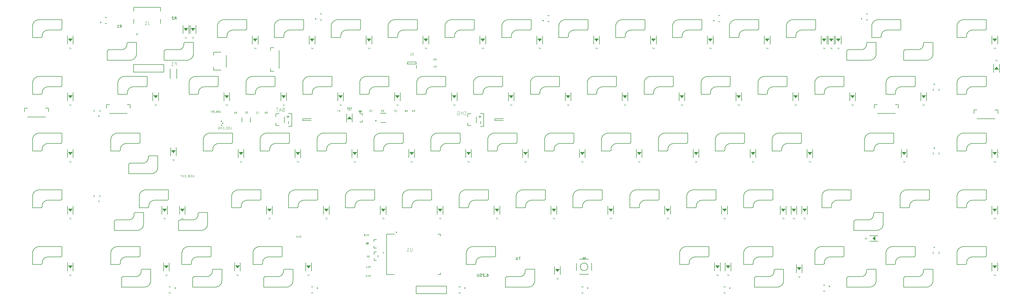
<source format=gbr>
G04 EAGLE Gerber RS-274X export*
G75*
%MOMM*%
%FSLAX34Y34*%
%LPD*%
%INSilkscreen Bottom*%
%IPPOS*%
%AMOC8*
5,1,8,0,0,1.08239X$1,22.5*%
G01*
%ADD10C,0.150000*%
%ADD11C,0.127000*%
%ADD12C,0.050800*%
%ADD13C,0.152400*%
%ADD14C,0.200000*%
%ADD15C,0.101600*%
%ADD16C,0.076200*%
%ADD17C,0.200000*%
%ADD18C,0.203200*%
%ADD19C,0.177800*%
%ADD20R,0.425000X0.325000*%
%ADD21R,0.350000X0.350000*%


D10*
X245500Y2087500D02*
X245500Y2049500D01*
X245494Y2048968D01*
X245474Y2048437D01*
X245442Y2047906D01*
X245397Y2047377D01*
X245340Y2046848D01*
X245269Y2046321D01*
X245186Y2045796D01*
X245090Y2045273D01*
X244982Y2044753D01*
X244861Y2044235D01*
X244727Y2043720D01*
X244581Y2043209D01*
X244423Y2042702D01*
X244253Y2042198D01*
X244070Y2041699D01*
X243876Y2041204D01*
X243669Y2040714D01*
X243451Y2040229D01*
X243221Y2039750D01*
X242980Y2039276D01*
X242727Y2038808D01*
X242463Y2038347D01*
X242188Y2037892D01*
X241902Y2037444D01*
X241606Y2037003D01*
X241298Y2036569D01*
X240981Y2036142D01*
X240653Y2035724D01*
X240315Y2035313D01*
X239967Y2034911D01*
X239610Y2034518D01*
X239243Y2034133D01*
X238867Y2033757D01*
X238482Y2033390D01*
X238089Y2033033D01*
X237687Y2032685D01*
X237276Y2032347D01*
X236858Y2032019D01*
X236431Y2031702D01*
X235997Y2031394D01*
X235556Y2031098D01*
X235108Y2030812D01*
X234653Y2030537D01*
X234192Y2030273D01*
X233724Y2030020D01*
X233250Y2029779D01*
X232771Y2029549D01*
X232286Y2029331D01*
X231796Y2029124D01*
X231301Y2028930D01*
X230802Y2028747D01*
X230298Y2028577D01*
X229791Y2028419D01*
X229280Y2028273D01*
X228765Y2028139D01*
X228247Y2028018D01*
X227727Y2027910D01*
X227204Y2027814D01*
X226679Y2027731D01*
X226152Y2027660D01*
X225623Y2027603D01*
X225094Y2027558D01*
X224563Y2027526D01*
X224032Y2027506D01*
X223500Y2027500D01*
X147500Y2027500D01*
X147500Y2057000D01*
X147509Y2057150D01*
X147521Y2057301D01*
X147538Y2057450D01*
X147558Y2057600D01*
X147582Y2057748D01*
X147610Y2057896D01*
X147642Y2058044D01*
X147678Y2058190D01*
X147718Y2058335D01*
X147761Y2058480D01*
X147808Y2058623D01*
X147859Y2058764D01*
X147914Y2058905D01*
X147972Y2059044D01*
X148034Y2059181D01*
X148099Y2059317D01*
X148168Y2059451D01*
X148241Y2059583D01*
X148316Y2059713D01*
X148396Y2059841D01*
X148478Y2059967D01*
X148564Y2060091D01*
X148653Y2060213D01*
X148745Y2060332D01*
X148841Y2060448D01*
X148939Y2060563D01*
X149040Y2060674D01*
X149145Y2060783D01*
X149251Y2060889D01*
X149361Y2060992D01*
X149474Y2061093D01*
X149589Y2061190D01*
X149706Y2061284D01*
X149826Y2061376D01*
X149948Y2061464D01*
X150073Y2061548D01*
X150199Y2061630D01*
X150328Y2061708D01*
X150459Y2061783D01*
X150592Y2061854D01*
X150726Y2061922D01*
X150862Y2061986D01*
X151000Y2062047D01*
X151140Y2062104D01*
X151281Y2062158D01*
X151423Y2062207D01*
X151566Y2062253D01*
X151711Y2062295D01*
X151857Y2062334D01*
X152003Y2062368D01*
X152151Y2062399D01*
X152299Y2062426D01*
X152448Y2062449D01*
X152597Y2062468D01*
X152747Y2062483D01*
X152898Y2062494D01*
X153048Y2062501D01*
X153199Y2062505D01*
X153349Y2062504D01*
X153500Y2062500D01*
X193500Y2062500D01*
X193959Y2062482D01*
X194419Y2062474D01*
X194879Y2062478D01*
X195338Y2062492D01*
X195797Y2062518D01*
X196256Y2062555D01*
X196713Y2062603D01*
X197169Y2062662D01*
X197623Y2062732D01*
X198076Y2062813D01*
X198527Y2062905D01*
X198975Y2063008D01*
X199420Y2063121D01*
X199863Y2063245D01*
X200302Y2063380D01*
X200739Y2063526D01*
X201171Y2063682D01*
X201600Y2063848D01*
X202024Y2064025D01*
X202444Y2064212D01*
X202860Y2064409D01*
X203270Y2064616D01*
X203676Y2064833D01*
X204076Y2065059D01*
X204470Y2065295D01*
X204859Y2065541D01*
X205241Y2065796D01*
X205618Y2066060D01*
X205988Y2066333D01*
X206351Y2066615D01*
X206707Y2066906D01*
X207056Y2067205D01*
X207398Y2067513D01*
X207732Y2067829D01*
X208058Y2068152D01*
X208377Y2068484D01*
X208687Y2068823D01*
X208990Y2069170D01*
X209283Y2069523D01*
X209568Y2069884D01*
X209845Y2070251D01*
X210112Y2070626D01*
X210370Y2071006D01*
X210619Y2071393D01*
X210859Y2071785D01*
X211089Y2072183D01*
X211309Y2072587D01*
X211519Y2072995D01*
X211720Y2073409D01*
X211910Y2073828D01*
X212091Y2074251D01*
X212261Y2074678D01*
X212420Y2075109D01*
X212570Y2075544D01*
X212708Y2075982D01*
X212836Y2076424D01*
X212954Y2076868D01*
X213060Y2077316D01*
X213156Y2077765D01*
X213241Y2078217D01*
X213314Y2078671D01*
X213377Y2079126D01*
X213429Y2079583D01*
X213470Y2080041D01*
X213500Y2080500D01*
X213500Y2082000D01*
X213473Y2082131D01*
X213449Y2082263D01*
X213430Y2082396D01*
X213414Y2082529D01*
X213402Y2082663D01*
X213394Y2082797D01*
X213391Y2082931D01*
X213390Y2083065D01*
X213394Y2083199D01*
X213402Y2083333D01*
X213414Y2083466D01*
X213429Y2083599D01*
X213449Y2083732D01*
X213472Y2083864D01*
X213499Y2083996D01*
X213530Y2084126D01*
X213564Y2084256D01*
X213603Y2084384D01*
X213645Y2084511D01*
X213691Y2084637D01*
X213740Y2084762D01*
X213793Y2084885D01*
X213850Y2085007D01*
X213910Y2085127D01*
X213973Y2085245D01*
X214040Y2085361D01*
X214111Y2085475D01*
X214184Y2085587D01*
X214261Y2085697D01*
X214341Y2085805D01*
X214424Y2085910D01*
X214510Y2086013D01*
X214600Y2086113D01*
X214692Y2086210D01*
X214786Y2086305D01*
X214884Y2086397D01*
X214984Y2086486D01*
X215087Y2086573D01*
X215192Y2086656D01*
X215299Y2086736D01*
X215409Y2086813D01*
X215521Y2086887D01*
X215635Y2086957D01*
X215751Y2087024D01*
X215869Y2087088D01*
X215989Y2087148D01*
X216111Y2087205D01*
X216234Y2087258D01*
X216358Y2087308D01*
X216484Y2087354D01*
X216612Y2087396D01*
X216740Y2087434D01*
X216869Y2087469D01*
X217000Y2087500D01*
X245500Y2087500D01*
X183125Y1951000D02*
X183125Y1913000D01*
X183125Y1951000D02*
X183131Y1951532D01*
X183151Y1952063D01*
X183183Y1952594D01*
X183228Y1953123D01*
X183285Y1953652D01*
X183356Y1954179D01*
X183439Y1954704D01*
X183535Y1955227D01*
X183643Y1955747D01*
X183764Y1956265D01*
X183898Y1956780D01*
X184044Y1957291D01*
X184202Y1957798D01*
X184372Y1958302D01*
X184555Y1958801D01*
X184749Y1959296D01*
X184956Y1959786D01*
X185174Y1960271D01*
X185404Y1960750D01*
X185645Y1961224D01*
X185898Y1961692D01*
X186162Y1962153D01*
X186437Y1962608D01*
X186723Y1963056D01*
X187019Y1963497D01*
X187327Y1963931D01*
X187644Y1964358D01*
X187972Y1964776D01*
X188310Y1965187D01*
X188658Y1965589D01*
X189015Y1965982D01*
X189382Y1966367D01*
X189758Y1966743D01*
X190143Y1967110D01*
X190536Y1967467D01*
X190938Y1967815D01*
X191349Y1968153D01*
X191767Y1968481D01*
X192194Y1968798D01*
X192628Y1969106D01*
X193069Y1969402D01*
X193517Y1969688D01*
X193972Y1969963D01*
X194433Y1970227D01*
X194901Y1970480D01*
X195375Y1970721D01*
X195854Y1970951D01*
X196339Y1971169D01*
X196829Y1971376D01*
X197324Y1971570D01*
X197823Y1971753D01*
X198327Y1971923D01*
X198834Y1972081D01*
X199345Y1972227D01*
X199860Y1972361D01*
X200378Y1972482D01*
X200898Y1972590D01*
X201421Y1972686D01*
X201946Y1972769D01*
X202473Y1972840D01*
X203002Y1972897D01*
X203531Y1972942D01*
X204062Y1972974D01*
X204593Y1972994D01*
X205125Y1973000D01*
X281125Y1973000D01*
X281125Y1943500D01*
X281116Y1943350D01*
X281104Y1943199D01*
X281087Y1943050D01*
X281067Y1942900D01*
X281043Y1942752D01*
X281015Y1942604D01*
X280983Y1942456D01*
X280947Y1942310D01*
X280907Y1942165D01*
X280864Y1942020D01*
X280817Y1941877D01*
X280766Y1941736D01*
X280711Y1941595D01*
X280653Y1941456D01*
X280591Y1941319D01*
X280526Y1941183D01*
X280457Y1941049D01*
X280384Y1940917D01*
X280309Y1940787D01*
X280229Y1940659D01*
X280147Y1940533D01*
X280061Y1940409D01*
X279972Y1940287D01*
X279880Y1940168D01*
X279784Y1940052D01*
X279686Y1939937D01*
X279585Y1939826D01*
X279480Y1939717D01*
X279374Y1939611D01*
X279264Y1939508D01*
X279151Y1939407D01*
X279036Y1939310D01*
X278919Y1939216D01*
X278799Y1939124D01*
X278677Y1939036D01*
X278552Y1938952D01*
X278426Y1938870D01*
X278297Y1938792D01*
X278166Y1938717D01*
X278033Y1938646D01*
X277899Y1938578D01*
X277763Y1938514D01*
X277625Y1938453D01*
X277485Y1938396D01*
X277344Y1938342D01*
X277202Y1938293D01*
X277059Y1938247D01*
X276914Y1938205D01*
X276768Y1938166D01*
X276622Y1938132D01*
X276474Y1938101D01*
X276326Y1938074D01*
X276177Y1938051D01*
X276028Y1938032D01*
X275878Y1938017D01*
X275727Y1938006D01*
X275577Y1937999D01*
X275426Y1937995D01*
X275276Y1937996D01*
X275125Y1938000D01*
X235125Y1938000D01*
X234666Y1938018D01*
X234206Y1938026D01*
X233746Y1938022D01*
X233287Y1938008D01*
X232828Y1937982D01*
X232369Y1937945D01*
X231912Y1937897D01*
X231456Y1937838D01*
X231002Y1937768D01*
X230549Y1937687D01*
X230098Y1937595D01*
X229650Y1937492D01*
X229205Y1937379D01*
X228762Y1937255D01*
X228323Y1937120D01*
X227886Y1936974D01*
X227454Y1936818D01*
X227025Y1936652D01*
X226601Y1936475D01*
X226181Y1936288D01*
X225765Y1936091D01*
X225355Y1935884D01*
X224949Y1935667D01*
X224549Y1935441D01*
X224155Y1935205D01*
X223766Y1934959D01*
X223384Y1934704D01*
X223007Y1934440D01*
X222637Y1934167D01*
X222274Y1933885D01*
X221918Y1933594D01*
X221569Y1933295D01*
X221227Y1932987D01*
X220893Y1932671D01*
X220567Y1932348D01*
X220248Y1932016D01*
X219938Y1931677D01*
X219635Y1931330D01*
X219342Y1930977D01*
X219057Y1930616D01*
X218780Y1930249D01*
X218513Y1929874D01*
X218255Y1929494D01*
X218006Y1929107D01*
X217766Y1928715D01*
X217536Y1928317D01*
X217316Y1927913D01*
X217106Y1927505D01*
X216905Y1927091D01*
X216715Y1926672D01*
X216534Y1926249D01*
X216364Y1925822D01*
X216205Y1925391D01*
X216055Y1924956D01*
X215917Y1924518D01*
X215789Y1924076D01*
X215671Y1923632D01*
X215565Y1923184D01*
X215469Y1922735D01*
X215384Y1922283D01*
X215311Y1921829D01*
X215248Y1921374D01*
X215196Y1920917D01*
X215155Y1920459D01*
X215125Y1920000D01*
X215125Y1918500D01*
X215152Y1918369D01*
X215176Y1918237D01*
X215195Y1918104D01*
X215211Y1917971D01*
X215223Y1917837D01*
X215231Y1917703D01*
X215234Y1917569D01*
X215235Y1917435D01*
X215231Y1917301D01*
X215223Y1917167D01*
X215211Y1917034D01*
X215196Y1916901D01*
X215176Y1916768D01*
X215153Y1916636D01*
X215126Y1916504D01*
X215095Y1916374D01*
X215061Y1916244D01*
X215022Y1916116D01*
X214980Y1915989D01*
X214934Y1915863D01*
X214885Y1915738D01*
X214832Y1915615D01*
X214775Y1915493D01*
X214715Y1915373D01*
X214652Y1915255D01*
X214585Y1915139D01*
X214514Y1915025D01*
X214441Y1914913D01*
X214364Y1914803D01*
X214284Y1914695D01*
X214201Y1914590D01*
X214115Y1914487D01*
X214025Y1914387D01*
X213933Y1914290D01*
X213839Y1914195D01*
X213741Y1914103D01*
X213641Y1914014D01*
X213538Y1913927D01*
X213433Y1913844D01*
X213326Y1913764D01*
X213216Y1913687D01*
X213104Y1913613D01*
X212990Y1913543D01*
X212874Y1913476D01*
X212756Y1913412D01*
X212636Y1913352D01*
X212514Y1913295D01*
X212391Y1913242D01*
X212267Y1913192D01*
X212141Y1913146D01*
X212013Y1913104D01*
X211885Y1913066D01*
X211756Y1913031D01*
X211625Y1913000D01*
X183125Y1913000D01*
X316938Y1706500D02*
X316938Y1668500D01*
X316932Y1667968D01*
X316912Y1667437D01*
X316880Y1666906D01*
X316835Y1666377D01*
X316778Y1665848D01*
X316707Y1665321D01*
X316624Y1664796D01*
X316528Y1664273D01*
X316420Y1663753D01*
X316299Y1663235D01*
X316165Y1662720D01*
X316019Y1662209D01*
X315861Y1661702D01*
X315691Y1661198D01*
X315508Y1660699D01*
X315314Y1660204D01*
X315107Y1659714D01*
X314889Y1659229D01*
X314659Y1658750D01*
X314418Y1658276D01*
X314165Y1657808D01*
X313901Y1657347D01*
X313626Y1656892D01*
X313340Y1656444D01*
X313044Y1656003D01*
X312736Y1655569D01*
X312419Y1655142D01*
X312091Y1654724D01*
X311753Y1654313D01*
X311405Y1653911D01*
X311048Y1653518D01*
X310681Y1653133D01*
X310305Y1652757D01*
X309920Y1652390D01*
X309527Y1652033D01*
X309125Y1651685D01*
X308714Y1651347D01*
X308296Y1651019D01*
X307869Y1650702D01*
X307435Y1650394D01*
X306994Y1650098D01*
X306546Y1649812D01*
X306091Y1649537D01*
X305630Y1649273D01*
X305162Y1649020D01*
X304688Y1648779D01*
X304209Y1648549D01*
X303724Y1648331D01*
X303234Y1648124D01*
X302739Y1647930D01*
X302240Y1647747D01*
X301736Y1647577D01*
X301229Y1647419D01*
X300718Y1647273D01*
X300203Y1647139D01*
X299685Y1647018D01*
X299165Y1646910D01*
X298642Y1646814D01*
X298117Y1646731D01*
X297590Y1646660D01*
X297061Y1646603D01*
X296532Y1646558D01*
X296001Y1646526D01*
X295470Y1646506D01*
X294938Y1646500D01*
X218938Y1646500D01*
X218938Y1676000D01*
X218947Y1676150D01*
X218959Y1676301D01*
X218976Y1676450D01*
X218996Y1676600D01*
X219020Y1676748D01*
X219048Y1676896D01*
X219080Y1677044D01*
X219116Y1677190D01*
X219156Y1677335D01*
X219199Y1677480D01*
X219246Y1677623D01*
X219297Y1677764D01*
X219352Y1677905D01*
X219410Y1678044D01*
X219472Y1678181D01*
X219537Y1678317D01*
X219606Y1678451D01*
X219679Y1678583D01*
X219754Y1678713D01*
X219834Y1678841D01*
X219916Y1678967D01*
X220002Y1679091D01*
X220091Y1679213D01*
X220183Y1679332D01*
X220279Y1679448D01*
X220377Y1679563D01*
X220478Y1679674D01*
X220583Y1679783D01*
X220689Y1679889D01*
X220799Y1679992D01*
X220912Y1680093D01*
X221027Y1680190D01*
X221144Y1680284D01*
X221264Y1680376D01*
X221386Y1680464D01*
X221511Y1680548D01*
X221637Y1680630D01*
X221766Y1680708D01*
X221897Y1680783D01*
X222030Y1680854D01*
X222164Y1680922D01*
X222300Y1680986D01*
X222438Y1681047D01*
X222578Y1681104D01*
X222719Y1681158D01*
X222861Y1681207D01*
X223004Y1681253D01*
X223149Y1681295D01*
X223295Y1681334D01*
X223441Y1681368D01*
X223589Y1681399D01*
X223737Y1681426D01*
X223886Y1681449D01*
X224035Y1681468D01*
X224185Y1681483D01*
X224336Y1681494D01*
X224486Y1681501D01*
X224637Y1681505D01*
X224787Y1681504D01*
X224938Y1681500D01*
X264938Y1681500D01*
X265397Y1681482D01*
X265857Y1681474D01*
X266317Y1681478D01*
X266776Y1681492D01*
X267235Y1681518D01*
X267694Y1681555D01*
X268151Y1681603D01*
X268607Y1681662D01*
X269061Y1681732D01*
X269514Y1681813D01*
X269965Y1681905D01*
X270413Y1682008D01*
X270858Y1682121D01*
X271301Y1682245D01*
X271740Y1682380D01*
X272177Y1682526D01*
X272609Y1682682D01*
X273038Y1682848D01*
X273462Y1683025D01*
X273882Y1683212D01*
X274298Y1683409D01*
X274708Y1683616D01*
X275114Y1683833D01*
X275514Y1684059D01*
X275908Y1684295D01*
X276297Y1684541D01*
X276679Y1684796D01*
X277056Y1685060D01*
X277426Y1685333D01*
X277789Y1685615D01*
X278145Y1685906D01*
X278494Y1686205D01*
X278836Y1686513D01*
X279170Y1686829D01*
X279496Y1687152D01*
X279815Y1687484D01*
X280125Y1687823D01*
X280428Y1688170D01*
X280721Y1688523D01*
X281006Y1688884D01*
X281283Y1689251D01*
X281550Y1689626D01*
X281808Y1690006D01*
X282057Y1690393D01*
X282297Y1690785D01*
X282527Y1691183D01*
X282747Y1691587D01*
X282957Y1691995D01*
X283158Y1692409D01*
X283348Y1692828D01*
X283529Y1693251D01*
X283699Y1693678D01*
X283858Y1694109D01*
X284008Y1694544D01*
X284146Y1694982D01*
X284274Y1695424D01*
X284392Y1695868D01*
X284498Y1696316D01*
X284594Y1696765D01*
X284679Y1697217D01*
X284752Y1697671D01*
X284815Y1698126D01*
X284867Y1698583D01*
X284908Y1699041D01*
X284938Y1699500D01*
X284938Y1701000D01*
X284911Y1701131D01*
X284887Y1701263D01*
X284868Y1701396D01*
X284852Y1701529D01*
X284840Y1701663D01*
X284832Y1701797D01*
X284829Y1701931D01*
X284828Y1702065D01*
X284832Y1702199D01*
X284840Y1702333D01*
X284852Y1702466D01*
X284867Y1702599D01*
X284887Y1702732D01*
X284910Y1702864D01*
X284937Y1702996D01*
X284968Y1703126D01*
X285002Y1703256D01*
X285041Y1703384D01*
X285083Y1703511D01*
X285129Y1703637D01*
X285178Y1703762D01*
X285231Y1703885D01*
X285288Y1704007D01*
X285348Y1704127D01*
X285411Y1704245D01*
X285478Y1704361D01*
X285549Y1704475D01*
X285622Y1704587D01*
X285699Y1704697D01*
X285779Y1704805D01*
X285862Y1704910D01*
X285948Y1705013D01*
X286038Y1705113D01*
X286130Y1705210D01*
X286224Y1705305D01*
X286322Y1705397D01*
X286422Y1705486D01*
X286525Y1705573D01*
X286630Y1705656D01*
X286737Y1705736D01*
X286847Y1705813D01*
X286959Y1705887D01*
X287073Y1705957D01*
X287189Y1706024D01*
X287307Y1706088D01*
X287427Y1706148D01*
X287549Y1706205D01*
X287672Y1706258D01*
X287796Y1706308D01*
X287922Y1706354D01*
X288050Y1706396D01*
X288178Y1706434D01*
X288307Y1706469D01*
X288438Y1706500D01*
X316938Y1706500D01*
X269313Y1516000D02*
X269313Y1478000D01*
X269307Y1477468D01*
X269287Y1476937D01*
X269255Y1476406D01*
X269210Y1475877D01*
X269153Y1475348D01*
X269082Y1474821D01*
X268999Y1474296D01*
X268903Y1473773D01*
X268795Y1473253D01*
X268674Y1472735D01*
X268540Y1472220D01*
X268394Y1471709D01*
X268236Y1471202D01*
X268066Y1470698D01*
X267883Y1470199D01*
X267689Y1469704D01*
X267482Y1469214D01*
X267264Y1468729D01*
X267034Y1468250D01*
X266793Y1467776D01*
X266540Y1467308D01*
X266276Y1466847D01*
X266001Y1466392D01*
X265715Y1465944D01*
X265419Y1465503D01*
X265111Y1465069D01*
X264794Y1464642D01*
X264466Y1464224D01*
X264128Y1463813D01*
X263780Y1463411D01*
X263423Y1463018D01*
X263056Y1462633D01*
X262680Y1462257D01*
X262295Y1461890D01*
X261902Y1461533D01*
X261500Y1461185D01*
X261089Y1460847D01*
X260671Y1460519D01*
X260244Y1460202D01*
X259810Y1459894D01*
X259369Y1459598D01*
X258921Y1459312D01*
X258466Y1459037D01*
X258005Y1458773D01*
X257537Y1458520D01*
X257063Y1458279D01*
X256584Y1458049D01*
X256099Y1457831D01*
X255609Y1457624D01*
X255114Y1457430D01*
X254615Y1457247D01*
X254111Y1457077D01*
X253604Y1456919D01*
X253093Y1456773D01*
X252578Y1456639D01*
X252060Y1456518D01*
X251540Y1456410D01*
X251017Y1456314D01*
X250492Y1456231D01*
X249965Y1456160D01*
X249436Y1456103D01*
X248907Y1456058D01*
X248376Y1456026D01*
X247845Y1456006D01*
X247313Y1456000D01*
X171313Y1456000D01*
X171313Y1485500D01*
X171322Y1485650D01*
X171334Y1485801D01*
X171351Y1485950D01*
X171371Y1486100D01*
X171395Y1486248D01*
X171423Y1486396D01*
X171455Y1486544D01*
X171491Y1486690D01*
X171531Y1486835D01*
X171574Y1486980D01*
X171621Y1487123D01*
X171672Y1487264D01*
X171727Y1487405D01*
X171785Y1487544D01*
X171847Y1487681D01*
X171912Y1487817D01*
X171981Y1487951D01*
X172054Y1488083D01*
X172129Y1488213D01*
X172209Y1488341D01*
X172291Y1488467D01*
X172377Y1488591D01*
X172466Y1488713D01*
X172558Y1488832D01*
X172654Y1488948D01*
X172752Y1489063D01*
X172853Y1489174D01*
X172958Y1489283D01*
X173064Y1489389D01*
X173174Y1489492D01*
X173287Y1489593D01*
X173402Y1489690D01*
X173519Y1489784D01*
X173639Y1489876D01*
X173761Y1489964D01*
X173886Y1490048D01*
X174012Y1490130D01*
X174141Y1490208D01*
X174272Y1490283D01*
X174405Y1490354D01*
X174539Y1490422D01*
X174675Y1490486D01*
X174813Y1490547D01*
X174953Y1490604D01*
X175094Y1490658D01*
X175236Y1490707D01*
X175379Y1490753D01*
X175524Y1490795D01*
X175670Y1490834D01*
X175816Y1490868D01*
X175964Y1490899D01*
X176112Y1490926D01*
X176261Y1490949D01*
X176410Y1490968D01*
X176560Y1490983D01*
X176711Y1490994D01*
X176861Y1491001D01*
X177012Y1491005D01*
X177162Y1491004D01*
X177313Y1491000D01*
X217313Y1491000D01*
X217772Y1490982D01*
X218232Y1490974D01*
X218692Y1490978D01*
X219151Y1490992D01*
X219610Y1491018D01*
X220069Y1491055D01*
X220526Y1491103D01*
X220982Y1491162D01*
X221436Y1491232D01*
X221889Y1491313D01*
X222340Y1491405D01*
X222788Y1491508D01*
X223233Y1491621D01*
X223676Y1491745D01*
X224115Y1491880D01*
X224552Y1492026D01*
X224984Y1492182D01*
X225413Y1492348D01*
X225837Y1492525D01*
X226257Y1492712D01*
X226673Y1492909D01*
X227083Y1493116D01*
X227489Y1493333D01*
X227889Y1493559D01*
X228283Y1493795D01*
X228672Y1494041D01*
X229054Y1494296D01*
X229431Y1494560D01*
X229801Y1494833D01*
X230164Y1495115D01*
X230520Y1495406D01*
X230869Y1495705D01*
X231211Y1496013D01*
X231545Y1496329D01*
X231871Y1496652D01*
X232190Y1496984D01*
X232500Y1497323D01*
X232803Y1497670D01*
X233096Y1498023D01*
X233381Y1498384D01*
X233658Y1498751D01*
X233925Y1499126D01*
X234183Y1499506D01*
X234432Y1499893D01*
X234672Y1500285D01*
X234902Y1500683D01*
X235122Y1501087D01*
X235332Y1501495D01*
X235533Y1501909D01*
X235723Y1502328D01*
X235904Y1502751D01*
X236074Y1503178D01*
X236233Y1503609D01*
X236383Y1504044D01*
X236521Y1504482D01*
X236649Y1504924D01*
X236767Y1505368D01*
X236873Y1505816D01*
X236969Y1506265D01*
X237054Y1506717D01*
X237127Y1507171D01*
X237190Y1507626D01*
X237242Y1508083D01*
X237283Y1508541D01*
X237313Y1509000D01*
X237313Y1510500D01*
X237286Y1510631D01*
X237262Y1510763D01*
X237243Y1510896D01*
X237227Y1511029D01*
X237215Y1511163D01*
X237207Y1511297D01*
X237204Y1511431D01*
X237203Y1511565D01*
X237207Y1511699D01*
X237215Y1511833D01*
X237227Y1511966D01*
X237242Y1512099D01*
X237262Y1512232D01*
X237285Y1512364D01*
X237312Y1512496D01*
X237343Y1512626D01*
X237377Y1512756D01*
X237416Y1512884D01*
X237458Y1513011D01*
X237504Y1513137D01*
X237553Y1513262D01*
X237606Y1513385D01*
X237663Y1513507D01*
X237723Y1513627D01*
X237786Y1513745D01*
X237853Y1513861D01*
X237924Y1513975D01*
X237997Y1514087D01*
X238074Y1514197D01*
X238154Y1514305D01*
X238237Y1514410D01*
X238323Y1514513D01*
X238413Y1514613D01*
X238505Y1514710D01*
X238599Y1514805D01*
X238697Y1514897D01*
X238797Y1514986D01*
X238900Y1515073D01*
X239005Y1515156D01*
X239112Y1515236D01*
X239222Y1515313D01*
X239334Y1515387D01*
X239448Y1515457D01*
X239564Y1515524D01*
X239682Y1515588D01*
X239802Y1515648D01*
X239924Y1515705D01*
X240047Y1515758D01*
X240171Y1515808D01*
X240297Y1515854D01*
X240425Y1515896D01*
X240553Y1515934D01*
X240682Y1515969D01*
X240813Y1516000D01*
X269313Y1516000D01*
X293125Y1325500D02*
X293125Y1287500D01*
X293119Y1286968D01*
X293099Y1286437D01*
X293067Y1285906D01*
X293022Y1285377D01*
X292965Y1284848D01*
X292894Y1284321D01*
X292811Y1283796D01*
X292715Y1283273D01*
X292607Y1282753D01*
X292486Y1282235D01*
X292352Y1281720D01*
X292206Y1281209D01*
X292048Y1280702D01*
X291878Y1280198D01*
X291695Y1279699D01*
X291501Y1279204D01*
X291294Y1278714D01*
X291076Y1278229D01*
X290846Y1277750D01*
X290605Y1277276D01*
X290352Y1276808D01*
X290088Y1276347D01*
X289813Y1275892D01*
X289527Y1275444D01*
X289231Y1275003D01*
X288923Y1274569D01*
X288606Y1274142D01*
X288278Y1273724D01*
X287940Y1273313D01*
X287592Y1272911D01*
X287235Y1272518D01*
X286868Y1272133D01*
X286492Y1271757D01*
X286107Y1271390D01*
X285714Y1271033D01*
X285312Y1270685D01*
X284901Y1270347D01*
X284483Y1270019D01*
X284056Y1269702D01*
X283622Y1269394D01*
X283181Y1269098D01*
X282733Y1268812D01*
X282278Y1268537D01*
X281817Y1268273D01*
X281349Y1268020D01*
X280875Y1267779D01*
X280396Y1267549D01*
X279911Y1267331D01*
X279421Y1267124D01*
X278926Y1266930D01*
X278427Y1266747D01*
X277923Y1266577D01*
X277416Y1266419D01*
X276905Y1266273D01*
X276390Y1266139D01*
X275872Y1266018D01*
X275352Y1265910D01*
X274829Y1265814D01*
X274304Y1265731D01*
X273777Y1265660D01*
X273248Y1265603D01*
X272719Y1265558D01*
X272188Y1265526D01*
X271657Y1265506D01*
X271125Y1265500D01*
X195125Y1265500D01*
X195125Y1295000D01*
X195134Y1295150D01*
X195146Y1295301D01*
X195163Y1295450D01*
X195183Y1295600D01*
X195207Y1295748D01*
X195235Y1295896D01*
X195267Y1296044D01*
X195303Y1296190D01*
X195343Y1296335D01*
X195386Y1296480D01*
X195433Y1296623D01*
X195484Y1296764D01*
X195539Y1296905D01*
X195597Y1297044D01*
X195659Y1297181D01*
X195724Y1297317D01*
X195793Y1297451D01*
X195866Y1297583D01*
X195941Y1297713D01*
X196021Y1297841D01*
X196103Y1297967D01*
X196189Y1298091D01*
X196278Y1298213D01*
X196370Y1298332D01*
X196466Y1298448D01*
X196564Y1298563D01*
X196665Y1298674D01*
X196770Y1298783D01*
X196876Y1298889D01*
X196986Y1298992D01*
X197099Y1299093D01*
X197214Y1299190D01*
X197331Y1299284D01*
X197451Y1299376D01*
X197573Y1299464D01*
X197698Y1299548D01*
X197824Y1299630D01*
X197953Y1299708D01*
X198084Y1299783D01*
X198217Y1299854D01*
X198351Y1299922D01*
X198487Y1299986D01*
X198625Y1300047D01*
X198765Y1300104D01*
X198906Y1300158D01*
X199048Y1300207D01*
X199191Y1300253D01*
X199336Y1300295D01*
X199482Y1300334D01*
X199628Y1300368D01*
X199776Y1300399D01*
X199924Y1300426D01*
X200073Y1300449D01*
X200222Y1300468D01*
X200372Y1300483D01*
X200523Y1300494D01*
X200673Y1300501D01*
X200824Y1300505D01*
X200974Y1300504D01*
X201125Y1300500D01*
X241125Y1300500D01*
X241584Y1300482D01*
X242044Y1300474D01*
X242504Y1300478D01*
X242963Y1300492D01*
X243422Y1300518D01*
X243881Y1300555D01*
X244338Y1300603D01*
X244794Y1300662D01*
X245248Y1300732D01*
X245701Y1300813D01*
X246152Y1300905D01*
X246600Y1301008D01*
X247045Y1301121D01*
X247488Y1301245D01*
X247927Y1301380D01*
X248364Y1301526D01*
X248796Y1301682D01*
X249225Y1301848D01*
X249649Y1302025D01*
X250069Y1302212D01*
X250485Y1302409D01*
X250895Y1302616D01*
X251301Y1302833D01*
X251701Y1303059D01*
X252095Y1303295D01*
X252484Y1303541D01*
X252866Y1303796D01*
X253243Y1304060D01*
X253613Y1304333D01*
X253976Y1304615D01*
X254332Y1304906D01*
X254681Y1305205D01*
X255023Y1305513D01*
X255357Y1305829D01*
X255683Y1306152D01*
X256002Y1306484D01*
X256312Y1306823D01*
X256615Y1307170D01*
X256908Y1307523D01*
X257193Y1307884D01*
X257470Y1308251D01*
X257737Y1308626D01*
X257995Y1309006D01*
X258244Y1309393D01*
X258484Y1309785D01*
X258714Y1310183D01*
X258934Y1310587D01*
X259144Y1310995D01*
X259345Y1311409D01*
X259535Y1311828D01*
X259716Y1312251D01*
X259886Y1312678D01*
X260045Y1313109D01*
X260195Y1313544D01*
X260333Y1313982D01*
X260461Y1314424D01*
X260579Y1314868D01*
X260685Y1315316D01*
X260781Y1315765D01*
X260866Y1316217D01*
X260939Y1316671D01*
X261002Y1317126D01*
X261054Y1317583D01*
X261095Y1318041D01*
X261125Y1318500D01*
X261125Y1320000D01*
X261098Y1320131D01*
X261074Y1320263D01*
X261055Y1320396D01*
X261039Y1320529D01*
X261027Y1320663D01*
X261019Y1320797D01*
X261016Y1320931D01*
X261015Y1321065D01*
X261019Y1321199D01*
X261027Y1321333D01*
X261039Y1321466D01*
X261054Y1321599D01*
X261074Y1321732D01*
X261097Y1321864D01*
X261124Y1321996D01*
X261155Y1322126D01*
X261189Y1322256D01*
X261228Y1322384D01*
X261270Y1322511D01*
X261316Y1322637D01*
X261365Y1322762D01*
X261418Y1322885D01*
X261475Y1323007D01*
X261535Y1323127D01*
X261598Y1323245D01*
X261665Y1323361D01*
X261736Y1323475D01*
X261809Y1323587D01*
X261886Y1323697D01*
X261966Y1323805D01*
X262049Y1323910D01*
X262135Y1324013D01*
X262225Y1324113D01*
X262317Y1324210D01*
X262411Y1324305D01*
X262509Y1324397D01*
X262609Y1324486D01*
X262712Y1324573D01*
X262817Y1324656D01*
X262924Y1324736D01*
X263034Y1324813D01*
X263146Y1324887D01*
X263260Y1324957D01*
X263376Y1325024D01*
X263494Y1325088D01*
X263614Y1325148D01*
X263736Y1325205D01*
X263859Y1325258D01*
X263983Y1325308D01*
X264109Y1325354D01*
X264237Y1325396D01*
X264365Y1325434D01*
X264494Y1325469D01*
X264625Y1325500D01*
X293125Y1325500D01*
X436000Y2049500D02*
X436000Y2087500D01*
X436000Y2049500D02*
X435994Y2048968D01*
X435974Y2048437D01*
X435942Y2047906D01*
X435897Y2047377D01*
X435840Y2046848D01*
X435769Y2046321D01*
X435686Y2045796D01*
X435590Y2045273D01*
X435482Y2044753D01*
X435361Y2044235D01*
X435227Y2043720D01*
X435081Y2043209D01*
X434923Y2042702D01*
X434753Y2042198D01*
X434570Y2041699D01*
X434376Y2041204D01*
X434169Y2040714D01*
X433951Y2040229D01*
X433721Y2039750D01*
X433480Y2039276D01*
X433227Y2038808D01*
X432963Y2038347D01*
X432688Y2037892D01*
X432402Y2037444D01*
X432106Y2037003D01*
X431798Y2036569D01*
X431481Y2036142D01*
X431153Y2035724D01*
X430815Y2035313D01*
X430467Y2034911D01*
X430110Y2034518D01*
X429743Y2034133D01*
X429367Y2033757D01*
X428982Y2033390D01*
X428589Y2033033D01*
X428187Y2032685D01*
X427776Y2032347D01*
X427358Y2032019D01*
X426931Y2031702D01*
X426497Y2031394D01*
X426056Y2031098D01*
X425608Y2030812D01*
X425153Y2030537D01*
X424692Y2030273D01*
X424224Y2030020D01*
X423750Y2029779D01*
X423271Y2029549D01*
X422786Y2029331D01*
X422296Y2029124D01*
X421801Y2028930D01*
X421302Y2028747D01*
X420798Y2028577D01*
X420291Y2028419D01*
X419780Y2028273D01*
X419265Y2028139D01*
X418747Y2028018D01*
X418227Y2027910D01*
X417704Y2027814D01*
X417179Y2027731D01*
X416652Y2027660D01*
X416123Y2027603D01*
X415594Y2027558D01*
X415063Y2027526D01*
X414532Y2027506D01*
X414000Y2027500D01*
X338000Y2027500D01*
X338000Y2057000D01*
X338009Y2057150D01*
X338021Y2057301D01*
X338038Y2057450D01*
X338058Y2057600D01*
X338082Y2057748D01*
X338110Y2057896D01*
X338142Y2058044D01*
X338178Y2058190D01*
X338218Y2058335D01*
X338261Y2058480D01*
X338308Y2058623D01*
X338359Y2058764D01*
X338414Y2058905D01*
X338472Y2059044D01*
X338534Y2059181D01*
X338599Y2059317D01*
X338668Y2059451D01*
X338741Y2059583D01*
X338816Y2059713D01*
X338896Y2059841D01*
X338978Y2059967D01*
X339064Y2060091D01*
X339153Y2060213D01*
X339245Y2060332D01*
X339341Y2060448D01*
X339439Y2060563D01*
X339540Y2060674D01*
X339645Y2060783D01*
X339751Y2060889D01*
X339861Y2060992D01*
X339974Y2061093D01*
X340089Y2061190D01*
X340206Y2061284D01*
X340326Y2061376D01*
X340448Y2061464D01*
X340573Y2061548D01*
X340699Y2061630D01*
X340828Y2061708D01*
X340959Y2061783D01*
X341092Y2061854D01*
X341226Y2061922D01*
X341362Y2061986D01*
X341500Y2062047D01*
X341640Y2062104D01*
X341781Y2062158D01*
X341923Y2062207D01*
X342066Y2062253D01*
X342211Y2062295D01*
X342357Y2062334D01*
X342503Y2062368D01*
X342651Y2062399D01*
X342799Y2062426D01*
X342948Y2062449D01*
X343097Y2062468D01*
X343247Y2062483D01*
X343398Y2062494D01*
X343548Y2062501D01*
X343699Y2062505D01*
X343849Y2062504D01*
X344000Y2062500D01*
X384000Y2062500D01*
X384459Y2062482D01*
X384919Y2062474D01*
X385379Y2062478D01*
X385838Y2062492D01*
X386297Y2062518D01*
X386756Y2062555D01*
X387213Y2062603D01*
X387669Y2062662D01*
X388123Y2062732D01*
X388576Y2062813D01*
X389027Y2062905D01*
X389475Y2063008D01*
X389920Y2063121D01*
X390363Y2063245D01*
X390802Y2063380D01*
X391239Y2063526D01*
X391671Y2063682D01*
X392100Y2063848D01*
X392524Y2064025D01*
X392944Y2064212D01*
X393360Y2064409D01*
X393770Y2064616D01*
X394176Y2064833D01*
X394576Y2065059D01*
X394970Y2065295D01*
X395359Y2065541D01*
X395741Y2065796D01*
X396118Y2066060D01*
X396488Y2066333D01*
X396851Y2066615D01*
X397207Y2066906D01*
X397556Y2067205D01*
X397898Y2067513D01*
X398232Y2067829D01*
X398558Y2068152D01*
X398877Y2068484D01*
X399187Y2068823D01*
X399490Y2069170D01*
X399783Y2069523D01*
X400068Y2069884D01*
X400345Y2070251D01*
X400612Y2070626D01*
X400870Y2071006D01*
X401119Y2071393D01*
X401359Y2071785D01*
X401589Y2072183D01*
X401809Y2072587D01*
X402019Y2072995D01*
X402220Y2073409D01*
X402410Y2073828D01*
X402591Y2074251D01*
X402761Y2074678D01*
X402920Y2075109D01*
X403070Y2075544D01*
X403208Y2075982D01*
X403336Y2076424D01*
X403454Y2076868D01*
X403560Y2077316D01*
X403656Y2077765D01*
X403741Y2078217D01*
X403814Y2078671D01*
X403877Y2079126D01*
X403929Y2079583D01*
X403970Y2080041D01*
X404000Y2080500D01*
X404000Y2082000D01*
X403973Y2082131D01*
X403949Y2082263D01*
X403930Y2082396D01*
X403914Y2082529D01*
X403902Y2082663D01*
X403894Y2082797D01*
X403891Y2082931D01*
X403890Y2083065D01*
X403894Y2083199D01*
X403902Y2083333D01*
X403914Y2083466D01*
X403929Y2083599D01*
X403949Y2083732D01*
X403972Y2083864D01*
X403999Y2083996D01*
X404030Y2084126D01*
X404064Y2084256D01*
X404103Y2084384D01*
X404145Y2084511D01*
X404191Y2084637D01*
X404240Y2084762D01*
X404293Y2084885D01*
X404350Y2085007D01*
X404410Y2085127D01*
X404473Y2085245D01*
X404540Y2085361D01*
X404611Y2085475D01*
X404684Y2085587D01*
X404761Y2085697D01*
X404841Y2085805D01*
X404924Y2085910D01*
X405010Y2086013D01*
X405100Y2086113D01*
X405192Y2086210D01*
X405286Y2086305D01*
X405384Y2086397D01*
X405484Y2086486D01*
X405587Y2086573D01*
X405692Y2086656D01*
X405799Y2086736D01*
X405909Y2086813D01*
X406021Y2086887D01*
X406135Y2086957D01*
X406251Y2087024D01*
X406369Y2087088D01*
X406489Y2087148D01*
X406611Y2087205D01*
X406734Y2087258D01*
X406858Y2087308D01*
X406984Y2087354D01*
X407112Y2087396D01*
X407240Y2087434D01*
X407369Y2087469D01*
X407500Y2087500D01*
X436000Y2087500D01*
X421250Y1951000D02*
X421250Y1913000D01*
X421250Y1951000D02*
X421256Y1951532D01*
X421276Y1952063D01*
X421308Y1952594D01*
X421353Y1953123D01*
X421410Y1953652D01*
X421481Y1954179D01*
X421564Y1954704D01*
X421660Y1955227D01*
X421768Y1955747D01*
X421889Y1956265D01*
X422023Y1956780D01*
X422169Y1957291D01*
X422327Y1957798D01*
X422497Y1958302D01*
X422680Y1958801D01*
X422874Y1959296D01*
X423081Y1959786D01*
X423299Y1960271D01*
X423529Y1960750D01*
X423770Y1961224D01*
X424023Y1961692D01*
X424287Y1962153D01*
X424562Y1962608D01*
X424848Y1963056D01*
X425144Y1963497D01*
X425452Y1963931D01*
X425769Y1964358D01*
X426097Y1964776D01*
X426435Y1965187D01*
X426783Y1965589D01*
X427140Y1965982D01*
X427507Y1966367D01*
X427883Y1966743D01*
X428268Y1967110D01*
X428661Y1967467D01*
X429063Y1967815D01*
X429474Y1968153D01*
X429892Y1968481D01*
X430319Y1968798D01*
X430753Y1969106D01*
X431194Y1969402D01*
X431642Y1969688D01*
X432097Y1969963D01*
X432558Y1970227D01*
X433026Y1970480D01*
X433500Y1970721D01*
X433979Y1970951D01*
X434464Y1971169D01*
X434954Y1971376D01*
X435449Y1971570D01*
X435948Y1971753D01*
X436452Y1971923D01*
X436959Y1972081D01*
X437470Y1972227D01*
X437985Y1972361D01*
X438503Y1972482D01*
X439023Y1972590D01*
X439546Y1972686D01*
X440071Y1972769D01*
X440598Y1972840D01*
X441127Y1972897D01*
X441656Y1972942D01*
X442187Y1972974D01*
X442718Y1972994D01*
X443250Y1973000D01*
X519250Y1973000D01*
X519250Y1943500D01*
X519241Y1943350D01*
X519229Y1943199D01*
X519212Y1943050D01*
X519192Y1942900D01*
X519168Y1942752D01*
X519140Y1942604D01*
X519108Y1942456D01*
X519072Y1942310D01*
X519032Y1942165D01*
X518989Y1942020D01*
X518942Y1941877D01*
X518891Y1941736D01*
X518836Y1941595D01*
X518778Y1941456D01*
X518716Y1941319D01*
X518651Y1941183D01*
X518582Y1941049D01*
X518509Y1940917D01*
X518434Y1940787D01*
X518354Y1940659D01*
X518272Y1940533D01*
X518186Y1940409D01*
X518097Y1940287D01*
X518005Y1940168D01*
X517909Y1940052D01*
X517811Y1939937D01*
X517710Y1939826D01*
X517605Y1939717D01*
X517499Y1939611D01*
X517389Y1939508D01*
X517276Y1939407D01*
X517161Y1939310D01*
X517044Y1939216D01*
X516924Y1939124D01*
X516802Y1939036D01*
X516677Y1938952D01*
X516551Y1938870D01*
X516422Y1938792D01*
X516291Y1938717D01*
X516158Y1938646D01*
X516024Y1938578D01*
X515888Y1938514D01*
X515750Y1938453D01*
X515610Y1938396D01*
X515469Y1938342D01*
X515327Y1938293D01*
X515184Y1938247D01*
X515039Y1938205D01*
X514893Y1938166D01*
X514747Y1938132D01*
X514599Y1938101D01*
X514451Y1938074D01*
X514302Y1938051D01*
X514153Y1938032D01*
X514003Y1938017D01*
X513852Y1938006D01*
X513702Y1937999D01*
X513551Y1937995D01*
X513401Y1937996D01*
X513250Y1938000D01*
X473250Y1938000D01*
X472791Y1938018D01*
X472331Y1938026D01*
X471871Y1938022D01*
X471412Y1938008D01*
X470953Y1937982D01*
X470494Y1937945D01*
X470037Y1937897D01*
X469581Y1937838D01*
X469127Y1937768D01*
X468674Y1937687D01*
X468223Y1937595D01*
X467775Y1937492D01*
X467330Y1937379D01*
X466887Y1937255D01*
X466448Y1937120D01*
X466011Y1936974D01*
X465579Y1936818D01*
X465150Y1936652D01*
X464726Y1936475D01*
X464306Y1936288D01*
X463890Y1936091D01*
X463480Y1935884D01*
X463074Y1935667D01*
X462674Y1935441D01*
X462280Y1935205D01*
X461891Y1934959D01*
X461509Y1934704D01*
X461132Y1934440D01*
X460762Y1934167D01*
X460399Y1933885D01*
X460043Y1933594D01*
X459694Y1933295D01*
X459352Y1932987D01*
X459018Y1932671D01*
X458692Y1932348D01*
X458373Y1932016D01*
X458063Y1931677D01*
X457760Y1931330D01*
X457467Y1930977D01*
X457182Y1930616D01*
X456905Y1930249D01*
X456638Y1929874D01*
X456380Y1929494D01*
X456131Y1929107D01*
X455891Y1928715D01*
X455661Y1928317D01*
X455441Y1927913D01*
X455231Y1927505D01*
X455030Y1927091D01*
X454840Y1926672D01*
X454659Y1926249D01*
X454489Y1925822D01*
X454330Y1925391D01*
X454180Y1924956D01*
X454042Y1924518D01*
X453914Y1924076D01*
X453796Y1923632D01*
X453690Y1923184D01*
X453594Y1922735D01*
X453509Y1922283D01*
X453436Y1921829D01*
X453373Y1921374D01*
X453321Y1920917D01*
X453280Y1920459D01*
X453250Y1920000D01*
X453250Y1918500D01*
X453277Y1918369D01*
X453301Y1918237D01*
X453320Y1918104D01*
X453336Y1917971D01*
X453348Y1917837D01*
X453356Y1917703D01*
X453359Y1917569D01*
X453360Y1917435D01*
X453356Y1917301D01*
X453348Y1917167D01*
X453336Y1917034D01*
X453321Y1916901D01*
X453301Y1916768D01*
X453278Y1916636D01*
X453251Y1916504D01*
X453220Y1916374D01*
X453186Y1916244D01*
X453147Y1916116D01*
X453105Y1915989D01*
X453059Y1915863D01*
X453010Y1915738D01*
X452957Y1915615D01*
X452900Y1915493D01*
X452840Y1915373D01*
X452777Y1915255D01*
X452710Y1915139D01*
X452639Y1915025D01*
X452566Y1914913D01*
X452489Y1914803D01*
X452409Y1914695D01*
X452326Y1914590D01*
X452240Y1914487D01*
X452150Y1914387D01*
X452058Y1914290D01*
X451964Y1914195D01*
X451866Y1914103D01*
X451766Y1914014D01*
X451663Y1913927D01*
X451558Y1913844D01*
X451451Y1913764D01*
X451341Y1913687D01*
X451229Y1913613D01*
X451115Y1913543D01*
X450999Y1913476D01*
X450881Y1913412D01*
X450761Y1913352D01*
X450639Y1913295D01*
X450516Y1913242D01*
X450392Y1913192D01*
X450266Y1913146D01*
X450138Y1913104D01*
X450010Y1913066D01*
X449881Y1913031D01*
X449750Y1913000D01*
X421250Y1913000D01*
X468875Y1760500D02*
X468875Y1722500D01*
X468875Y1760500D02*
X468881Y1761032D01*
X468901Y1761563D01*
X468933Y1762094D01*
X468978Y1762623D01*
X469035Y1763152D01*
X469106Y1763679D01*
X469189Y1764204D01*
X469285Y1764727D01*
X469393Y1765247D01*
X469514Y1765765D01*
X469648Y1766280D01*
X469794Y1766791D01*
X469952Y1767298D01*
X470122Y1767802D01*
X470305Y1768301D01*
X470499Y1768796D01*
X470706Y1769286D01*
X470924Y1769771D01*
X471154Y1770250D01*
X471395Y1770724D01*
X471648Y1771192D01*
X471912Y1771653D01*
X472187Y1772108D01*
X472473Y1772556D01*
X472769Y1772997D01*
X473077Y1773431D01*
X473394Y1773858D01*
X473722Y1774276D01*
X474060Y1774687D01*
X474408Y1775089D01*
X474765Y1775482D01*
X475132Y1775867D01*
X475508Y1776243D01*
X475893Y1776610D01*
X476286Y1776967D01*
X476688Y1777315D01*
X477099Y1777653D01*
X477517Y1777981D01*
X477944Y1778298D01*
X478378Y1778606D01*
X478819Y1778902D01*
X479267Y1779188D01*
X479722Y1779463D01*
X480183Y1779727D01*
X480651Y1779980D01*
X481125Y1780221D01*
X481604Y1780451D01*
X482089Y1780669D01*
X482579Y1780876D01*
X483074Y1781070D01*
X483573Y1781253D01*
X484077Y1781423D01*
X484584Y1781581D01*
X485095Y1781727D01*
X485610Y1781861D01*
X486128Y1781982D01*
X486648Y1782090D01*
X487171Y1782186D01*
X487696Y1782269D01*
X488223Y1782340D01*
X488752Y1782397D01*
X489281Y1782442D01*
X489812Y1782474D01*
X490343Y1782494D01*
X490875Y1782500D01*
X566875Y1782500D01*
X566875Y1753000D01*
X566866Y1752850D01*
X566854Y1752699D01*
X566837Y1752550D01*
X566817Y1752400D01*
X566793Y1752252D01*
X566765Y1752104D01*
X566733Y1751956D01*
X566697Y1751810D01*
X566657Y1751665D01*
X566614Y1751520D01*
X566567Y1751377D01*
X566516Y1751236D01*
X566461Y1751095D01*
X566403Y1750956D01*
X566341Y1750819D01*
X566276Y1750683D01*
X566207Y1750549D01*
X566134Y1750417D01*
X566059Y1750287D01*
X565979Y1750159D01*
X565897Y1750033D01*
X565811Y1749909D01*
X565722Y1749787D01*
X565630Y1749668D01*
X565534Y1749552D01*
X565436Y1749437D01*
X565335Y1749326D01*
X565230Y1749217D01*
X565124Y1749111D01*
X565014Y1749008D01*
X564901Y1748907D01*
X564786Y1748810D01*
X564669Y1748716D01*
X564549Y1748624D01*
X564427Y1748536D01*
X564302Y1748452D01*
X564176Y1748370D01*
X564047Y1748292D01*
X563916Y1748217D01*
X563783Y1748146D01*
X563649Y1748078D01*
X563513Y1748014D01*
X563375Y1747953D01*
X563235Y1747896D01*
X563094Y1747842D01*
X562952Y1747793D01*
X562809Y1747747D01*
X562664Y1747705D01*
X562518Y1747666D01*
X562372Y1747632D01*
X562224Y1747601D01*
X562076Y1747574D01*
X561927Y1747551D01*
X561778Y1747532D01*
X561628Y1747517D01*
X561477Y1747506D01*
X561327Y1747499D01*
X561176Y1747495D01*
X561026Y1747496D01*
X560875Y1747500D01*
X520875Y1747500D01*
X520416Y1747518D01*
X519956Y1747526D01*
X519496Y1747522D01*
X519037Y1747508D01*
X518578Y1747482D01*
X518119Y1747445D01*
X517662Y1747397D01*
X517206Y1747338D01*
X516752Y1747268D01*
X516299Y1747187D01*
X515848Y1747095D01*
X515400Y1746992D01*
X514955Y1746879D01*
X514512Y1746755D01*
X514073Y1746620D01*
X513636Y1746474D01*
X513204Y1746318D01*
X512775Y1746152D01*
X512351Y1745975D01*
X511931Y1745788D01*
X511515Y1745591D01*
X511105Y1745384D01*
X510699Y1745167D01*
X510299Y1744941D01*
X509905Y1744705D01*
X509516Y1744459D01*
X509134Y1744204D01*
X508757Y1743940D01*
X508387Y1743667D01*
X508024Y1743385D01*
X507668Y1743094D01*
X507319Y1742795D01*
X506977Y1742487D01*
X506643Y1742171D01*
X506317Y1741848D01*
X505998Y1741516D01*
X505688Y1741177D01*
X505385Y1740830D01*
X505092Y1740477D01*
X504807Y1740116D01*
X504530Y1739749D01*
X504263Y1739374D01*
X504005Y1738994D01*
X503756Y1738607D01*
X503516Y1738215D01*
X503286Y1737817D01*
X503066Y1737413D01*
X502856Y1737005D01*
X502655Y1736591D01*
X502465Y1736172D01*
X502284Y1735749D01*
X502114Y1735322D01*
X501955Y1734891D01*
X501805Y1734456D01*
X501667Y1734018D01*
X501539Y1733576D01*
X501421Y1733132D01*
X501315Y1732684D01*
X501219Y1732235D01*
X501134Y1731783D01*
X501061Y1731329D01*
X500998Y1730874D01*
X500946Y1730417D01*
X500905Y1729959D01*
X500875Y1729500D01*
X500875Y1728000D01*
X500902Y1727869D01*
X500926Y1727737D01*
X500945Y1727604D01*
X500961Y1727471D01*
X500973Y1727337D01*
X500981Y1727203D01*
X500984Y1727069D01*
X500985Y1726935D01*
X500981Y1726801D01*
X500973Y1726667D01*
X500961Y1726534D01*
X500946Y1726401D01*
X500926Y1726268D01*
X500903Y1726136D01*
X500876Y1726004D01*
X500845Y1725874D01*
X500811Y1725744D01*
X500772Y1725616D01*
X500730Y1725489D01*
X500684Y1725363D01*
X500635Y1725238D01*
X500582Y1725115D01*
X500525Y1724993D01*
X500465Y1724873D01*
X500402Y1724755D01*
X500335Y1724639D01*
X500264Y1724525D01*
X500191Y1724413D01*
X500114Y1724303D01*
X500034Y1724195D01*
X499951Y1724090D01*
X499865Y1723987D01*
X499775Y1723887D01*
X499683Y1723790D01*
X499589Y1723695D01*
X499491Y1723603D01*
X499391Y1723514D01*
X499288Y1723427D01*
X499183Y1723344D01*
X499076Y1723264D01*
X498966Y1723187D01*
X498854Y1723113D01*
X498740Y1723043D01*
X498624Y1722976D01*
X498506Y1722912D01*
X498386Y1722852D01*
X498264Y1722795D01*
X498141Y1722742D01*
X498017Y1722692D01*
X497891Y1722646D01*
X497763Y1722604D01*
X497635Y1722566D01*
X497506Y1722531D01*
X497375Y1722500D01*
X468875Y1722500D01*
X483625Y1516000D02*
X483625Y1478000D01*
X483619Y1477468D01*
X483599Y1476937D01*
X483567Y1476406D01*
X483522Y1475877D01*
X483465Y1475348D01*
X483394Y1474821D01*
X483311Y1474296D01*
X483215Y1473773D01*
X483107Y1473253D01*
X482986Y1472735D01*
X482852Y1472220D01*
X482706Y1471709D01*
X482548Y1471202D01*
X482378Y1470698D01*
X482195Y1470199D01*
X482001Y1469704D01*
X481794Y1469214D01*
X481576Y1468729D01*
X481346Y1468250D01*
X481105Y1467776D01*
X480852Y1467308D01*
X480588Y1466847D01*
X480313Y1466392D01*
X480027Y1465944D01*
X479731Y1465503D01*
X479423Y1465069D01*
X479106Y1464642D01*
X478778Y1464224D01*
X478440Y1463813D01*
X478092Y1463411D01*
X477735Y1463018D01*
X477368Y1462633D01*
X476992Y1462257D01*
X476607Y1461890D01*
X476214Y1461533D01*
X475812Y1461185D01*
X475401Y1460847D01*
X474983Y1460519D01*
X474556Y1460202D01*
X474122Y1459894D01*
X473681Y1459598D01*
X473233Y1459312D01*
X472778Y1459037D01*
X472317Y1458773D01*
X471849Y1458520D01*
X471375Y1458279D01*
X470896Y1458049D01*
X470411Y1457831D01*
X469921Y1457624D01*
X469426Y1457430D01*
X468927Y1457247D01*
X468423Y1457077D01*
X467916Y1456919D01*
X467405Y1456773D01*
X466890Y1456639D01*
X466372Y1456518D01*
X465852Y1456410D01*
X465329Y1456314D01*
X464804Y1456231D01*
X464277Y1456160D01*
X463748Y1456103D01*
X463219Y1456058D01*
X462688Y1456026D01*
X462157Y1456006D01*
X461625Y1456000D01*
X385625Y1456000D01*
X385625Y1485500D01*
X385634Y1485650D01*
X385646Y1485801D01*
X385663Y1485950D01*
X385683Y1486100D01*
X385707Y1486248D01*
X385735Y1486396D01*
X385767Y1486544D01*
X385803Y1486690D01*
X385843Y1486835D01*
X385886Y1486980D01*
X385933Y1487123D01*
X385984Y1487264D01*
X386039Y1487405D01*
X386097Y1487544D01*
X386159Y1487681D01*
X386224Y1487817D01*
X386293Y1487951D01*
X386366Y1488083D01*
X386441Y1488213D01*
X386521Y1488341D01*
X386603Y1488467D01*
X386689Y1488591D01*
X386778Y1488713D01*
X386870Y1488832D01*
X386966Y1488948D01*
X387064Y1489063D01*
X387165Y1489174D01*
X387270Y1489283D01*
X387376Y1489389D01*
X387486Y1489492D01*
X387599Y1489593D01*
X387714Y1489690D01*
X387831Y1489784D01*
X387951Y1489876D01*
X388073Y1489964D01*
X388198Y1490048D01*
X388324Y1490130D01*
X388453Y1490208D01*
X388584Y1490283D01*
X388717Y1490354D01*
X388851Y1490422D01*
X388987Y1490486D01*
X389125Y1490547D01*
X389265Y1490604D01*
X389406Y1490658D01*
X389548Y1490707D01*
X389691Y1490753D01*
X389836Y1490795D01*
X389982Y1490834D01*
X390128Y1490868D01*
X390276Y1490899D01*
X390424Y1490926D01*
X390573Y1490949D01*
X390722Y1490968D01*
X390872Y1490983D01*
X391023Y1490994D01*
X391173Y1491001D01*
X391324Y1491005D01*
X391474Y1491004D01*
X391625Y1491000D01*
X431625Y1491000D01*
X432084Y1490982D01*
X432544Y1490974D01*
X433004Y1490978D01*
X433463Y1490992D01*
X433922Y1491018D01*
X434381Y1491055D01*
X434838Y1491103D01*
X435294Y1491162D01*
X435748Y1491232D01*
X436201Y1491313D01*
X436652Y1491405D01*
X437100Y1491508D01*
X437545Y1491621D01*
X437988Y1491745D01*
X438427Y1491880D01*
X438864Y1492026D01*
X439296Y1492182D01*
X439725Y1492348D01*
X440149Y1492525D01*
X440569Y1492712D01*
X440985Y1492909D01*
X441395Y1493116D01*
X441801Y1493333D01*
X442201Y1493559D01*
X442595Y1493795D01*
X442984Y1494041D01*
X443366Y1494296D01*
X443743Y1494560D01*
X444113Y1494833D01*
X444476Y1495115D01*
X444832Y1495406D01*
X445181Y1495705D01*
X445523Y1496013D01*
X445857Y1496329D01*
X446183Y1496652D01*
X446502Y1496984D01*
X446812Y1497323D01*
X447115Y1497670D01*
X447408Y1498023D01*
X447693Y1498384D01*
X447970Y1498751D01*
X448237Y1499126D01*
X448495Y1499506D01*
X448744Y1499893D01*
X448984Y1500285D01*
X449214Y1500683D01*
X449434Y1501087D01*
X449644Y1501495D01*
X449845Y1501909D01*
X450035Y1502328D01*
X450216Y1502751D01*
X450386Y1503178D01*
X450545Y1503609D01*
X450695Y1504044D01*
X450833Y1504482D01*
X450961Y1504924D01*
X451079Y1505368D01*
X451185Y1505816D01*
X451281Y1506265D01*
X451366Y1506717D01*
X451439Y1507171D01*
X451502Y1507626D01*
X451554Y1508083D01*
X451595Y1508541D01*
X451625Y1509000D01*
X451625Y1510500D01*
X451598Y1510631D01*
X451574Y1510763D01*
X451555Y1510896D01*
X451539Y1511029D01*
X451527Y1511163D01*
X451519Y1511297D01*
X451516Y1511431D01*
X451515Y1511565D01*
X451519Y1511699D01*
X451527Y1511833D01*
X451539Y1511966D01*
X451554Y1512099D01*
X451574Y1512232D01*
X451597Y1512364D01*
X451624Y1512496D01*
X451655Y1512626D01*
X451689Y1512756D01*
X451728Y1512884D01*
X451770Y1513011D01*
X451816Y1513137D01*
X451865Y1513262D01*
X451918Y1513385D01*
X451975Y1513507D01*
X452035Y1513627D01*
X452098Y1513745D01*
X452165Y1513861D01*
X452236Y1513975D01*
X452309Y1514087D01*
X452386Y1514197D01*
X452466Y1514305D01*
X452549Y1514410D01*
X452635Y1514513D01*
X452725Y1514613D01*
X452817Y1514710D01*
X452911Y1514805D01*
X453009Y1514897D01*
X453109Y1514986D01*
X453212Y1515073D01*
X453317Y1515156D01*
X453424Y1515236D01*
X453534Y1515313D01*
X453646Y1515387D01*
X453760Y1515457D01*
X453876Y1515524D01*
X453994Y1515588D01*
X454114Y1515648D01*
X454236Y1515705D01*
X454359Y1515758D01*
X454483Y1515808D01*
X454609Y1515854D01*
X454737Y1515896D01*
X454865Y1515934D01*
X454994Y1515969D01*
X455125Y1516000D01*
X483625Y1516000D01*
X531250Y1325500D02*
X531250Y1287500D01*
X531244Y1286968D01*
X531224Y1286437D01*
X531192Y1285906D01*
X531147Y1285377D01*
X531090Y1284848D01*
X531019Y1284321D01*
X530936Y1283796D01*
X530840Y1283273D01*
X530732Y1282753D01*
X530611Y1282235D01*
X530477Y1281720D01*
X530331Y1281209D01*
X530173Y1280702D01*
X530003Y1280198D01*
X529820Y1279699D01*
X529626Y1279204D01*
X529419Y1278714D01*
X529201Y1278229D01*
X528971Y1277750D01*
X528730Y1277276D01*
X528477Y1276808D01*
X528213Y1276347D01*
X527938Y1275892D01*
X527652Y1275444D01*
X527356Y1275003D01*
X527048Y1274569D01*
X526731Y1274142D01*
X526403Y1273724D01*
X526065Y1273313D01*
X525717Y1272911D01*
X525360Y1272518D01*
X524993Y1272133D01*
X524617Y1271757D01*
X524232Y1271390D01*
X523839Y1271033D01*
X523437Y1270685D01*
X523026Y1270347D01*
X522608Y1270019D01*
X522181Y1269702D01*
X521747Y1269394D01*
X521306Y1269098D01*
X520858Y1268812D01*
X520403Y1268537D01*
X519942Y1268273D01*
X519474Y1268020D01*
X519000Y1267779D01*
X518521Y1267549D01*
X518036Y1267331D01*
X517546Y1267124D01*
X517051Y1266930D01*
X516552Y1266747D01*
X516048Y1266577D01*
X515541Y1266419D01*
X515030Y1266273D01*
X514515Y1266139D01*
X513997Y1266018D01*
X513477Y1265910D01*
X512954Y1265814D01*
X512429Y1265731D01*
X511902Y1265660D01*
X511373Y1265603D01*
X510844Y1265558D01*
X510313Y1265526D01*
X509782Y1265506D01*
X509250Y1265500D01*
X433250Y1265500D01*
X433250Y1295000D01*
X433259Y1295150D01*
X433271Y1295301D01*
X433288Y1295450D01*
X433308Y1295600D01*
X433332Y1295748D01*
X433360Y1295896D01*
X433392Y1296044D01*
X433428Y1296190D01*
X433468Y1296335D01*
X433511Y1296480D01*
X433558Y1296623D01*
X433609Y1296764D01*
X433664Y1296905D01*
X433722Y1297044D01*
X433784Y1297181D01*
X433849Y1297317D01*
X433918Y1297451D01*
X433991Y1297583D01*
X434066Y1297713D01*
X434146Y1297841D01*
X434228Y1297967D01*
X434314Y1298091D01*
X434403Y1298213D01*
X434495Y1298332D01*
X434591Y1298448D01*
X434689Y1298563D01*
X434790Y1298674D01*
X434895Y1298783D01*
X435001Y1298889D01*
X435111Y1298992D01*
X435224Y1299093D01*
X435339Y1299190D01*
X435456Y1299284D01*
X435576Y1299376D01*
X435698Y1299464D01*
X435823Y1299548D01*
X435949Y1299630D01*
X436078Y1299708D01*
X436209Y1299783D01*
X436342Y1299854D01*
X436476Y1299922D01*
X436612Y1299986D01*
X436750Y1300047D01*
X436890Y1300104D01*
X437031Y1300158D01*
X437173Y1300207D01*
X437316Y1300253D01*
X437461Y1300295D01*
X437607Y1300334D01*
X437753Y1300368D01*
X437901Y1300399D01*
X438049Y1300426D01*
X438198Y1300449D01*
X438347Y1300468D01*
X438497Y1300483D01*
X438648Y1300494D01*
X438798Y1300501D01*
X438949Y1300505D01*
X439099Y1300504D01*
X439250Y1300500D01*
X479250Y1300500D01*
X479709Y1300482D01*
X480169Y1300474D01*
X480629Y1300478D01*
X481088Y1300492D01*
X481547Y1300518D01*
X482006Y1300555D01*
X482463Y1300603D01*
X482919Y1300662D01*
X483373Y1300732D01*
X483826Y1300813D01*
X484277Y1300905D01*
X484725Y1301008D01*
X485170Y1301121D01*
X485613Y1301245D01*
X486052Y1301380D01*
X486489Y1301526D01*
X486921Y1301682D01*
X487350Y1301848D01*
X487774Y1302025D01*
X488194Y1302212D01*
X488610Y1302409D01*
X489020Y1302616D01*
X489426Y1302833D01*
X489826Y1303059D01*
X490220Y1303295D01*
X490609Y1303541D01*
X490991Y1303796D01*
X491368Y1304060D01*
X491738Y1304333D01*
X492101Y1304615D01*
X492457Y1304906D01*
X492806Y1305205D01*
X493148Y1305513D01*
X493482Y1305829D01*
X493808Y1306152D01*
X494127Y1306484D01*
X494437Y1306823D01*
X494740Y1307170D01*
X495033Y1307523D01*
X495318Y1307884D01*
X495595Y1308251D01*
X495862Y1308626D01*
X496120Y1309006D01*
X496369Y1309393D01*
X496609Y1309785D01*
X496839Y1310183D01*
X497059Y1310587D01*
X497269Y1310995D01*
X497470Y1311409D01*
X497660Y1311828D01*
X497841Y1312251D01*
X498011Y1312678D01*
X498170Y1313109D01*
X498320Y1313544D01*
X498458Y1313982D01*
X498586Y1314424D01*
X498704Y1314868D01*
X498810Y1315316D01*
X498906Y1315765D01*
X498991Y1316217D01*
X499064Y1316671D01*
X499127Y1317126D01*
X499179Y1317583D01*
X499220Y1318041D01*
X499250Y1318500D01*
X499250Y1320000D01*
X499223Y1320131D01*
X499199Y1320263D01*
X499180Y1320396D01*
X499164Y1320529D01*
X499152Y1320663D01*
X499144Y1320797D01*
X499141Y1320931D01*
X499140Y1321065D01*
X499144Y1321199D01*
X499152Y1321333D01*
X499164Y1321466D01*
X499179Y1321599D01*
X499199Y1321732D01*
X499222Y1321864D01*
X499249Y1321996D01*
X499280Y1322126D01*
X499314Y1322256D01*
X499353Y1322384D01*
X499395Y1322511D01*
X499441Y1322637D01*
X499490Y1322762D01*
X499543Y1322885D01*
X499600Y1323007D01*
X499660Y1323127D01*
X499723Y1323245D01*
X499790Y1323361D01*
X499861Y1323475D01*
X499934Y1323587D01*
X500011Y1323697D01*
X500091Y1323805D01*
X500174Y1323910D01*
X500260Y1324013D01*
X500350Y1324113D01*
X500442Y1324210D01*
X500536Y1324305D01*
X500634Y1324397D01*
X500734Y1324486D01*
X500837Y1324573D01*
X500942Y1324656D01*
X501049Y1324736D01*
X501159Y1324813D01*
X501271Y1324887D01*
X501385Y1324957D01*
X501501Y1325024D01*
X501619Y1325088D01*
X501739Y1325148D01*
X501861Y1325205D01*
X501984Y1325258D01*
X502108Y1325308D01*
X502234Y1325354D01*
X502362Y1325396D01*
X502490Y1325434D01*
X502619Y1325469D01*
X502750Y1325500D01*
X531250Y1325500D01*
X516500Y2103500D02*
X516500Y2141500D01*
X516506Y2142032D01*
X516526Y2142563D01*
X516558Y2143094D01*
X516603Y2143623D01*
X516660Y2144152D01*
X516731Y2144679D01*
X516814Y2145204D01*
X516910Y2145727D01*
X517018Y2146247D01*
X517139Y2146765D01*
X517273Y2147280D01*
X517419Y2147791D01*
X517577Y2148298D01*
X517747Y2148802D01*
X517930Y2149301D01*
X518124Y2149796D01*
X518331Y2150286D01*
X518549Y2150771D01*
X518779Y2151250D01*
X519020Y2151724D01*
X519273Y2152192D01*
X519537Y2152653D01*
X519812Y2153108D01*
X520098Y2153556D01*
X520394Y2153997D01*
X520702Y2154431D01*
X521019Y2154858D01*
X521347Y2155276D01*
X521685Y2155687D01*
X522033Y2156089D01*
X522390Y2156482D01*
X522757Y2156867D01*
X523133Y2157243D01*
X523518Y2157610D01*
X523911Y2157967D01*
X524313Y2158315D01*
X524724Y2158653D01*
X525142Y2158981D01*
X525569Y2159298D01*
X526003Y2159606D01*
X526444Y2159902D01*
X526892Y2160188D01*
X527347Y2160463D01*
X527808Y2160727D01*
X528276Y2160980D01*
X528750Y2161221D01*
X529229Y2161451D01*
X529714Y2161669D01*
X530204Y2161876D01*
X530699Y2162070D01*
X531198Y2162253D01*
X531702Y2162423D01*
X532209Y2162581D01*
X532720Y2162727D01*
X533235Y2162861D01*
X533753Y2162982D01*
X534273Y2163090D01*
X534796Y2163186D01*
X535321Y2163269D01*
X535848Y2163340D01*
X536377Y2163397D01*
X536906Y2163442D01*
X537437Y2163474D01*
X537968Y2163494D01*
X538500Y2163500D01*
X614500Y2163500D01*
X614500Y2134000D01*
X614491Y2133850D01*
X614479Y2133699D01*
X614462Y2133550D01*
X614442Y2133400D01*
X614418Y2133252D01*
X614390Y2133104D01*
X614358Y2132956D01*
X614322Y2132810D01*
X614282Y2132665D01*
X614239Y2132520D01*
X614192Y2132377D01*
X614141Y2132236D01*
X614086Y2132095D01*
X614028Y2131956D01*
X613966Y2131819D01*
X613901Y2131683D01*
X613832Y2131549D01*
X613759Y2131417D01*
X613684Y2131287D01*
X613604Y2131159D01*
X613522Y2131033D01*
X613436Y2130909D01*
X613347Y2130787D01*
X613255Y2130668D01*
X613159Y2130552D01*
X613061Y2130437D01*
X612960Y2130326D01*
X612855Y2130217D01*
X612749Y2130111D01*
X612639Y2130008D01*
X612526Y2129907D01*
X612411Y2129810D01*
X612294Y2129716D01*
X612174Y2129624D01*
X612052Y2129536D01*
X611927Y2129452D01*
X611801Y2129370D01*
X611672Y2129292D01*
X611541Y2129217D01*
X611408Y2129146D01*
X611274Y2129078D01*
X611138Y2129014D01*
X611000Y2128953D01*
X610860Y2128896D01*
X610719Y2128842D01*
X610577Y2128793D01*
X610434Y2128747D01*
X610289Y2128705D01*
X610143Y2128666D01*
X609997Y2128632D01*
X609849Y2128601D01*
X609701Y2128574D01*
X609552Y2128551D01*
X609403Y2128532D01*
X609253Y2128517D01*
X609102Y2128506D01*
X608952Y2128499D01*
X608801Y2128495D01*
X608651Y2128496D01*
X608500Y2128500D01*
X568500Y2128500D01*
X568041Y2128518D01*
X567581Y2128526D01*
X567121Y2128522D01*
X566662Y2128508D01*
X566203Y2128482D01*
X565744Y2128445D01*
X565287Y2128397D01*
X564831Y2128338D01*
X564377Y2128268D01*
X563924Y2128187D01*
X563473Y2128095D01*
X563025Y2127992D01*
X562580Y2127879D01*
X562137Y2127755D01*
X561698Y2127620D01*
X561261Y2127474D01*
X560829Y2127318D01*
X560400Y2127152D01*
X559976Y2126975D01*
X559556Y2126788D01*
X559140Y2126591D01*
X558730Y2126384D01*
X558324Y2126167D01*
X557924Y2125941D01*
X557530Y2125705D01*
X557141Y2125459D01*
X556759Y2125204D01*
X556382Y2124940D01*
X556012Y2124667D01*
X555649Y2124385D01*
X555293Y2124094D01*
X554944Y2123795D01*
X554602Y2123487D01*
X554268Y2123171D01*
X553942Y2122848D01*
X553623Y2122516D01*
X553313Y2122177D01*
X553010Y2121830D01*
X552717Y2121477D01*
X552432Y2121116D01*
X552155Y2120749D01*
X551888Y2120374D01*
X551630Y2119994D01*
X551381Y2119607D01*
X551141Y2119215D01*
X550911Y2118817D01*
X550691Y2118413D01*
X550481Y2118005D01*
X550280Y2117591D01*
X550090Y2117172D01*
X549909Y2116749D01*
X549739Y2116322D01*
X549580Y2115891D01*
X549430Y2115456D01*
X549292Y2115018D01*
X549164Y2114576D01*
X549046Y2114132D01*
X548940Y2113684D01*
X548844Y2113235D01*
X548759Y2112783D01*
X548686Y2112329D01*
X548623Y2111874D01*
X548571Y2111417D01*
X548530Y2110959D01*
X548500Y2110500D01*
X548500Y2109000D01*
X548527Y2108869D01*
X548551Y2108737D01*
X548570Y2108604D01*
X548586Y2108471D01*
X548598Y2108337D01*
X548606Y2108203D01*
X548609Y2108069D01*
X548610Y2107935D01*
X548606Y2107801D01*
X548598Y2107667D01*
X548586Y2107534D01*
X548571Y2107401D01*
X548551Y2107268D01*
X548528Y2107136D01*
X548501Y2107004D01*
X548470Y2106874D01*
X548436Y2106744D01*
X548397Y2106616D01*
X548355Y2106489D01*
X548309Y2106363D01*
X548260Y2106238D01*
X548207Y2106115D01*
X548150Y2105993D01*
X548090Y2105873D01*
X548027Y2105755D01*
X547960Y2105639D01*
X547889Y2105525D01*
X547816Y2105413D01*
X547739Y2105303D01*
X547659Y2105195D01*
X547576Y2105090D01*
X547490Y2104987D01*
X547400Y2104887D01*
X547308Y2104790D01*
X547214Y2104695D01*
X547116Y2104603D01*
X547016Y2104514D01*
X546913Y2104427D01*
X546808Y2104344D01*
X546701Y2104264D01*
X546591Y2104187D01*
X546479Y2104113D01*
X546365Y2104043D01*
X546249Y2103976D01*
X546131Y2103912D01*
X546011Y2103852D01*
X545889Y2103795D01*
X545766Y2103742D01*
X545642Y2103692D01*
X545516Y2103646D01*
X545388Y2103604D01*
X545260Y2103566D01*
X545131Y2103531D01*
X545000Y2103500D01*
X516500Y2103500D01*
X611750Y1951000D02*
X611750Y1913000D01*
X611750Y1951000D02*
X611756Y1951532D01*
X611776Y1952063D01*
X611808Y1952594D01*
X611853Y1953123D01*
X611910Y1953652D01*
X611981Y1954179D01*
X612064Y1954704D01*
X612160Y1955227D01*
X612268Y1955747D01*
X612389Y1956265D01*
X612523Y1956780D01*
X612669Y1957291D01*
X612827Y1957798D01*
X612997Y1958302D01*
X613180Y1958801D01*
X613374Y1959296D01*
X613581Y1959786D01*
X613799Y1960271D01*
X614029Y1960750D01*
X614270Y1961224D01*
X614523Y1961692D01*
X614787Y1962153D01*
X615062Y1962608D01*
X615348Y1963056D01*
X615644Y1963497D01*
X615952Y1963931D01*
X616269Y1964358D01*
X616597Y1964776D01*
X616935Y1965187D01*
X617283Y1965589D01*
X617640Y1965982D01*
X618007Y1966367D01*
X618383Y1966743D01*
X618768Y1967110D01*
X619161Y1967467D01*
X619563Y1967815D01*
X619974Y1968153D01*
X620392Y1968481D01*
X620819Y1968798D01*
X621253Y1969106D01*
X621694Y1969402D01*
X622142Y1969688D01*
X622597Y1969963D01*
X623058Y1970227D01*
X623526Y1970480D01*
X624000Y1970721D01*
X624479Y1970951D01*
X624964Y1971169D01*
X625454Y1971376D01*
X625949Y1971570D01*
X626448Y1971753D01*
X626952Y1971923D01*
X627459Y1972081D01*
X627970Y1972227D01*
X628485Y1972361D01*
X629003Y1972482D01*
X629523Y1972590D01*
X630046Y1972686D01*
X630571Y1972769D01*
X631098Y1972840D01*
X631627Y1972897D01*
X632156Y1972942D01*
X632687Y1972974D01*
X633218Y1972994D01*
X633750Y1973000D01*
X709750Y1973000D01*
X709750Y1943500D01*
X709741Y1943350D01*
X709729Y1943199D01*
X709712Y1943050D01*
X709692Y1942900D01*
X709668Y1942752D01*
X709640Y1942604D01*
X709608Y1942456D01*
X709572Y1942310D01*
X709532Y1942165D01*
X709489Y1942020D01*
X709442Y1941877D01*
X709391Y1941736D01*
X709336Y1941595D01*
X709278Y1941456D01*
X709216Y1941319D01*
X709151Y1941183D01*
X709082Y1941049D01*
X709009Y1940917D01*
X708934Y1940787D01*
X708854Y1940659D01*
X708772Y1940533D01*
X708686Y1940409D01*
X708597Y1940287D01*
X708505Y1940168D01*
X708409Y1940052D01*
X708311Y1939937D01*
X708210Y1939826D01*
X708105Y1939717D01*
X707999Y1939611D01*
X707889Y1939508D01*
X707776Y1939407D01*
X707661Y1939310D01*
X707544Y1939216D01*
X707424Y1939124D01*
X707302Y1939036D01*
X707177Y1938952D01*
X707051Y1938870D01*
X706922Y1938792D01*
X706791Y1938717D01*
X706658Y1938646D01*
X706524Y1938578D01*
X706388Y1938514D01*
X706250Y1938453D01*
X706110Y1938396D01*
X705969Y1938342D01*
X705827Y1938293D01*
X705684Y1938247D01*
X705539Y1938205D01*
X705393Y1938166D01*
X705247Y1938132D01*
X705099Y1938101D01*
X704951Y1938074D01*
X704802Y1938051D01*
X704653Y1938032D01*
X704503Y1938017D01*
X704352Y1938006D01*
X704202Y1937999D01*
X704051Y1937995D01*
X703901Y1937996D01*
X703750Y1938000D01*
X663750Y1938000D01*
X663291Y1938018D01*
X662831Y1938026D01*
X662371Y1938022D01*
X661912Y1938008D01*
X661453Y1937982D01*
X660994Y1937945D01*
X660537Y1937897D01*
X660081Y1937838D01*
X659627Y1937768D01*
X659174Y1937687D01*
X658723Y1937595D01*
X658275Y1937492D01*
X657830Y1937379D01*
X657387Y1937255D01*
X656948Y1937120D01*
X656511Y1936974D01*
X656079Y1936818D01*
X655650Y1936652D01*
X655226Y1936475D01*
X654806Y1936288D01*
X654390Y1936091D01*
X653980Y1935884D01*
X653574Y1935667D01*
X653174Y1935441D01*
X652780Y1935205D01*
X652391Y1934959D01*
X652009Y1934704D01*
X651632Y1934440D01*
X651262Y1934167D01*
X650899Y1933885D01*
X650543Y1933594D01*
X650194Y1933295D01*
X649852Y1932987D01*
X649518Y1932671D01*
X649192Y1932348D01*
X648873Y1932016D01*
X648563Y1931677D01*
X648260Y1931330D01*
X647967Y1930977D01*
X647682Y1930616D01*
X647405Y1930249D01*
X647138Y1929874D01*
X646880Y1929494D01*
X646631Y1929107D01*
X646391Y1928715D01*
X646161Y1928317D01*
X645941Y1927913D01*
X645731Y1927505D01*
X645530Y1927091D01*
X645340Y1926672D01*
X645159Y1926249D01*
X644989Y1925822D01*
X644830Y1925391D01*
X644680Y1924956D01*
X644542Y1924518D01*
X644414Y1924076D01*
X644296Y1923632D01*
X644190Y1923184D01*
X644094Y1922735D01*
X644009Y1922283D01*
X643936Y1921829D01*
X643873Y1921374D01*
X643821Y1920917D01*
X643780Y1920459D01*
X643750Y1920000D01*
X643750Y1918500D01*
X643777Y1918369D01*
X643801Y1918237D01*
X643820Y1918104D01*
X643836Y1917971D01*
X643848Y1917837D01*
X643856Y1917703D01*
X643859Y1917569D01*
X643860Y1917435D01*
X643856Y1917301D01*
X643848Y1917167D01*
X643836Y1917034D01*
X643821Y1916901D01*
X643801Y1916768D01*
X643778Y1916636D01*
X643751Y1916504D01*
X643720Y1916374D01*
X643686Y1916244D01*
X643647Y1916116D01*
X643605Y1915989D01*
X643559Y1915863D01*
X643510Y1915738D01*
X643457Y1915615D01*
X643400Y1915493D01*
X643340Y1915373D01*
X643277Y1915255D01*
X643210Y1915139D01*
X643139Y1915025D01*
X643066Y1914913D01*
X642989Y1914803D01*
X642909Y1914695D01*
X642826Y1914590D01*
X642740Y1914487D01*
X642650Y1914387D01*
X642558Y1914290D01*
X642464Y1914195D01*
X642366Y1914103D01*
X642266Y1914014D01*
X642163Y1913927D01*
X642058Y1913844D01*
X641951Y1913764D01*
X641841Y1913687D01*
X641729Y1913613D01*
X641615Y1913543D01*
X641499Y1913476D01*
X641381Y1913412D01*
X641261Y1913352D01*
X641139Y1913295D01*
X641016Y1913242D01*
X640892Y1913192D01*
X640766Y1913146D01*
X640638Y1913104D01*
X640510Y1913066D01*
X640381Y1913031D01*
X640250Y1913000D01*
X611750Y1913000D01*
X659375Y1760500D02*
X659375Y1722500D01*
X659375Y1760500D02*
X659381Y1761032D01*
X659401Y1761563D01*
X659433Y1762094D01*
X659478Y1762623D01*
X659535Y1763152D01*
X659606Y1763679D01*
X659689Y1764204D01*
X659785Y1764727D01*
X659893Y1765247D01*
X660014Y1765765D01*
X660148Y1766280D01*
X660294Y1766791D01*
X660452Y1767298D01*
X660622Y1767802D01*
X660805Y1768301D01*
X660999Y1768796D01*
X661206Y1769286D01*
X661424Y1769771D01*
X661654Y1770250D01*
X661895Y1770724D01*
X662148Y1771192D01*
X662412Y1771653D01*
X662687Y1772108D01*
X662973Y1772556D01*
X663269Y1772997D01*
X663577Y1773431D01*
X663894Y1773858D01*
X664222Y1774276D01*
X664560Y1774687D01*
X664908Y1775089D01*
X665265Y1775482D01*
X665632Y1775867D01*
X666008Y1776243D01*
X666393Y1776610D01*
X666786Y1776967D01*
X667188Y1777315D01*
X667599Y1777653D01*
X668017Y1777981D01*
X668444Y1778298D01*
X668878Y1778606D01*
X669319Y1778902D01*
X669767Y1779188D01*
X670222Y1779463D01*
X670683Y1779727D01*
X671151Y1779980D01*
X671625Y1780221D01*
X672104Y1780451D01*
X672589Y1780669D01*
X673079Y1780876D01*
X673574Y1781070D01*
X674073Y1781253D01*
X674577Y1781423D01*
X675084Y1781581D01*
X675595Y1781727D01*
X676110Y1781861D01*
X676628Y1781982D01*
X677148Y1782090D01*
X677671Y1782186D01*
X678196Y1782269D01*
X678723Y1782340D01*
X679252Y1782397D01*
X679781Y1782442D01*
X680312Y1782474D01*
X680843Y1782494D01*
X681375Y1782500D01*
X757375Y1782500D01*
X757375Y1753000D01*
X757366Y1752850D01*
X757354Y1752699D01*
X757337Y1752550D01*
X757317Y1752400D01*
X757293Y1752252D01*
X757265Y1752104D01*
X757233Y1751956D01*
X757197Y1751810D01*
X757157Y1751665D01*
X757114Y1751520D01*
X757067Y1751377D01*
X757016Y1751236D01*
X756961Y1751095D01*
X756903Y1750956D01*
X756841Y1750819D01*
X756776Y1750683D01*
X756707Y1750549D01*
X756634Y1750417D01*
X756559Y1750287D01*
X756479Y1750159D01*
X756397Y1750033D01*
X756311Y1749909D01*
X756222Y1749787D01*
X756130Y1749668D01*
X756034Y1749552D01*
X755936Y1749437D01*
X755835Y1749326D01*
X755730Y1749217D01*
X755624Y1749111D01*
X755514Y1749008D01*
X755401Y1748907D01*
X755286Y1748810D01*
X755169Y1748716D01*
X755049Y1748624D01*
X754927Y1748536D01*
X754802Y1748452D01*
X754676Y1748370D01*
X754547Y1748292D01*
X754416Y1748217D01*
X754283Y1748146D01*
X754149Y1748078D01*
X754013Y1748014D01*
X753875Y1747953D01*
X753735Y1747896D01*
X753594Y1747842D01*
X753452Y1747793D01*
X753309Y1747747D01*
X753164Y1747705D01*
X753018Y1747666D01*
X752872Y1747632D01*
X752724Y1747601D01*
X752576Y1747574D01*
X752427Y1747551D01*
X752278Y1747532D01*
X752128Y1747517D01*
X751977Y1747506D01*
X751827Y1747499D01*
X751676Y1747495D01*
X751526Y1747496D01*
X751375Y1747500D01*
X711375Y1747500D01*
X710916Y1747518D01*
X710456Y1747526D01*
X709996Y1747522D01*
X709537Y1747508D01*
X709078Y1747482D01*
X708619Y1747445D01*
X708162Y1747397D01*
X707706Y1747338D01*
X707252Y1747268D01*
X706799Y1747187D01*
X706348Y1747095D01*
X705900Y1746992D01*
X705455Y1746879D01*
X705012Y1746755D01*
X704573Y1746620D01*
X704136Y1746474D01*
X703704Y1746318D01*
X703275Y1746152D01*
X702851Y1745975D01*
X702431Y1745788D01*
X702015Y1745591D01*
X701605Y1745384D01*
X701199Y1745167D01*
X700799Y1744941D01*
X700405Y1744705D01*
X700016Y1744459D01*
X699634Y1744204D01*
X699257Y1743940D01*
X698887Y1743667D01*
X698524Y1743385D01*
X698168Y1743094D01*
X697819Y1742795D01*
X697477Y1742487D01*
X697143Y1742171D01*
X696817Y1741848D01*
X696498Y1741516D01*
X696188Y1741177D01*
X695885Y1740830D01*
X695592Y1740477D01*
X695307Y1740116D01*
X695030Y1739749D01*
X694763Y1739374D01*
X694505Y1738994D01*
X694256Y1738607D01*
X694016Y1738215D01*
X693786Y1737817D01*
X693566Y1737413D01*
X693356Y1737005D01*
X693155Y1736591D01*
X692965Y1736172D01*
X692784Y1735749D01*
X692614Y1735322D01*
X692455Y1734891D01*
X692305Y1734456D01*
X692167Y1734018D01*
X692039Y1733576D01*
X691921Y1733132D01*
X691815Y1732684D01*
X691719Y1732235D01*
X691634Y1731783D01*
X691561Y1731329D01*
X691498Y1730874D01*
X691446Y1730417D01*
X691405Y1729959D01*
X691375Y1729500D01*
X691375Y1728000D01*
X691402Y1727869D01*
X691426Y1727737D01*
X691445Y1727604D01*
X691461Y1727471D01*
X691473Y1727337D01*
X691481Y1727203D01*
X691484Y1727069D01*
X691485Y1726935D01*
X691481Y1726801D01*
X691473Y1726667D01*
X691461Y1726534D01*
X691446Y1726401D01*
X691426Y1726268D01*
X691403Y1726136D01*
X691376Y1726004D01*
X691345Y1725874D01*
X691311Y1725744D01*
X691272Y1725616D01*
X691230Y1725489D01*
X691184Y1725363D01*
X691135Y1725238D01*
X691082Y1725115D01*
X691025Y1724993D01*
X690965Y1724873D01*
X690902Y1724755D01*
X690835Y1724639D01*
X690764Y1724525D01*
X690691Y1724413D01*
X690614Y1724303D01*
X690534Y1724195D01*
X690451Y1724090D01*
X690365Y1723987D01*
X690275Y1723887D01*
X690183Y1723790D01*
X690089Y1723695D01*
X689991Y1723603D01*
X689891Y1723514D01*
X689788Y1723427D01*
X689683Y1723344D01*
X689576Y1723264D01*
X689466Y1723187D01*
X689354Y1723113D01*
X689240Y1723043D01*
X689124Y1722976D01*
X689006Y1722912D01*
X688886Y1722852D01*
X688764Y1722795D01*
X688641Y1722742D01*
X688517Y1722692D01*
X688391Y1722646D01*
X688263Y1722604D01*
X688135Y1722566D01*
X688006Y1722531D01*
X687875Y1722500D01*
X659375Y1722500D01*
X564125Y1570000D02*
X564125Y1532000D01*
X564125Y1570000D02*
X564131Y1570532D01*
X564151Y1571063D01*
X564183Y1571594D01*
X564228Y1572123D01*
X564285Y1572652D01*
X564356Y1573179D01*
X564439Y1573704D01*
X564535Y1574227D01*
X564643Y1574747D01*
X564764Y1575265D01*
X564898Y1575780D01*
X565044Y1576291D01*
X565202Y1576798D01*
X565372Y1577302D01*
X565555Y1577801D01*
X565749Y1578296D01*
X565956Y1578786D01*
X566174Y1579271D01*
X566404Y1579750D01*
X566645Y1580224D01*
X566898Y1580692D01*
X567162Y1581153D01*
X567437Y1581608D01*
X567723Y1582056D01*
X568019Y1582497D01*
X568327Y1582931D01*
X568644Y1583358D01*
X568972Y1583776D01*
X569310Y1584187D01*
X569658Y1584589D01*
X570015Y1584982D01*
X570382Y1585367D01*
X570758Y1585743D01*
X571143Y1586110D01*
X571536Y1586467D01*
X571938Y1586815D01*
X572349Y1587153D01*
X572767Y1587481D01*
X573194Y1587798D01*
X573628Y1588106D01*
X574069Y1588402D01*
X574517Y1588688D01*
X574972Y1588963D01*
X575433Y1589227D01*
X575901Y1589480D01*
X576375Y1589721D01*
X576854Y1589951D01*
X577339Y1590169D01*
X577829Y1590376D01*
X578324Y1590570D01*
X578823Y1590753D01*
X579327Y1590923D01*
X579834Y1591081D01*
X580345Y1591227D01*
X580860Y1591361D01*
X581378Y1591482D01*
X581898Y1591590D01*
X582421Y1591686D01*
X582946Y1591769D01*
X583473Y1591840D01*
X584002Y1591897D01*
X584531Y1591942D01*
X585062Y1591974D01*
X585593Y1591994D01*
X586125Y1592000D01*
X662125Y1592000D01*
X662125Y1562500D01*
X662116Y1562350D01*
X662104Y1562199D01*
X662087Y1562050D01*
X662067Y1561900D01*
X662043Y1561752D01*
X662015Y1561604D01*
X661983Y1561456D01*
X661947Y1561310D01*
X661907Y1561165D01*
X661864Y1561020D01*
X661817Y1560877D01*
X661766Y1560736D01*
X661711Y1560595D01*
X661653Y1560456D01*
X661591Y1560319D01*
X661526Y1560183D01*
X661457Y1560049D01*
X661384Y1559917D01*
X661309Y1559787D01*
X661229Y1559659D01*
X661147Y1559533D01*
X661061Y1559409D01*
X660972Y1559287D01*
X660880Y1559168D01*
X660784Y1559052D01*
X660686Y1558937D01*
X660585Y1558826D01*
X660480Y1558717D01*
X660374Y1558611D01*
X660264Y1558508D01*
X660151Y1558407D01*
X660036Y1558310D01*
X659919Y1558216D01*
X659799Y1558124D01*
X659677Y1558036D01*
X659552Y1557952D01*
X659426Y1557870D01*
X659297Y1557792D01*
X659166Y1557717D01*
X659033Y1557646D01*
X658899Y1557578D01*
X658763Y1557514D01*
X658625Y1557453D01*
X658485Y1557396D01*
X658344Y1557342D01*
X658202Y1557293D01*
X658059Y1557247D01*
X657914Y1557205D01*
X657768Y1557166D01*
X657622Y1557132D01*
X657474Y1557101D01*
X657326Y1557074D01*
X657177Y1557051D01*
X657028Y1557032D01*
X656878Y1557017D01*
X656727Y1557006D01*
X656577Y1556999D01*
X656426Y1556995D01*
X656276Y1556996D01*
X656125Y1557000D01*
X616125Y1557000D01*
X615666Y1557018D01*
X615206Y1557026D01*
X614746Y1557022D01*
X614287Y1557008D01*
X613828Y1556982D01*
X613369Y1556945D01*
X612912Y1556897D01*
X612456Y1556838D01*
X612002Y1556768D01*
X611549Y1556687D01*
X611098Y1556595D01*
X610650Y1556492D01*
X610205Y1556379D01*
X609762Y1556255D01*
X609323Y1556120D01*
X608886Y1555974D01*
X608454Y1555818D01*
X608025Y1555652D01*
X607601Y1555475D01*
X607181Y1555288D01*
X606765Y1555091D01*
X606355Y1554884D01*
X605949Y1554667D01*
X605549Y1554441D01*
X605155Y1554205D01*
X604766Y1553959D01*
X604384Y1553704D01*
X604007Y1553440D01*
X603637Y1553167D01*
X603274Y1552885D01*
X602918Y1552594D01*
X602569Y1552295D01*
X602227Y1551987D01*
X601893Y1551671D01*
X601567Y1551348D01*
X601248Y1551016D01*
X600938Y1550677D01*
X600635Y1550330D01*
X600342Y1549977D01*
X600057Y1549616D01*
X599780Y1549249D01*
X599513Y1548874D01*
X599255Y1548494D01*
X599006Y1548107D01*
X598766Y1547715D01*
X598536Y1547317D01*
X598316Y1546913D01*
X598106Y1546505D01*
X597905Y1546091D01*
X597715Y1545672D01*
X597534Y1545249D01*
X597364Y1544822D01*
X597205Y1544391D01*
X597055Y1543956D01*
X596917Y1543518D01*
X596789Y1543076D01*
X596671Y1542632D01*
X596565Y1542184D01*
X596469Y1541735D01*
X596384Y1541283D01*
X596311Y1540829D01*
X596248Y1540374D01*
X596196Y1539917D01*
X596155Y1539459D01*
X596125Y1539000D01*
X596125Y1537500D01*
X596152Y1537369D01*
X596176Y1537237D01*
X596195Y1537104D01*
X596211Y1536971D01*
X596223Y1536837D01*
X596231Y1536703D01*
X596234Y1536569D01*
X596235Y1536435D01*
X596231Y1536301D01*
X596223Y1536167D01*
X596211Y1536034D01*
X596196Y1535901D01*
X596176Y1535768D01*
X596153Y1535636D01*
X596126Y1535504D01*
X596095Y1535374D01*
X596061Y1535244D01*
X596022Y1535116D01*
X595980Y1534989D01*
X595934Y1534863D01*
X595885Y1534738D01*
X595832Y1534615D01*
X595775Y1534493D01*
X595715Y1534373D01*
X595652Y1534255D01*
X595585Y1534139D01*
X595514Y1534025D01*
X595441Y1533913D01*
X595364Y1533803D01*
X595284Y1533695D01*
X595201Y1533590D01*
X595115Y1533487D01*
X595025Y1533387D01*
X594933Y1533290D01*
X594839Y1533195D01*
X594741Y1533103D01*
X594641Y1533014D01*
X594538Y1532927D01*
X594433Y1532844D01*
X594326Y1532764D01*
X594216Y1532687D01*
X594104Y1532613D01*
X593990Y1532543D01*
X593874Y1532476D01*
X593756Y1532412D01*
X593636Y1532352D01*
X593514Y1532295D01*
X593391Y1532242D01*
X593267Y1532192D01*
X593141Y1532146D01*
X593013Y1532104D01*
X592885Y1532066D01*
X592756Y1532031D01*
X592625Y1532000D01*
X564125Y1532000D01*
X769375Y1325500D02*
X769375Y1287500D01*
X769369Y1286968D01*
X769349Y1286437D01*
X769317Y1285906D01*
X769272Y1285377D01*
X769215Y1284848D01*
X769144Y1284321D01*
X769061Y1283796D01*
X768965Y1283273D01*
X768857Y1282753D01*
X768736Y1282235D01*
X768602Y1281720D01*
X768456Y1281209D01*
X768298Y1280702D01*
X768128Y1280198D01*
X767945Y1279699D01*
X767751Y1279204D01*
X767544Y1278714D01*
X767326Y1278229D01*
X767096Y1277750D01*
X766855Y1277276D01*
X766602Y1276808D01*
X766338Y1276347D01*
X766063Y1275892D01*
X765777Y1275444D01*
X765481Y1275003D01*
X765173Y1274569D01*
X764856Y1274142D01*
X764528Y1273724D01*
X764190Y1273313D01*
X763842Y1272911D01*
X763485Y1272518D01*
X763118Y1272133D01*
X762742Y1271757D01*
X762357Y1271390D01*
X761964Y1271033D01*
X761562Y1270685D01*
X761151Y1270347D01*
X760733Y1270019D01*
X760306Y1269702D01*
X759872Y1269394D01*
X759431Y1269098D01*
X758983Y1268812D01*
X758528Y1268537D01*
X758067Y1268273D01*
X757599Y1268020D01*
X757125Y1267779D01*
X756646Y1267549D01*
X756161Y1267331D01*
X755671Y1267124D01*
X755176Y1266930D01*
X754677Y1266747D01*
X754173Y1266577D01*
X753666Y1266419D01*
X753155Y1266273D01*
X752640Y1266139D01*
X752122Y1266018D01*
X751602Y1265910D01*
X751079Y1265814D01*
X750554Y1265731D01*
X750027Y1265660D01*
X749498Y1265603D01*
X748969Y1265558D01*
X748438Y1265526D01*
X747907Y1265506D01*
X747375Y1265500D01*
X671375Y1265500D01*
X671375Y1295000D01*
X671384Y1295150D01*
X671396Y1295301D01*
X671413Y1295450D01*
X671433Y1295600D01*
X671457Y1295748D01*
X671485Y1295896D01*
X671517Y1296044D01*
X671553Y1296190D01*
X671593Y1296335D01*
X671636Y1296480D01*
X671683Y1296623D01*
X671734Y1296764D01*
X671789Y1296905D01*
X671847Y1297044D01*
X671909Y1297181D01*
X671974Y1297317D01*
X672043Y1297451D01*
X672116Y1297583D01*
X672191Y1297713D01*
X672271Y1297841D01*
X672353Y1297967D01*
X672439Y1298091D01*
X672528Y1298213D01*
X672620Y1298332D01*
X672716Y1298448D01*
X672814Y1298563D01*
X672915Y1298674D01*
X673020Y1298783D01*
X673126Y1298889D01*
X673236Y1298992D01*
X673349Y1299093D01*
X673464Y1299190D01*
X673581Y1299284D01*
X673701Y1299376D01*
X673823Y1299464D01*
X673948Y1299548D01*
X674074Y1299630D01*
X674203Y1299708D01*
X674334Y1299783D01*
X674467Y1299854D01*
X674601Y1299922D01*
X674737Y1299986D01*
X674875Y1300047D01*
X675015Y1300104D01*
X675156Y1300158D01*
X675298Y1300207D01*
X675441Y1300253D01*
X675586Y1300295D01*
X675732Y1300334D01*
X675878Y1300368D01*
X676026Y1300399D01*
X676174Y1300426D01*
X676323Y1300449D01*
X676472Y1300468D01*
X676622Y1300483D01*
X676773Y1300494D01*
X676923Y1300501D01*
X677074Y1300505D01*
X677224Y1300504D01*
X677375Y1300500D01*
X717375Y1300500D01*
X717834Y1300482D01*
X718294Y1300474D01*
X718754Y1300478D01*
X719213Y1300492D01*
X719672Y1300518D01*
X720131Y1300555D01*
X720588Y1300603D01*
X721044Y1300662D01*
X721498Y1300732D01*
X721951Y1300813D01*
X722402Y1300905D01*
X722850Y1301008D01*
X723295Y1301121D01*
X723738Y1301245D01*
X724177Y1301380D01*
X724614Y1301526D01*
X725046Y1301682D01*
X725475Y1301848D01*
X725899Y1302025D01*
X726319Y1302212D01*
X726735Y1302409D01*
X727145Y1302616D01*
X727551Y1302833D01*
X727951Y1303059D01*
X728345Y1303295D01*
X728734Y1303541D01*
X729116Y1303796D01*
X729493Y1304060D01*
X729863Y1304333D01*
X730226Y1304615D01*
X730582Y1304906D01*
X730931Y1305205D01*
X731273Y1305513D01*
X731607Y1305829D01*
X731933Y1306152D01*
X732252Y1306484D01*
X732562Y1306823D01*
X732865Y1307170D01*
X733158Y1307523D01*
X733443Y1307884D01*
X733720Y1308251D01*
X733987Y1308626D01*
X734245Y1309006D01*
X734494Y1309393D01*
X734734Y1309785D01*
X734964Y1310183D01*
X735184Y1310587D01*
X735394Y1310995D01*
X735595Y1311409D01*
X735785Y1311828D01*
X735966Y1312251D01*
X736136Y1312678D01*
X736295Y1313109D01*
X736445Y1313544D01*
X736583Y1313982D01*
X736711Y1314424D01*
X736829Y1314868D01*
X736935Y1315316D01*
X737031Y1315765D01*
X737116Y1316217D01*
X737189Y1316671D01*
X737252Y1317126D01*
X737304Y1317583D01*
X737345Y1318041D01*
X737375Y1318500D01*
X737375Y1320000D01*
X737348Y1320131D01*
X737324Y1320263D01*
X737305Y1320396D01*
X737289Y1320529D01*
X737277Y1320663D01*
X737269Y1320797D01*
X737266Y1320931D01*
X737265Y1321065D01*
X737269Y1321199D01*
X737277Y1321333D01*
X737289Y1321466D01*
X737304Y1321599D01*
X737324Y1321732D01*
X737347Y1321864D01*
X737374Y1321996D01*
X737405Y1322126D01*
X737439Y1322256D01*
X737478Y1322384D01*
X737520Y1322511D01*
X737566Y1322637D01*
X737615Y1322762D01*
X737668Y1322885D01*
X737725Y1323007D01*
X737785Y1323127D01*
X737848Y1323245D01*
X737915Y1323361D01*
X737986Y1323475D01*
X738059Y1323587D01*
X738136Y1323697D01*
X738216Y1323805D01*
X738299Y1323910D01*
X738385Y1324013D01*
X738475Y1324113D01*
X738567Y1324210D01*
X738661Y1324305D01*
X738759Y1324397D01*
X738859Y1324486D01*
X738962Y1324573D01*
X739067Y1324656D01*
X739174Y1324736D01*
X739284Y1324813D01*
X739396Y1324887D01*
X739510Y1324957D01*
X739626Y1325024D01*
X739744Y1325088D01*
X739864Y1325148D01*
X739986Y1325205D01*
X740109Y1325258D01*
X740233Y1325308D01*
X740359Y1325354D01*
X740487Y1325396D01*
X740615Y1325434D01*
X740744Y1325469D01*
X740875Y1325500D01*
X769375Y1325500D01*
X707000Y2103500D02*
X707000Y2141500D01*
X707006Y2142032D01*
X707026Y2142563D01*
X707058Y2143094D01*
X707103Y2143623D01*
X707160Y2144152D01*
X707231Y2144679D01*
X707314Y2145204D01*
X707410Y2145727D01*
X707518Y2146247D01*
X707639Y2146765D01*
X707773Y2147280D01*
X707919Y2147791D01*
X708077Y2148298D01*
X708247Y2148802D01*
X708430Y2149301D01*
X708624Y2149796D01*
X708831Y2150286D01*
X709049Y2150771D01*
X709279Y2151250D01*
X709520Y2151724D01*
X709773Y2152192D01*
X710037Y2152653D01*
X710312Y2153108D01*
X710598Y2153556D01*
X710894Y2153997D01*
X711202Y2154431D01*
X711519Y2154858D01*
X711847Y2155276D01*
X712185Y2155687D01*
X712533Y2156089D01*
X712890Y2156482D01*
X713257Y2156867D01*
X713633Y2157243D01*
X714018Y2157610D01*
X714411Y2157967D01*
X714813Y2158315D01*
X715224Y2158653D01*
X715642Y2158981D01*
X716069Y2159298D01*
X716503Y2159606D01*
X716944Y2159902D01*
X717392Y2160188D01*
X717847Y2160463D01*
X718308Y2160727D01*
X718776Y2160980D01*
X719250Y2161221D01*
X719729Y2161451D01*
X720214Y2161669D01*
X720704Y2161876D01*
X721199Y2162070D01*
X721698Y2162253D01*
X722202Y2162423D01*
X722709Y2162581D01*
X723220Y2162727D01*
X723735Y2162861D01*
X724253Y2162982D01*
X724773Y2163090D01*
X725296Y2163186D01*
X725821Y2163269D01*
X726348Y2163340D01*
X726877Y2163397D01*
X727406Y2163442D01*
X727937Y2163474D01*
X728468Y2163494D01*
X729000Y2163500D01*
X805000Y2163500D01*
X805000Y2134000D01*
X804991Y2133850D01*
X804979Y2133699D01*
X804962Y2133550D01*
X804942Y2133400D01*
X804918Y2133252D01*
X804890Y2133104D01*
X804858Y2132956D01*
X804822Y2132810D01*
X804782Y2132665D01*
X804739Y2132520D01*
X804692Y2132377D01*
X804641Y2132236D01*
X804586Y2132095D01*
X804528Y2131956D01*
X804466Y2131819D01*
X804401Y2131683D01*
X804332Y2131549D01*
X804259Y2131417D01*
X804184Y2131287D01*
X804104Y2131159D01*
X804022Y2131033D01*
X803936Y2130909D01*
X803847Y2130787D01*
X803755Y2130668D01*
X803659Y2130552D01*
X803561Y2130437D01*
X803460Y2130326D01*
X803355Y2130217D01*
X803249Y2130111D01*
X803139Y2130008D01*
X803026Y2129907D01*
X802911Y2129810D01*
X802794Y2129716D01*
X802674Y2129624D01*
X802552Y2129536D01*
X802427Y2129452D01*
X802301Y2129370D01*
X802172Y2129292D01*
X802041Y2129217D01*
X801908Y2129146D01*
X801774Y2129078D01*
X801638Y2129014D01*
X801500Y2128953D01*
X801360Y2128896D01*
X801219Y2128842D01*
X801077Y2128793D01*
X800934Y2128747D01*
X800789Y2128705D01*
X800643Y2128666D01*
X800497Y2128632D01*
X800349Y2128601D01*
X800201Y2128574D01*
X800052Y2128551D01*
X799903Y2128532D01*
X799753Y2128517D01*
X799602Y2128506D01*
X799452Y2128499D01*
X799301Y2128495D01*
X799151Y2128496D01*
X799000Y2128500D01*
X759000Y2128500D01*
X758541Y2128518D01*
X758081Y2128526D01*
X757621Y2128522D01*
X757162Y2128508D01*
X756703Y2128482D01*
X756244Y2128445D01*
X755787Y2128397D01*
X755331Y2128338D01*
X754877Y2128268D01*
X754424Y2128187D01*
X753973Y2128095D01*
X753525Y2127992D01*
X753080Y2127879D01*
X752637Y2127755D01*
X752198Y2127620D01*
X751761Y2127474D01*
X751329Y2127318D01*
X750900Y2127152D01*
X750476Y2126975D01*
X750056Y2126788D01*
X749640Y2126591D01*
X749230Y2126384D01*
X748824Y2126167D01*
X748424Y2125941D01*
X748030Y2125705D01*
X747641Y2125459D01*
X747259Y2125204D01*
X746882Y2124940D01*
X746512Y2124667D01*
X746149Y2124385D01*
X745793Y2124094D01*
X745444Y2123795D01*
X745102Y2123487D01*
X744768Y2123171D01*
X744442Y2122848D01*
X744123Y2122516D01*
X743813Y2122177D01*
X743510Y2121830D01*
X743217Y2121477D01*
X742932Y2121116D01*
X742655Y2120749D01*
X742388Y2120374D01*
X742130Y2119994D01*
X741881Y2119607D01*
X741641Y2119215D01*
X741411Y2118817D01*
X741191Y2118413D01*
X740981Y2118005D01*
X740780Y2117591D01*
X740590Y2117172D01*
X740409Y2116749D01*
X740239Y2116322D01*
X740080Y2115891D01*
X739930Y2115456D01*
X739792Y2115018D01*
X739664Y2114576D01*
X739546Y2114132D01*
X739440Y2113684D01*
X739344Y2113235D01*
X739259Y2112783D01*
X739186Y2112329D01*
X739123Y2111874D01*
X739071Y2111417D01*
X739030Y2110959D01*
X739000Y2110500D01*
X739000Y2109000D01*
X739027Y2108869D01*
X739051Y2108737D01*
X739070Y2108604D01*
X739086Y2108471D01*
X739098Y2108337D01*
X739106Y2108203D01*
X739109Y2108069D01*
X739110Y2107935D01*
X739106Y2107801D01*
X739098Y2107667D01*
X739086Y2107534D01*
X739071Y2107401D01*
X739051Y2107268D01*
X739028Y2107136D01*
X739001Y2107004D01*
X738970Y2106874D01*
X738936Y2106744D01*
X738897Y2106616D01*
X738855Y2106489D01*
X738809Y2106363D01*
X738760Y2106238D01*
X738707Y2106115D01*
X738650Y2105993D01*
X738590Y2105873D01*
X738527Y2105755D01*
X738460Y2105639D01*
X738389Y2105525D01*
X738316Y2105413D01*
X738239Y2105303D01*
X738159Y2105195D01*
X738076Y2105090D01*
X737990Y2104987D01*
X737900Y2104887D01*
X737808Y2104790D01*
X737714Y2104695D01*
X737616Y2104603D01*
X737516Y2104514D01*
X737413Y2104427D01*
X737308Y2104344D01*
X737201Y2104264D01*
X737091Y2104187D01*
X736979Y2104113D01*
X736865Y2104043D01*
X736749Y2103976D01*
X736631Y2103912D01*
X736511Y2103852D01*
X736389Y2103795D01*
X736266Y2103742D01*
X736142Y2103692D01*
X736016Y2103646D01*
X735888Y2103604D01*
X735760Y2103566D01*
X735631Y2103531D01*
X735500Y2103500D01*
X707000Y2103500D01*
X802250Y1951000D02*
X802250Y1913000D01*
X802250Y1951000D02*
X802256Y1951532D01*
X802276Y1952063D01*
X802308Y1952594D01*
X802353Y1953123D01*
X802410Y1953652D01*
X802481Y1954179D01*
X802564Y1954704D01*
X802660Y1955227D01*
X802768Y1955747D01*
X802889Y1956265D01*
X803023Y1956780D01*
X803169Y1957291D01*
X803327Y1957798D01*
X803497Y1958302D01*
X803680Y1958801D01*
X803874Y1959296D01*
X804081Y1959786D01*
X804299Y1960271D01*
X804529Y1960750D01*
X804770Y1961224D01*
X805023Y1961692D01*
X805287Y1962153D01*
X805562Y1962608D01*
X805848Y1963056D01*
X806144Y1963497D01*
X806452Y1963931D01*
X806769Y1964358D01*
X807097Y1964776D01*
X807435Y1965187D01*
X807783Y1965589D01*
X808140Y1965982D01*
X808507Y1966367D01*
X808883Y1966743D01*
X809268Y1967110D01*
X809661Y1967467D01*
X810063Y1967815D01*
X810474Y1968153D01*
X810892Y1968481D01*
X811319Y1968798D01*
X811753Y1969106D01*
X812194Y1969402D01*
X812642Y1969688D01*
X813097Y1969963D01*
X813558Y1970227D01*
X814026Y1970480D01*
X814500Y1970721D01*
X814979Y1970951D01*
X815464Y1971169D01*
X815954Y1971376D01*
X816449Y1971570D01*
X816948Y1971753D01*
X817452Y1971923D01*
X817959Y1972081D01*
X818470Y1972227D01*
X818985Y1972361D01*
X819503Y1972482D01*
X820023Y1972590D01*
X820546Y1972686D01*
X821071Y1972769D01*
X821598Y1972840D01*
X822127Y1972897D01*
X822656Y1972942D01*
X823187Y1972974D01*
X823718Y1972994D01*
X824250Y1973000D01*
X900250Y1973000D01*
X900250Y1943500D01*
X900241Y1943350D01*
X900229Y1943199D01*
X900212Y1943050D01*
X900192Y1942900D01*
X900168Y1942752D01*
X900140Y1942604D01*
X900108Y1942456D01*
X900072Y1942310D01*
X900032Y1942165D01*
X899989Y1942020D01*
X899942Y1941877D01*
X899891Y1941736D01*
X899836Y1941595D01*
X899778Y1941456D01*
X899716Y1941319D01*
X899651Y1941183D01*
X899582Y1941049D01*
X899509Y1940917D01*
X899434Y1940787D01*
X899354Y1940659D01*
X899272Y1940533D01*
X899186Y1940409D01*
X899097Y1940287D01*
X899005Y1940168D01*
X898909Y1940052D01*
X898811Y1939937D01*
X898710Y1939826D01*
X898605Y1939717D01*
X898499Y1939611D01*
X898389Y1939508D01*
X898276Y1939407D01*
X898161Y1939310D01*
X898044Y1939216D01*
X897924Y1939124D01*
X897802Y1939036D01*
X897677Y1938952D01*
X897551Y1938870D01*
X897422Y1938792D01*
X897291Y1938717D01*
X897158Y1938646D01*
X897024Y1938578D01*
X896888Y1938514D01*
X896750Y1938453D01*
X896610Y1938396D01*
X896469Y1938342D01*
X896327Y1938293D01*
X896184Y1938247D01*
X896039Y1938205D01*
X895893Y1938166D01*
X895747Y1938132D01*
X895599Y1938101D01*
X895451Y1938074D01*
X895302Y1938051D01*
X895153Y1938032D01*
X895003Y1938017D01*
X894852Y1938006D01*
X894702Y1937999D01*
X894551Y1937995D01*
X894401Y1937996D01*
X894250Y1938000D01*
X854250Y1938000D01*
X853791Y1938018D01*
X853331Y1938026D01*
X852871Y1938022D01*
X852412Y1938008D01*
X851953Y1937982D01*
X851494Y1937945D01*
X851037Y1937897D01*
X850581Y1937838D01*
X850127Y1937768D01*
X849674Y1937687D01*
X849223Y1937595D01*
X848775Y1937492D01*
X848330Y1937379D01*
X847887Y1937255D01*
X847448Y1937120D01*
X847011Y1936974D01*
X846579Y1936818D01*
X846150Y1936652D01*
X845726Y1936475D01*
X845306Y1936288D01*
X844890Y1936091D01*
X844480Y1935884D01*
X844074Y1935667D01*
X843674Y1935441D01*
X843280Y1935205D01*
X842891Y1934959D01*
X842509Y1934704D01*
X842132Y1934440D01*
X841762Y1934167D01*
X841399Y1933885D01*
X841043Y1933594D01*
X840694Y1933295D01*
X840352Y1932987D01*
X840018Y1932671D01*
X839692Y1932348D01*
X839373Y1932016D01*
X839063Y1931677D01*
X838760Y1931330D01*
X838467Y1930977D01*
X838182Y1930616D01*
X837905Y1930249D01*
X837638Y1929874D01*
X837380Y1929494D01*
X837131Y1929107D01*
X836891Y1928715D01*
X836661Y1928317D01*
X836441Y1927913D01*
X836231Y1927505D01*
X836030Y1927091D01*
X835840Y1926672D01*
X835659Y1926249D01*
X835489Y1925822D01*
X835330Y1925391D01*
X835180Y1924956D01*
X835042Y1924518D01*
X834914Y1924076D01*
X834796Y1923632D01*
X834690Y1923184D01*
X834594Y1922735D01*
X834509Y1922283D01*
X834436Y1921829D01*
X834373Y1921374D01*
X834321Y1920917D01*
X834280Y1920459D01*
X834250Y1920000D01*
X834250Y1918500D01*
X834277Y1918369D01*
X834301Y1918237D01*
X834320Y1918104D01*
X834336Y1917971D01*
X834348Y1917837D01*
X834356Y1917703D01*
X834359Y1917569D01*
X834360Y1917435D01*
X834356Y1917301D01*
X834348Y1917167D01*
X834336Y1917034D01*
X834321Y1916901D01*
X834301Y1916768D01*
X834278Y1916636D01*
X834251Y1916504D01*
X834220Y1916374D01*
X834186Y1916244D01*
X834147Y1916116D01*
X834105Y1915989D01*
X834059Y1915863D01*
X834010Y1915738D01*
X833957Y1915615D01*
X833900Y1915493D01*
X833840Y1915373D01*
X833777Y1915255D01*
X833710Y1915139D01*
X833639Y1915025D01*
X833566Y1914913D01*
X833489Y1914803D01*
X833409Y1914695D01*
X833326Y1914590D01*
X833240Y1914487D01*
X833150Y1914387D01*
X833058Y1914290D01*
X832964Y1914195D01*
X832866Y1914103D01*
X832766Y1914014D01*
X832663Y1913927D01*
X832558Y1913844D01*
X832451Y1913764D01*
X832341Y1913687D01*
X832229Y1913613D01*
X832115Y1913543D01*
X831999Y1913476D01*
X831881Y1913412D01*
X831761Y1913352D01*
X831639Y1913295D01*
X831516Y1913242D01*
X831392Y1913192D01*
X831266Y1913146D01*
X831138Y1913104D01*
X831010Y1913066D01*
X830881Y1913031D01*
X830750Y1913000D01*
X802250Y1913000D01*
X849875Y1760500D02*
X849875Y1722500D01*
X849875Y1760500D02*
X849881Y1761032D01*
X849901Y1761563D01*
X849933Y1762094D01*
X849978Y1762623D01*
X850035Y1763152D01*
X850106Y1763679D01*
X850189Y1764204D01*
X850285Y1764727D01*
X850393Y1765247D01*
X850514Y1765765D01*
X850648Y1766280D01*
X850794Y1766791D01*
X850952Y1767298D01*
X851122Y1767802D01*
X851305Y1768301D01*
X851499Y1768796D01*
X851706Y1769286D01*
X851924Y1769771D01*
X852154Y1770250D01*
X852395Y1770724D01*
X852648Y1771192D01*
X852912Y1771653D01*
X853187Y1772108D01*
X853473Y1772556D01*
X853769Y1772997D01*
X854077Y1773431D01*
X854394Y1773858D01*
X854722Y1774276D01*
X855060Y1774687D01*
X855408Y1775089D01*
X855765Y1775482D01*
X856132Y1775867D01*
X856508Y1776243D01*
X856893Y1776610D01*
X857286Y1776967D01*
X857688Y1777315D01*
X858099Y1777653D01*
X858517Y1777981D01*
X858944Y1778298D01*
X859378Y1778606D01*
X859819Y1778902D01*
X860267Y1779188D01*
X860722Y1779463D01*
X861183Y1779727D01*
X861651Y1779980D01*
X862125Y1780221D01*
X862604Y1780451D01*
X863089Y1780669D01*
X863579Y1780876D01*
X864074Y1781070D01*
X864573Y1781253D01*
X865077Y1781423D01*
X865584Y1781581D01*
X866095Y1781727D01*
X866610Y1781861D01*
X867128Y1781982D01*
X867648Y1782090D01*
X868171Y1782186D01*
X868696Y1782269D01*
X869223Y1782340D01*
X869752Y1782397D01*
X870281Y1782442D01*
X870812Y1782474D01*
X871343Y1782494D01*
X871875Y1782500D01*
X947875Y1782500D01*
X947875Y1753000D01*
X947866Y1752850D01*
X947854Y1752699D01*
X947837Y1752550D01*
X947817Y1752400D01*
X947793Y1752252D01*
X947765Y1752104D01*
X947733Y1751956D01*
X947697Y1751810D01*
X947657Y1751665D01*
X947614Y1751520D01*
X947567Y1751377D01*
X947516Y1751236D01*
X947461Y1751095D01*
X947403Y1750956D01*
X947341Y1750819D01*
X947276Y1750683D01*
X947207Y1750549D01*
X947134Y1750417D01*
X947059Y1750287D01*
X946979Y1750159D01*
X946897Y1750033D01*
X946811Y1749909D01*
X946722Y1749787D01*
X946630Y1749668D01*
X946534Y1749552D01*
X946436Y1749437D01*
X946335Y1749326D01*
X946230Y1749217D01*
X946124Y1749111D01*
X946014Y1749008D01*
X945901Y1748907D01*
X945786Y1748810D01*
X945669Y1748716D01*
X945549Y1748624D01*
X945427Y1748536D01*
X945302Y1748452D01*
X945176Y1748370D01*
X945047Y1748292D01*
X944916Y1748217D01*
X944783Y1748146D01*
X944649Y1748078D01*
X944513Y1748014D01*
X944375Y1747953D01*
X944235Y1747896D01*
X944094Y1747842D01*
X943952Y1747793D01*
X943809Y1747747D01*
X943664Y1747705D01*
X943518Y1747666D01*
X943372Y1747632D01*
X943224Y1747601D01*
X943076Y1747574D01*
X942927Y1747551D01*
X942778Y1747532D01*
X942628Y1747517D01*
X942477Y1747506D01*
X942327Y1747499D01*
X942176Y1747495D01*
X942026Y1747496D01*
X941875Y1747500D01*
X901875Y1747500D01*
X901416Y1747518D01*
X900956Y1747526D01*
X900496Y1747522D01*
X900037Y1747508D01*
X899578Y1747482D01*
X899119Y1747445D01*
X898662Y1747397D01*
X898206Y1747338D01*
X897752Y1747268D01*
X897299Y1747187D01*
X896848Y1747095D01*
X896400Y1746992D01*
X895955Y1746879D01*
X895512Y1746755D01*
X895073Y1746620D01*
X894636Y1746474D01*
X894204Y1746318D01*
X893775Y1746152D01*
X893351Y1745975D01*
X892931Y1745788D01*
X892515Y1745591D01*
X892105Y1745384D01*
X891699Y1745167D01*
X891299Y1744941D01*
X890905Y1744705D01*
X890516Y1744459D01*
X890134Y1744204D01*
X889757Y1743940D01*
X889387Y1743667D01*
X889024Y1743385D01*
X888668Y1743094D01*
X888319Y1742795D01*
X887977Y1742487D01*
X887643Y1742171D01*
X887317Y1741848D01*
X886998Y1741516D01*
X886688Y1741177D01*
X886385Y1740830D01*
X886092Y1740477D01*
X885807Y1740116D01*
X885530Y1739749D01*
X885263Y1739374D01*
X885005Y1738994D01*
X884756Y1738607D01*
X884516Y1738215D01*
X884286Y1737817D01*
X884066Y1737413D01*
X883856Y1737005D01*
X883655Y1736591D01*
X883465Y1736172D01*
X883284Y1735749D01*
X883114Y1735322D01*
X882955Y1734891D01*
X882805Y1734456D01*
X882667Y1734018D01*
X882539Y1733576D01*
X882421Y1733132D01*
X882315Y1732684D01*
X882219Y1732235D01*
X882134Y1731783D01*
X882061Y1731329D01*
X881998Y1730874D01*
X881946Y1730417D01*
X881905Y1729959D01*
X881875Y1729500D01*
X881875Y1728000D01*
X881902Y1727869D01*
X881926Y1727737D01*
X881945Y1727604D01*
X881961Y1727471D01*
X881973Y1727337D01*
X881981Y1727203D01*
X881984Y1727069D01*
X881985Y1726935D01*
X881981Y1726801D01*
X881973Y1726667D01*
X881961Y1726534D01*
X881946Y1726401D01*
X881926Y1726268D01*
X881903Y1726136D01*
X881876Y1726004D01*
X881845Y1725874D01*
X881811Y1725744D01*
X881772Y1725616D01*
X881730Y1725489D01*
X881684Y1725363D01*
X881635Y1725238D01*
X881582Y1725115D01*
X881525Y1724993D01*
X881465Y1724873D01*
X881402Y1724755D01*
X881335Y1724639D01*
X881264Y1724525D01*
X881191Y1724413D01*
X881114Y1724303D01*
X881034Y1724195D01*
X880951Y1724090D01*
X880865Y1723987D01*
X880775Y1723887D01*
X880683Y1723790D01*
X880589Y1723695D01*
X880491Y1723603D01*
X880391Y1723514D01*
X880288Y1723427D01*
X880183Y1723344D01*
X880076Y1723264D01*
X879966Y1723187D01*
X879854Y1723113D01*
X879740Y1723043D01*
X879624Y1722976D01*
X879506Y1722912D01*
X879386Y1722852D01*
X879264Y1722795D01*
X879141Y1722742D01*
X879017Y1722692D01*
X878891Y1722646D01*
X878763Y1722604D01*
X878635Y1722566D01*
X878506Y1722531D01*
X878375Y1722500D01*
X849875Y1722500D01*
X754625Y1570000D02*
X754625Y1532000D01*
X754625Y1570000D02*
X754631Y1570532D01*
X754651Y1571063D01*
X754683Y1571594D01*
X754728Y1572123D01*
X754785Y1572652D01*
X754856Y1573179D01*
X754939Y1573704D01*
X755035Y1574227D01*
X755143Y1574747D01*
X755264Y1575265D01*
X755398Y1575780D01*
X755544Y1576291D01*
X755702Y1576798D01*
X755872Y1577302D01*
X756055Y1577801D01*
X756249Y1578296D01*
X756456Y1578786D01*
X756674Y1579271D01*
X756904Y1579750D01*
X757145Y1580224D01*
X757398Y1580692D01*
X757662Y1581153D01*
X757937Y1581608D01*
X758223Y1582056D01*
X758519Y1582497D01*
X758827Y1582931D01*
X759144Y1583358D01*
X759472Y1583776D01*
X759810Y1584187D01*
X760158Y1584589D01*
X760515Y1584982D01*
X760882Y1585367D01*
X761258Y1585743D01*
X761643Y1586110D01*
X762036Y1586467D01*
X762438Y1586815D01*
X762849Y1587153D01*
X763267Y1587481D01*
X763694Y1587798D01*
X764128Y1588106D01*
X764569Y1588402D01*
X765017Y1588688D01*
X765472Y1588963D01*
X765933Y1589227D01*
X766401Y1589480D01*
X766875Y1589721D01*
X767354Y1589951D01*
X767839Y1590169D01*
X768329Y1590376D01*
X768824Y1590570D01*
X769323Y1590753D01*
X769827Y1590923D01*
X770334Y1591081D01*
X770845Y1591227D01*
X771360Y1591361D01*
X771878Y1591482D01*
X772398Y1591590D01*
X772921Y1591686D01*
X773446Y1591769D01*
X773973Y1591840D01*
X774502Y1591897D01*
X775031Y1591942D01*
X775562Y1591974D01*
X776093Y1591994D01*
X776625Y1592000D01*
X852625Y1592000D01*
X852625Y1562500D01*
X852616Y1562350D01*
X852604Y1562199D01*
X852587Y1562050D01*
X852567Y1561900D01*
X852543Y1561752D01*
X852515Y1561604D01*
X852483Y1561456D01*
X852447Y1561310D01*
X852407Y1561165D01*
X852364Y1561020D01*
X852317Y1560877D01*
X852266Y1560736D01*
X852211Y1560595D01*
X852153Y1560456D01*
X852091Y1560319D01*
X852026Y1560183D01*
X851957Y1560049D01*
X851884Y1559917D01*
X851809Y1559787D01*
X851729Y1559659D01*
X851647Y1559533D01*
X851561Y1559409D01*
X851472Y1559287D01*
X851380Y1559168D01*
X851284Y1559052D01*
X851186Y1558937D01*
X851085Y1558826D01*
X850980Y1558717D01*
X850874Y1558611D01*
X850764Y1558508D01*
X850651Y1558407D01*
X850536Y1558310D01*
X850419Y1558216D01*
X850299Y1558124D01*
X850177Y1558036D01*
X850052Y1557952D01*
X849926Y1557870D01*
X849797Y1557792D01*
X849666Y1557717D01*
X849533Y1557646D01*
X849399Y1557578D01*
X849263Y1557514D01*
X849125Y1557453D01*
X848985Y1557396D01*
X848844Y1557342D01*
X848702Y1557293D01*
X848559Y1557247D01*
X848414Y1557205D01*
X848268Y1557166D01*
X848122Y1557132D01*
X847974Y1557101D01*
X847826Y1557074D01*
X847677Y1557051D01*
X847528Y1557032D01*
X847378Y1557017D01*
X847227Y1557006D01*
X847077Y1556999D01*
X846926Y1556995D01*
X846776Y1556996D01*
X846625Y1557000D01*
X806625Y1557000D01*
X806166Y1557018D01*
X805706Y1557026D01*
X805246Y1557022D01*
X804787Y1557008D01*
X804328Y1556982D01*
X803869Y1556945D01*
X803412Y1556897D01*
X802956Y1556838D01*
X802502Y1556768D01*
X802049Y1556687D01*
X801598Y1556595D01*
X801150Y1556492D01*
X800705Y1556379D01*
X800262Y1556255D01*
X799823Y1556120D01*
X799386Y1555974D01*
X798954Y1555818D01*
X798525Y1555652D01*
X798101Y1555475D01*
X797681Y1555288D01*
X797265Y1555091D01*
X796855Y1554884D01*
X796449Y1554667D01*
X796049Y1554441D01*
X795655Y1554205D01*
X795266Y1553959D01*
X794884Y1553704D01*
X794507Y1553440D01*
X794137Y1553167D01*
X793774Y1552885D01*
X793418Y1552594D01*
X793069Y1552295D01*
X792727Y1551987D01*
X792393Y1551671D01*
X792067Y1551348D01*
X791748Y1551016D01*
X791438Y1550677D01*
X791135Y1550330D01*
X790842Y1549977D01*
X790557Y1549616D01*
X790280Y1549249D01*
X790013Y1548874D01*
X789755Y1548494D01*
X789506Y1548107D01*
X789266Y1547715D01*
X789036Y1547317D01*
X788816Y1546913D01*
X788606Y1546505D01*
X788405Y1546091D01*
X788215Y1545672D01*
X788034Y1545249D01*
X787864Y1544822D01*
X787705Y1544391D01*
X787555Y1543956D01*
X787417Y1543518D01*
X787289Y1543076D01*
X787171Y1542632D01*
X787065Y1542184D01*
X786969Y1541735D01*
X786884Y1541283D01*
X786811Y1540829D01*
X786748Y1540374D01*
X786696Y1539917D01*
X786655Y1539459D01*
X786625Y1539000D01*
X786625Y1537500D01*
X786652Y1537369D01*
X786676Y1537237D01*
X786695Y1537104D01*
X786711Y1536971D01*
X786723Y1536837D01*
X786731Y1536703D01*
X786734Y1536569D01*
X786735Y1536435D01*
X786731Y1536301D01*
X786723Y1536167D01*
X786711Y1536034D01*
X786696Y1535901D01*
X786676Y1535768D01*
X786653Y1535636D01*
X786626Y1535504D01*
X786595Y1535374D01*
X786561Y1535244D01*
X786522Y1535116D01*
X786480Y1534989D01*
X786434Y1534863D01*
X786385Y1534738D01*
X786332Y1534615D01*
X786275Y1534493D01*
X786215Y1534373D01*
X786152Y1534255D01*
X786085Y1534139D01*
X786014Y1534025D01*
X785941Y1533913D01*
X785864Y1533803D01*
X785784Y1533695D01*
X785701Y1533590D01*
X785615Y1533487D01*
X785525Y1533387D01*
X785433Y1533290D01*
X785339Y1533195D01*
X785241Y1533103D01*
X785141Y1533014D01*
X785038Y1532927D01*
X784933Y1532844D01*
X784826Y1532764D01*
X784716Y1532687D01*
X784604Y1532613D01*
X784490Y1532543D01*
X784374Y1532476D01*
X784256Y1532412D01*
X784136Y1532352D01*
X784014Y1532295D01*
X783891Y1532242D01*
X783767Y1532192D01*
X783641Y1532146D01*
X783513Y1532104D01*
X783385Y1532066D01*
X783256Y1532031D01*
X783125Y1532000D01*
X754625Y1532000D01*
X897500Y2103500D02*
X897500Y2141500D01*
X897506Y2142032D01*
X897526Y2142563D01*
X897558Y2143094D01*
X897603Y2143623D01*
X897660Y2144152D01*
X897731Y2144679D01*
X897814Y2145204D01*
X897910Y2145727D01*
X898018Y2146247D01*
X898139Y2146765D01*
X898273Y2147280D01*
X898419Y2147791D01*
X898577Y2148298D01*
X898747Y2148802D01*
X898930Y2149301D01*
X899124Y2149796D01*
X899331Y2150286D01*
X899549Y2150771D01*
X899779Y2151250D01*
X900020Y2151724D01*
X900273Y2152192D01*
X900537Y2152653D01*
X900812Y2153108D01*
X901098Y2153556D01*
X901394Y2153997D01*
X901702Y2154431D01*
X902019Y2154858D01*
X902347Y2155276D01*
X902685Y2155687D01*
X903033Y2156089D01*
X903390Y2156482D01*
X903757Y2156867D01*
X904133Y2157243D01*
X904518Y2157610D01*
X904911Y2157967D01*
X905313Y2158315D01*
X905724Y2158653D01*
X906142Y2158981D01*
X906569Y2159298D01*
X907003Y2159606D01*
X907444Y2159902D01*
X907892Y2160188D01*
X908347Y2160463D01*
X908808Y2160727D01*
X909276Y2160980D01*
X909750Y2161221D01*
X910229Y2161451D01*
X910714Y2161669D01*
X911204Y2161876D01*
X911699Y2162070D01*
X912198Y2162253D01*
X912702Y2162423D01*
X913209Y2162581D01*
X913720Y2162727D01*
X914235Y2162861D01*
X914753Y2162982D01*
X915273Y2163090D01*
X915796Y2163186D01*
X916321Y2163269D01*
X916848Y2163340D01*
X917377Y2163397D01*
X917906Y2163442D01*
X918437Y2163474D01*
X918968Y2163494D01*
X919500Y2163500D01*
X995500Y2163500D01*
X995500Y2134000D01*
X995491Y2133850D01*
X995479Y2133699D01*
X995462Y2133550D01*
X995442Y2133400D01*
X995418Y2133252D01*
X995390Y2133104D01*
X995358Y2132956D01*
X995322Y2132810D01*
X995282Y2132665D01*
X995239Y2132520D01*
X995192Y2132377D01*
X995141Y2132236D01*
X995086Y2132095D01*
X995028Y2131956D01*
X994966Y2131819D01*
X994901Y2131683D01*
X994832Y2131549D01*
X994759Y2131417D01*
X994684Y2131287D01*
X994604Y2131159D01*
X994522Y2131033D01*
X994436Y2130909D01*
X994347Y2130787D01*
X994255Y2130668D01*
X994159Y2130552D01*
X994061Y2130437D01*
X993960Y2130326D01*
X993855Y2130217D01*
X993749Y2130111D01*
X993639Y2130008D01*
X993526Y2129907D01*
X993411Y2129810D01*
X993294Y2129716D01*
X993174Y2129624D01*
X993052Y2129536D01*
X992927Y2129452D01*
X992801Y2129370D01*
X992672Y2129292D01*
X992541Y2129217D01*
X992408Y2129146D01*
X992274Y2129078D01*
X992138Y2129014D01*
X992000Y2128953D01*
X991860Y2128896D01*
X991719Y2128842D01*
X991577Y2128793D01*
X991434Y2128747D01*
X991289Y2128705D01*
X991143Y2128666D01*
X990997Y2128632D01*
X990849Y2128601D01*
X990701Y2128574D01*
X990552Y2128551D01*
X990403Y2128532D01*
X990253Y2128517D01*
X990102Y2128506D01*
X989952Y2128499D01*
X989801Y2128495D01*
X989651Y2128496D01*
X989500Y2128500D01*
X949500Y2128500D01*
X949041Y2128518D01*
X948581Y2128526D01*
X948121Y2128522D01*
X947662Y2128508D01*
X947203Y2128482D01*
X946744Y2128445D01*
X946287Y2128397D01*
X945831Y2128338D01*
X945377Y2128268D01*
X944924Y2128187D01*
X944473Y2128095D01*
X944025Y2127992D01*
X943580Y2127879D01*
X943137Y2127755D01*
X942698Y2127620D01*
X942261Y2127474D01*
X941829Y2127318D01*
X941400Y2127152D01*
X940976Y2126975D01*
X940556Y2126788D01*
X940140Y2126591D01*
X939730Y2126384D01*
X939324Y2126167D01*
X938924Y2125941D01*
X938530Y2125705D01*
X938141Y2125459D01*
X937759Y2125204D01*
X937382Y2124940D01*
X937012Y2124667D01*
X936649Y2124385D01*
X936293Y2124094D01*
X935944Y2123795D01*
X935602Y2123487D01*
X935268Y2123171D01*
X934942Y2122848D01*
X934623Y2122516D01*
X934313Y2122177D01*
X934010Y2121830D01*
X933717Y2121477D01*
X933432Y2121116D01*
X933155Y2120749D01*
X932888Y2120374D01*
X932630Y2119994D01*
X932381Y2119607D01*
X932141Y2119215D01*
X931911Y2118817D01*
X931691Y2118413D01*
X931481Y2118005D01*
X931280Y2117591D01*
X931090Y2117172D01*
X930909Y2116749D01*
X930739Y2116322D01*
X930580Y2115891D01*
X930430Y2115456D01*
X930292Y2115018D01*
X930164Y2114576D01*
X930046Y2114132D01*
X929940Y2113684D01*
X929844Y2113235D01*
X929759Y2112783D01*
X929686Y2112329D01*
X929623Y2111874D01*
X929571Y2111417D01*
X929530Y2110959D01*
X929500Y2110500D01*
X929500Y2109000D01*
X929527Y2108869D01*
X929551Y2108737D01*
X929570Y2108604D01*
X929586Y2108471D01*
X929598Y2108337D01*
X929606Y2108203D01*
X929609Y2108069D01*
X929610Y2107935D01*
X929606Y2107801D01*
X929598Y2107667D01*
X929586Y2107534D01*
X929571Y2107401D01*
X929551Y2107268D01*
X929528Y2107136D01*
X929501Y2107004D01*
X929470Y2106874D01*
X929436Y2106744D01*
X929397Y2106616D01*
X929355Y2106489D01*
X929309Y2106363D01*
X929260Y2106238D01*
X929207Y2106115D01*
X929150Y2105993D01*
X929090Y2105873D01*
X929027Y2105755D01*
X928960Y2105639D01*
X928889Y2105525D01*
X928816Y2105413D01*
X928739Y2105303D01*
X928659Y2105195D01*
X928576Y2105090D01*
X928490Y2104987D01*
X928400Y2104887D01*
X928308Y2104790D01*
X928214Y2104695D01*
X928116Y2104603D01*
X928016Y2104514D01*
X927913Y2104427D01*
X927808Y2104344D01*
X927701Y2104264D01*
X927591Y2104187D01*
X927479Y2104113D01*
X927365Y2104043D01*
X927249Y2103976D01*
X927131Y2103912D01*
X927011Y2103852D01*
X926889Y2103795D01*
X926766Y2103742D01*
X926642Y2103692D01*
X926516Y2103646D01*
X926388Y2103604D01*
X926260Y2103566D01*
X926131Y2103531D01*
X926000Y2103500D01*
X897500Y2103500D01*
X992750Y1951000D02*
X992750Y1913000D01*
X992750Y1951000D02*
X992756Y1951532D01*
X992776Y1952063D01*
X992808Y1952594D01*
X992853Y1953123D01*
X992910Y1953652D01*
X992981Y1954179D01*
X993064Y1954704D01*
X993160Y1955227D01*
X993268Y1955747D01*
X993389Y1956265D01*
X993523Y1956780D01*
X993669Y1957291D01*
X993827Y1957798D01*
X993997Y1958302D01*
X994180Y1958801D01*
X994374Y1959296D01*
X994581Y1959786D01*
X994799Y1960271D01*
X995029Y1960750D01*
X995270Y1961224D01*
X995523Y1961692D01*
X995787Y1962153D01*
X996062Y1962608D01*
X996348Y1963056D01*
X996644Y1963497D01*
X996952Y1963931D01*
X997269Y1964358D01*
X997597Y1964776D01*
X997935Y1965187D01*
X998283Y1965589D01*
X998640Y1965982D01*
X999007Y1966367D01*
X999383Y1966743D01*
X999768Y1967110D01*
X1000161Y1967467D01*
X1000563Y1967815D01*
X1000974Y1968153D01*
X1001392Y1968481D01*
X1001819Y1968798D01*
X1002253Y1969106D01*
X1002694Y1969402D01*
X1003142Y1969688D01*
X1003597Y1969963D01*
X1004058Y1970227D01*
X1004526Y1970480D01*
X1005000Y1970721D01*
X1005479Y1970951D01*
X1005964Y1971169D01*
X1006454Y1971376D01*
X1006949Y1971570D01*
X1007448Y1971753D01*
X1007952Y1971923D01*
X1008459Y1972081D01*
X1008970Y1972227D01*
X1009485Y1972361D01*
X1010003Y1972482D01*
X1010523Y1972590D01*
X1011046Y1972686D01*
X1011571Y1972769D01*
X1012098Y1972840D01*
X1012627Y1972897D01*
X1013156Y1972942D01*
X1013687Y1972974D01*
X1014218Y1972994D01*
X1014750Y1973000D01*
X1090750Y1973000D01*
X1090750Y1943500D01*
X1090741Y1943350D01*
X1090729Y1943199D01*
X1090712Y1943050D01*
X1090692Y1942900D01*
X1090668Y1942752D01*
X1090640Y1942604D01*
X1090608Y1942456D01*
X1090572Y1942310D01*
X1090532Y1942165D01*
X1090489Y1942020D01*
X1090442Y1941877D01*
X1090391Y1941736D01*
X1090336Y1941595D01*
X1090278Y1941456D01*
X1090216Y1941319D01*
X1090151Y1941183D01*
X1090082Y1941049D01*
X1090009Y1940917D01*
X1089934Y1940787D01*
X1089854Y1940659D01*
X1089772Y1940533D01*
X1089686Y1940409D01*
X1089597Y1940287D01*
X1089505Y1940168D01*
X1089409Y1940052D01*
X1089311Y1939937D01*
X1089210Y1939826D01*
X1089105Y1939717D01*
X1088999Y1939611D01*
X1088889Y1939508D01*
X1088776Y1939407D01*
X1088661Y1939310D01*
X1088544Y1939216D01*
X1088424Y1939124D01*
X1088302Y1939036D01*
X1088177Y1938952D01*
X1088051Y1938870D01*
X1087922Y1938792D01*
X1087791Y1938717D01*
X1087658Y1938646D01*
X1087524Y1938578D01*
X1087388Y1938514D01*
X1087250Y1938453D01*
X1087110Y1938396D01*
X1086969Y1938342D01*
X1086827Y1938293D01*
X1086684Y1938247D01*
X1086539Y1938205D01*
X1086393Y1938166D01*
X1086247Y1938132D01*
X1086099Y1938101D01*
X1085951Y1938074D01*
X1085802Y1938051D01*
X1085653Y1938032D01*
X1085503Y1938017D01*
X1085352Y1938006D01*
X1085202Y1937999D01*
X1085051Y1937995D01*
X1084901Y1937996D01*
X1084750Y1938000D01*
X1044750Y1938000D01*
X1044291Y1938018D01*
X1043831Y1938026D01*
X1043371Y1938022D01*
X1042912Y1938008D01*
X1042453Y1937982D01*
X1041994Y1937945D01*
X1041537Y1937897D01*
X1041081Y1937838D01*
X1040627Y1937768D01*
X1040174Y1937687D01*
X1039723Y1937595D01*
X1039275Y1937492D01*
X1038830Y1937379D01*
X1038387Y1937255D01*
X1037948Y1937120D01*
X1037511Y1936974D01*
X1037079Y1936818D01*
X1036650Y1936652D01*
X1036226Y1936475D01*
X1035806Y1936288D01*
X1035390Y1936091D01*
X1034980Y1935884D01*
X1034574Y1935667D01*
X1034174Y1935441D01*
X1033780Y1935205D01*
X1033391Y1934959D01*
X1033009Y1934704D01*
X1032632Y1934440D01*
X1032262Y1934167D01*
X1031899Y1933885D01*
X1031543Y1933594D01*
X1031194Y1933295D01*
X1030852Y1932987D01*
X1030518Y1932671D01*
X1030192Y1932348D01*
X1029873Y1932016D01*
X1029563Y1931677D01*
X1029260Y1931330D01*
X1028967Y1930977D01*
X1028682Y1930616D01*
X1028405Y1930249D01*
X1028138Y1929874D01*
X1027880Y1929494D01*
X1027631Y1929107D01*
X1027391Y1928715D01*
X1027161Y1928317D01*
X1026941Y1927913D01*
X1026731Y1927505D01*
X1026530Y1927091D01*
X1026340Y1926672D01*
X1026159Y1926249D01*
X1025989Y1925822D01*
X1025830Y1925391D01*
X1025680Y1924956D01*
X1025542Y1924518D01*
X1025414Y1924076D01*
X1025296Y1923632D01*
X1025190Y1923184D01*
X1025094Y1922735D01*
X1025009Y1922283D01*
X1024936Y1921829D01*
X1024873Y1921374D01*
X1024821Y1920917D01*
X1024780Y1920459D01*
X1024750Y1920000D01*
X1024750Y1918500D01*
X1024777Y1918369D01*
X1024801Y1918237D01*
X1024820Y1918104D01*
X1024836Y1917971D01*
X1024848Y1917837D01*
X1024856Y1917703D01*
X1024859Y1917569D01*
X1024860Y1917435D01*
X1024856Y1917301D01*
X1024848Y1917167D01*
X1024836Y1917034D01*
X1024821Y1916901D01*
X1024801Y1916768D01*
X1024778Y1916636D01*
X1024751Y1916504D01*
X1024720Y1916374D01*
X1024686Y1916244D01*
X1024647Y1916116D01*
X1024605Y1915989D01*
X1024559Y1915863D01*
X1024510Y1915738D01*
X1024457Y1915615D01*
X1024400Y1915493D01*
X1024340Y1915373D01*
X1024277Y1915255D01*
X1024210Y1915139D01*
X1024139Y1915025D01*
X1024066Y1914913D01*
X1023989Y1914803D01*
X1023909Y1914695D01*
X1023826Y1914590D01*
X1023740Y1914487D01*
X1023650Y1914387D01*
X1023558Y1914290D01*
X1023464Y1914195D01*
X1023366Y1914103D01*
X1023266Y1914014D01*
X1023163Y1913927D01*
X1023058Y1913844D01*
X1022951Y1913764D01*
X1022841Y1913687D01*
X1022729Y1913613D01*
X1022615Y1913543D01*
X1022499Y1913476D01*
X1022381Y1913412D01*
X1022261Y1913352D01*
X1022139Y1913295D01*
X1022016Y1913242D01*
X1021892Y1913192D01*
X1021766Y1913146D01*
X1021638Y1913104D01*
X1021510Y1913066D01*
X1021381Y1913031D01*
X1021250Y1913000D01*
X992750Y1913000D01*
X1040375Y1760500D02*
X1040375Y1722500D01*
X1040375Y1760500D02*
X1040381Y1761032D01*
X1040401Y1761563D01*
X1040433Y1762094D01*
X1040478Y1762623D01*
X1040535Y1763152D01*
X1040606Y1763679D01*
X1040689Y1764204D01*
X1040785Y1764727D01*
X1040893Y1765247D01*
X1041014Y1765765D01*
X1041148Y1766280D01*
X1041294Y1766791D01*
X1041452Y1767298D01*
X1041622Y1767802D01*
X1041805Y1768301D01*
X1041999Y1768796D01*
X1042206Y1769286D01*
X1042424Y1769771D01*
X1042654Y1770250D01*
X1042895Y1770724D01*
X1043148Y1771192D01*
X1043412Y1771653D01*
X1043687Y1772108D01*
X1043973Y1772556D01*
X1044269Y1772997D01*
X1044577Y1773431D01*
X1044894Y1773858D01*
X1045222Y1774276D01*
X1045560Y1774687D01*
X1045908Y1775089D01*
X1046265Y1775482D01*
X1046632Y1775867D01*
X1047008Y1776243D01*
X1047393Y1776610D01*
X1047786Y1776967D01*
X1048188Y1777315D01*
X1048599Y1777653D01*
X1049017Y1777981D01*
X1049444Y1778298D01*
X1049878Y1778606D01*
X1050319Y1778902D01*
X1050767Y1779188D01*
X1051222Y1779463D01*
X1051683Y1779727D01*
X1052151Y1779980D01*
X1052625Y1780221D01*
X1053104Y1780451D01*
X1053589Y1780669D01*
X1054079Y1780876D01*
X1054574Y1781070D01*
X1055073Y1781253D01*
X1055577Y1781423D01*
X1056084Y1781581D01*
X1056595Y1781727D01*
X1057110Y1781861D01*
X1057628Y1781982D01*
X1058148Y1782090D01*
X1058671Y1782186D01*
X1059196Y1782269D01*
X1059723Y1782340D01*
X1060252Y1782397D01*
X1060781Y1782442D01*
X1061312Y1782474D01*
X1061843Y1782494D01*
X1062375Y1782500D01*
X1138375Y1782500D01*
X1138375Y1753000D01*
X1138366Y1752850D01*
X1138354Y1752699D01*
X1138337Y1752550D01*
X1138317Y1752400D01*
X1138293Y1752252D01*
X1138265Y1752104D01*
X1138233Y1751956D01*
X1138197Y1751810D01*
X1138157Y1751665D01*
X1138114Y1751520D01*
X1138067Y1751377D01*
X1138016Y1751236D01*
X1137961Y1751095D01*
X1137903Y1750956D01*
X1137841Y1750819D01*
X1137776Y1750683D01*
X1137707Y1750549D01*
X1137634Y1750417D01*
X1137559Y1750287D01*
X1137479Y1750159D01*
X1137397Y1750033D01*
X1137311Y1749909D01*
X1137222Y1749787D01*
X1137130Y1749668D01*
X1137034Y1749552D01*
X1136936Y1749437D01*
X1136835Y1749326D01*
X1136730Y1749217D01*
X1136624Y1749111D01*
X1136514Y1749008D01*
X1136401Y1748907D01*
X1136286Y1748810D01*
X1136169Y1748716D01*
X1136049Y1748624D01*
X1135927Y1748536D01*
X1135802Y1748452D01*
X1135676Y1748370D01*
X1135547Y1748292D01*
X1135416Y1748217D01*
X1135283Y1748146D01*
X1135149Y1748078D01*
X1135013Y1748014D01*
X1134875Y1747953D01*
X1134735Y1747896D01*
X1134594Y1747842D01*
X1134452Y1747793D01*
X1134309Y1747747D01*
X1134164Y1747705D01*
X1134018Y1747666D01*
X1133872Y1747632D01*
X1133724Y1747601D01*
X1133576Y1747574D01*
X1133427Y1747551D01*
X1133278Y1747532D01*
X1133128Y1747517D01*
X1132977Y1747506D01*
X1132827Y1747499D01*
X1132676Y1747495D01*
X1132526Y1747496D01*
X1132375Y1747500D01*
X1092375Y1747500D01*
X1091916Y1747518D01*
X1091456Y1747526D01*
X1090996Y1747522D01*
X1090537Y1747508D01*
X1090078Y1747482D01*
X1089619Y1747445D01*
X1089162Y1747397D01*
X1088706Y1747338D01*
X1088252Y1747268D01*
X1087799Y1747187D01*
X1087348Y1747095D01*
X1086900Y1746992D01*
X1086455Y1746879D01*
X1086012Y1746755D01*
X1085573Y1746620D01*
X1085136Y1746474D01*
X1084704Y1746318D01*
X1084275Y1746152D01*
X1083851Y1745975D01*
X1083431Y1745788D01*
X1083015Y1745591D01*
X1082605Y1745384D01*
X1082199Y1745167D01*
X1081799Y1744941D01*
X1081405Y1744705D01*
X1081016Y1744459D01*
X1080634Y1744204D01*
X1080257Y1743940D01*
X1079887Y1743667D01*
X1079524Y1743385D01*
X1079168Y1743094D01*
X1078819Y1742795D01*
X1078477Y1742487D01*
X1078143Y1742171D01*
X1077817Y1741848D01*
X1077498Y1741516D01*
X1077188Y1741177D01*
X1076885Y1740830D01*
X1076592Y1740477D01*
X1076307Y1740116D01*
X1076030Y1739749D01*
X1075763Y1739374D01*
X1075505Y1738994D01*
X1075256Y1738607D01*
X1075016Y1738215D01*
X1074786Y1737817D01*
X1074566Y1737413D01*
X1074356Y1737005D01*
X1074155Y1736591D01*
X1073965Y1736172D01*
X1073784Y1735749D01*
X1073614Y1735322D01*
X1073455Y1734891D01*
X1073305Y1734456D01*
X1073167Y1734018D01*
X1073039Y1733576D01*
X1072921Y1733132D01*
X1072815Y1732684D01*
X1072719Y1732235D01*
X1072634Y1731783D01*
X1072561Y1731329D01*
X1072498Y1730874D01*
X1072446Y1730417D01*
X1072405Y1729959D01*
X1072375Y1729500D01*
X1072375Y1728000D01*
X1072402Y1727869D01*
X1072426Y1727737D01*
X1072445Y1727604D01*
X1072461Y1727471D01*
X1072473Y1727337D01*
X1072481Y1727203D01*
X1072484Y1727069D01*
X1072485Y1726935D01*
X1072481Y1726801D01*
X1072473Y1726667D01*
X1072461Y1726534D01*
X1072446Y1726401D01*
X1072426Y1726268D01*
X1072403Y1726136D01*
X1072376Y1726004D01*
X1072345Y1725874D01*
X1072311Y1725744D01*
X1072272Y1725616D01*
X1072230Y1725489D01*
X1072184Y1725363D01*
X1072135Y1725238D01*
X1072082Y1725115D01*
X1072025Y1724993D01*
X1071965Y1724873D01*
X1071902Y1724755D01*
X1071835Y1724639D01*
X1071764Y1724525D01*
X1071691Y1724413D01*
X1071614Y1724303D01*
X1071534Y1724195D01*
X1071451Y1724090D01*
X1071365Y1723987D01*
X1071275Y1723887D01*
X1071183Y1723790D01*
X1071089Y1723695D01*
X1070991Y1723603D01*
X1070891Y1723514D01*
X1070788Y1723427D01*
X1070683Y1723344D01*
X1070576Y1723264D01*
X1070466Y1723187D01*
X1070354Y1723113D01*
X1070240Y1723043D01*
X1070124Y1722976D01*
X1070006Y1722912D01*
X1069886Y1722852D01*
X1069764Y1722795D01*
X1069641Y1722742D01*
X1069517Y1722692D01*
X1069391Y1722646D01*
X1069263Y1722604D01*
X1069135Y1722566D01*
X1069006Y1722531D01*
X1068875Y1722500D01*
X1040375Y1722500D01*
X945125Y1570000D02*
X945125Y1532000D01*
X945125Y1570000D02*
X945131Y1570532D01*
X945151Y1571063D01*
X945183Y1571594D01*
X945228Y1572123D01*
X945285Y1572652D01*
X945356Y1573179D01*
X945439Y1573704D01*
X945535Y1574227D01*
X945643Y1574747D01*
X945764Y1575265D01*
X945898Y1575780D01*
X946044Y1576291D01*
X946202Y1576798D01*
X946372Y1577302D01*
X946555Y1577801D01*
X946749Y1578296D01*
X946956Y1578786D01*
X947174Y1579271D01*
X947404Y1579750D01*
X947645Y1580224D01*
X947898Y1580692D01*
X948162Y1581153D01*
X948437Y1581608D01*
X948723Y1582056D01*
X949019Y1582497D01*
X949327Y1582931D01*
X949644Y1583358D01*
X949972Y1583776D01*
X950310Y1584187D01*
X950658Y1584589D01*
X951015Y1584982D01*
X951382Y1585367D01*
X951758Y1585743D01*
X952143Y1586110D01*
X952536Y1586467D01*
X952938Y1586815D01*
X953349Y1587153D01*
X953767Y1587481D01*
X954194Y1587798D01*
X954628Y1588106D01*
X955069Y1588402D01*
X955517Y1588688D01*
X955972Y1588963D01*
X956433Y1589227D01*
X956901Y1589480D01*
X957375Y1589721D01*
X957854Y1589951D01*
X958339Y1590169D01*
X958829Y1590376D01*
X959324Y1590570D01*
X959823Y1590753D01*
X960327Y1590923D01*
X960834Y1591081D01*
X961345Y1591227D01*
X961860Y1591361D01*
X962378Y1591482D01*
X962898Y1591590D01*
X963421Y1591686D01*
X963946Y1591769D01*
X964473Y1591840D01*
X965002Y1591897D01*
X965531Y1591942D01*
X966062Y1591974D01*
X966593Y1591994D01*
X967125Y1592000D01*
X1043125Y1592000D01*
X1043125Y1562500D01*
X1043116Y1562350D01*
X1043104Y1562199D01*
X1043087Y1562050D01*
X1043067Y1561900D01*
X1043043Y1561752D01*
X1043015Y1561604D01*
X1042983Y1561456D01*
X1042947Y1561310D01*
X1042907Y1561165D01*
X1042864Y1561020D01*
X1042817Y1560877D01*
X1042766Y1560736D01*
X1042711Y1560595D01*
X1042653Y1560456D01*
X1042591Y1560319D01*
X1042526Y1560183D01*
X1042457Y1560049D01*
X1042384Y1559917D01*
X1042309Y1559787D01*
X1042229Y1559659D01*
X1042147Y1559533D01*
X1042061Y1559409D01*
X1041972Y1559287D01*
X1041880Y1559168D01*
X1041784Y1559052D01*
X1041686Y1558937D01*
X1041585Y1558826D01*
X1041480Y1558717D01*
X1041374Y1558611D01*
X1041264Y1558508D01*
X1041151Y1558407D01*
X1041036Y1558310D01*
X1040919Y1558216D01*
X1040799Y1558124D01*
X1040677Y1558036D01*
X1040552Y1557952D01*
X1040426Y1557870D01*
X1040297Y1557792D01*
X1040166Y1557717D01*
X1040033Y1557646D01*
X1039899Y1557578D01*
X1039763Y1557514D01*
X1039625Y1557453D01*
X1039485Y1557396D01*
X1039344Y1557342D01*
X1039202Y1557293D01*
X1039059Y1557247D01*
X1038914Y1557205D01*
X1038768Y1557166D01*
X1038622Y1557132D01*
X1038474Y1557101D01*
X1038326Y1557074D01*
X1038177Y1557051D01*
X1038028Y1557032D01*
X1037878Y1557017D01*
X1037727Y1557006D01*
X1037577Y1556999D01*
X1037426Y1556995D01*
X1037276Y1556996D01*
X1037125Y1557000D01*
X997125Y1557000D01*
X996666Y1557018D01*
X996206Y1557026D01*
X995746Y1557022D01*
X995287Y1557008D01*
X994828Y1556982D01*
X994369Y1556945D01*
X993912Y1556897D01*
X993456Y1556838D01*
X993002Y1556768D01*
X992549Y1556687D01*
X992098Y1556595D01*
X991650Y1556492D01*
X991205Y1556379D01*
X990762Y1556255D01*
X990323Y1556120D01*
X989886Y1555974D01*
X989454Y1555818D01*
X989025Y1555652D01*
X988601Y1555475D01*
X988181Y1555288D01*
X987765Y1555091D01*
X987355Y1554884D01*
X986949Y1554667D01*
X986549Y1554441D01*
X986155Y1554205D01*
X985766Y1553959D01*
X985384Y1553704D01*
X985007Y1553440D01*
X984637Y1553167D01*
X984274Y1552885D01*
X983918Y1552594D01*
X983569Y1552295D01*
X983227Y1551987D01*
X982893Y1551671D01*
X982567Y1551348D01*
X982248Y1551016D01*
X981938Y1550677D01*
X981635Y1550330D01*
X981342Y1549977D01*
X981057Y1549616D01*
X980780Y1549249D01*
X980513Y1548874D01*
X980255Y1548494D01*
X980006Y1548107D01*
X979766Y1547715D01*
X979536Y1547317D01*
X979316Y1546913D01*
X979106Y1546505D01*
X978905Y1546091D01*
X978715Y1545672D01*
X978534Y1545249D01*
X978364Y1544822D01*
X978205Y1544391D01*
X978055Y1543956D01*
X977917Y1543518D01*
X977789Y1543076D01*
X977671Y1542632D01*
X977565Y1542184D01*
X977469Y1541735D01*
X977384Y1541283D01*
X977311Y1540829D01*
X977248Y1540374D01*
X977196Y1539917D01*
X977155Y1539459D01*
X977125Y1539000D01*
X977125Y1537500D01*
X977152Y1537369D01*
X977176Y1537237D01*
X977195Y1537104D01*
X977211Y1536971D01*
X977223Y1536837D01*
X977231Y1536703D01*
X977234Y1536569D01*
X977235Y1536435D01*
X977231Y1536301D01*
X977223Y1536167D01*
X977211Y1536034D01*
X977196Y1535901D01*
X977176Y1535768D01*
X977153Y1535636D01*
X977126Y1535504D01*
X977095Y1535374D01*
X977061Y1535244D01*
X977022Y1535116D01*
X976980Y1534989D01*
X976934Y1534863D01*
X976885Y1534738D01*
X976832Y1534615D01*
X976775Y1534493D01*
X976715Y1534373D01*
X976652Y1534255D01*
X976585Y1534139D01*
X976514Y1534025D01*
X976441Y1533913D01*
X976364Y1533803D01*
X976284Y1533695D01*
X976201Y1533590D01*
X976115Y1533487D01*
X976025Y1533387D01*
X975933Y1533290D01*
X975839Y1533195D01*
X975741Y1533103D01*
X975641Y1533014D01*
X975538Y1532927D01*
X975433Y1532844D01*
X975326Y1532764D01*
X975216Y1532687D01*
X975104Y1532613D01*
X974990Y1532543D01*
X974874Y1532476D01*
X974756Y1532412D01*
X974636Y1532352D01*
X974514Y1532295D01*
X974391Y1532242D01*
X974267Y1532192D01*
X974141Y1532146D01*
X974013Y1532104D01*
X973885Y1532066D01*
X973756Y1532031D01*
X973625Y1532000D01*
X945125Y1532000D01*
X1579000Y1325500D02*
X1579000Y1287500D01*
X1578994Y1286968D01*
X1578974Y1286437D01*
X1578942Y1285906D01*
X1578897Y1285377D01*
X1578840Y1284848D01*
X1578769Y1284321D01*
X1578686Y1283796D01*
X1578590Y1283273D01*
X1578482Y1282753D01*
X1578361Y1282235D01*
X1578227Y1281720D01*
X1578081Y1281209D01*
X1577923Y1280702D01*
X1577753Y1280198D01*
X1577570Y1279699D01*
X1577376Y1279204D01*
X1577169Y1278714D01*
X1576951Y1278229D01*
X1576721Y1277750D01*
X1576480Y1277276D01*
X1576227Y1276808D01*
X1575963Y1276347D01*
X1575688Y1275892D01*
X1575402Y1275444D01*
X1575106Y1275003D01*
X1574798Y1274569D01*
X1574481Y1274142D01*
X1574153Y1273724D01*
X1573815Y1273313D01*
X1573467Y1272911D01*
X1573110Y1272518D01*
X1572743Y1272133D01*
X1572367Y1271757D01*
X1571982Y1271390D01*
X1571589Y1271033D01*
X1571187Y1270685D01*
X1570776Y1270347D01*
X1570358Y1270019D01*
X1569931Y1269702D01*
X1569497Y1269394D01*
X1569056Y1269098D01*
X1568608Y1268812D01*
X1568153Y1268537D01*
X1567692Y1268273D01*
X1567224Y1268020D01*
X1566750Y1267779D01*
X1566271Y1267549D01*
X1565786Y1267331D01*
X1565296Y1267124D01*
X1564801Y1266930D01*
X1564302Y1266747D01*
X1563798Y1266577D01*
X1563291Y1266419D01*
X1562780Y1266273D01*
X1562265Y1266139D01*
X1561747Y1266018D01*
X1561227Y1265910D01*
X1560704Y1265814D01*
X1560179Y1265731D01*
X1559652Y1265660D01*
X1559123Y1265603D01*
X1558594Y1265558D01*
X1558063Y1265526D01*
X1557532Y1265506D01*
X1557000Y1265500D01*
X1481000Y1265500D01*
X1481000Y1295000D01*
X1481009Y1295150D01*
X1481021Y1295301D01*
X1481038Y1295450D01*
X1481058Y1295600D01*
X1481082Y1295748D01*
X1481110Y1295896D01*
X1481142Y1296044D01*
X1481178Y1296190D01*
X1481218Y1296335D01*
X1481261Y1296480D01*
X1481308Y1296623D01*
X1481359Y1296764D01*
X1481414Y1296905D01*
X1481472Y1297044D01*
X1481534Y1297181D01*
X1481599Y1297317D01*
X1481668Y1297451D01*
X1481741Y1297583D01*
X1481816Y1297713D01*
X1481896Y1297841D01*
X1481978Y1297967D01*
X1482064Y1298091D01*
X1482153Y1298213D01*
X1482245Y1298332D01*
X1482341Y1298448D01*
X1482439Y1298563D01*
X1482540Y1298674D01*
X1482645Y1298783D01*
X1482751Y1298889D01*
X1482861Y1298992D01*
X1482974Y1299093D01*
X1483089Y1299190D01*
X1483206Y1299284D01*
X1483326Y1299376D01*
X1483448Y1299464D01*
X1483573Y1299548D01*
X1483699Y1299630D01*
X1483828Y1299708D01*
X1483959Y1299783D01*
X1484092Y1299854D01*
X1484226Y1299922D01*
X1484362Y1299986D01*
X1484500Y1300047D01*
X1484640Y1300104D01*
X1484781Y1300158D01*
X1484923Y1300207D01*
X1485066Y1300253D01*
X1485211Y1300295D01*
X1485357Y1300334D01*
X1485503Y1300368D01*
X1485651Y1300399D01*
X1485799Y1300426D01*
X1485948Y1300449D01*
X1486097Y1300468D01*
X1486247Y1300483D01*
X1486398Y1300494D01*
X1486548Y1300501D01*
X1486699Y1300505D01*
X1486849Y1300504D01*
X1487000Y1300500D01*
X1527000Y1300500D01*
X1527459Y1300482D01*
X1527919Y1300474D01*
X1528379Y1300478D01*
X1528838Y1300492D01*
X1529297Y1300518D01*
X1529756Y1300555D01*
X1530213Y1300603D01*
X1530669Y1300662D01*
X1531123Y1300732D01*
X1531576Y1300813D01*
X1532027Y1300905D01*
X1532475Y1301008D01*
X1532920Y1301121D01*
X1533363Y1301245D01*
X1533802Y1301380D01*
X1534239Y1301526D01*
X1534671Y1301682D01*
X1535100Y1301848D01*
X1535524Y1302025D01*
X1535944Y1302212D01*
X1536360Y1302409D01*
X1536770Y1302616D01*
X1537176Y1302833D01*
X1537576Y1303059D01*
X1537970Y1303295D01*
X1538359Y1303541D01*
X1538741Y1303796D01*
X1539118Y1304060D01*
X1539488Y1304333D01*
X1539851Y1304615D01*
X1540207Y1304906D01*
X1540556Y1305205D01*
X1540898Y1305513D01*
X1541232Y1305829D01*
X1541558Y1306152D01*
X1541877Y1306484D01*
X1542187Y1306823D01*
X1542490Y1307170D01*
X1542783Y1307523D01*
X1543068Y1307884D01*
X1543345Y1308251D01*
X1543612Y1308626D01*
X1543870Y1309006D01*
X1544119Y1309393D01*
X1544359Y1309785D01*
X1544589Y1310183D01*
X1544809Y1310587D01*
X1545019Y1310995D01*
X1545220Y1311409D01*
X1545410Y1311828D01*
X1545591Y1312251D01*
X1545761Y1312678D01*
X1545920Y1313109D01*
X1546070Y1313544D01*
X1546208Y1313982D01*
X1546336Y1314424D01*
X1546454Y1314868D01*
X1546560Y1315316D01*
X1546656Y1315765D01*
X1546741Y1316217D01*
X1546814Y1316671D01*
X1546877Y1317126D01*
X1546929Y1317583D01*
X1546970Y1318041D01*
X1547000Y1318500D01*
X1547000Y1320000D01*
X1546973Y1320131D01*
X1546949Y1320263D01*
X1546930Y1320396D01*
X1546914Y1320529D01*
X1546902Y1320663D01*
X1546894Y1320797D01*
X1546891Y1320931D01*
X1546890Y1321065D01*
X1546894Y1321199D01*
X1546902Y1321333D01*
X1546914Y1321466D01*
X1546929Y1321599D01*
X1546949Y1321732D01*
X1546972Y1321864D01*
X1546999Y1321996D01*
X1547030Y1322126D01*
X1547064Y1322256D01*
X1547103Y1322384D01*
X1547145Y1322511D01*
X1547191Y1322637D01*
X1547240Y1322762D01*
X1547293Y1322885D01*
X1547350Y1323007D01*
X1547410Y1323127D01*
X1547473Y1323245D01*
X1547540Y1323361D01*
X1547611Y1323475D01*
X1547684Y1323587D01*
X1547761Y1323697D01*
X1547841Y1323805D01*
X1547924Y1323910D01*
X1548010Y1324013D01*
X1548100Y1324113D01*
X1548192Y1324210D01*
X1548286Y1324305D01*
X1548384Y1324397D01*
X1548484Y1324486D01*
X1548587Y1324573D01*
X1548692Y1324656D01*
X1548799Y1324736D01*
X1548909Y1324813D01*
X1549021Y1324887D01*
X1549135Y1324957D01*
X1549251Y1325024D01*
X1549369Y1325088D01*
X1549489Y1325148D01*
X1549611Y1325205D01*
X1549734Y1325258D01*
X1549858Y1325308D01*
X1549984Y1325354D01*
X1550112Y1325396D01*
X1550240Y1325434D01*
X1550369Y1325469D01*
X1550500Y1325500D01*
X1579000Y1325500D01*
D11*
X1531075Y1364895D02*
X1531075Y1365865D01*
X1526225Y1365865D01*
X1528650Y1357135D01*
X1521775Y1359560D02*
X1521775Y1365865D01*
X1521775Y1359560D02*
X1521773Y1359462D01*
X1521767Y1359365D01*
X1521757Y1359268D01*
X1521744Y1359171D01*
X1521726Y1359075D01*
X1521705Y1358980D01*
X1521679Y1358885D01*
X1521650Y1358792D01*
X1521617Y1358700D01*
X1521581Y1358609D01*
X1521541Y1358520D01*
X1521497Y1358433D01*
X1521450Y1358348D01*
X1521400Y1358264D01*
X1521346Y1358182D01*
X1521289Y1358103D01*
X1521228Y1358026D01*
X1521165Y1357952D01*
X1521099Y1357880D01*
X1521030Y1357811D01*
X1520958Y1357745D01*
X1520884Y1357682D01*
X1520807Y1357621D01*
X1520728Y1357564D01*
X1520646Y1357510D01*
X1520563Y1357460D01*
X1520477Y1357413D01*
X1520390Y1357369D01*
X1520301Y1357329D01*
X1520210Y1357293D01*
X1520118Y1357260D01*
X1520025Y1357231D01*
X1519930Y1357205D01*
X1519835Y1357184D01*
X1519739Y1357166D01*
X1519642Y1357153D01*
X1519545Y1357143D01*
X1519448Y1357137D01*
X1519350Y1357135D01*
X1519252Y1357137D01*
X1519155Y1357143D01*
X1519058Y1357153D01*
X1518961Y1357166D01*
X1518865Y1357184D01*
X1518770Y1357205D01*
X1518675Y1357231D01*
X1518582Y1357260D01*
X1518490Y1357293D01*
X1518399Y1357329D01*
X1518310Y1357369D01*
X1518223Y1357413D01*
X1518138Y1357460D01*
X1518054Y1357510D01*
X1517972Y1357564D01*
X1517893Y1357621D01*
X1517816Y1357682D01*
X1517742Y1357745D01*
X1517670Y1357811D01*
X1517601Y1357880D01*
X1517535Y1357952D01*
X1517472Y1358026D01*
X1517411Y1358103D01*
X1517354Y1358182D01*
X1517300Y1358264D01*
X1517250Y1358348D01*
X1517203Y1358433D01*
X1517159Y1358520D01*
X1517119Y1358609D01*
X1517083Y1358700D01*
X1517050Y1358792D01*
X1517021Y1358885D01*
X1516995Y1358980D01*
X1516974Y1359075D01*
X1516956Y1359171D01*
X1516943Y1359268D01*
X1516933Y1359365D01*
X1516927Y1359462D01*
X1516925Y1359560D01*
X1516925Y1365865D01*
D10*
X1088000Y2103500D02*
X1088000Y2141500D01*
X1088006Y2142032D01*
X1088026Y2142563D01*
X1088058Y2143094D01*
X1088103Y2143623D01*
X1088160Y2144152D01*
X1088231Y2144679D01*
X1088314Y2145204D01*
X1088410Y2145727D01*
X1088518Y2146247D01*
X1088639Y2146765D01*
X1088773Y2147280D01*
X1088919Y2147791D01*
X1089077Y2148298D01*
X1089247Y2148802D01*
X1089430Y2149301D01*
X1089624Y2149796D01*
X1089831Y2150286D01*
X1090049Y2150771D01*
X1090279Y2151250D01*
X1090520Y2151724D01*
X1090773Y2152192D01*
X1091037Y2152653D01*
X1091312Y2153108D01*
X1091598Y2153556D01*
X1091894Y2153997D01*
X1092202Y2154431D01*
X1092519Y2154858D01*
X1092847Y2155276D01*
X1093185Y2155687D01*
X1093533Y2156089D01*
X1093890Y2156482D01*
X1094257Y2156867D01*
X1094633Y2157243D01*
X1095018Y2157610D01*
X1095411Y2157967D01*
X1095813Y2158315D01*
X1096224Y2158653D01*
X1096642Y2158981D01*
X1097069Y2159298D01*
X1097503Y2159606D01*
X1097944Y2159902D01*
X1098392Y2160188D01*
X1098847Y2160463D01*
X1099308Y2160727D01*
X1099776Y2160980D01*
X1100250Y2161221D01*
X1100729Y2161451D01*
X1101214Y2161669D01*
X1101704Y2161876D01*
X1102199Y2162070D01*
X1102698Y2162253D01*
X1103202Y2162423D01*
X1103709Y2162581D01*
X1104220Y2162727D01*
X1104735Y2162861D01*
X1105253Y2162982D01*
X1105773Y2163090D01*
X1106296Y2163186D01*
X1106821Y2163269D01*
X1107348Y2163340D01*
X1107877Y2163397D01*
X1108406Y2163442D01*
X1108937Y2163474D01*
X1109468Y2163494D01*
X1110000Y2163500D01*
X1186000Y2163500D01*
X1186000Y2134000D01*
X1185991Y2133850D01*
X1185979Y2133699D01*
X1185962Y2133550D01*
X1185942Y2133400D01*
X1185918Y2133252D01*
X1185890Y2133104D01*
X1185858Y2132956D01*
X1185822Y2132810D01*
X1185782Y2132665D01*
X1185739Y2132520D01*
X1185692Y2132377D01*
X1185641Y2132236D01*
X1185586Y2132095D01*
X1185528Y2131956D01*
X1185466Y2131819D01*
X1185401Y2131683D01*
X1185332Y2131549D01*
X1185259Y2131417D01*
X1185184Y2131287D01*
X1185104Y2131159D01*
X1185022Y2131033D01*
X1184936Y2130909D01*
X1184847Y2130787D01*
X1184755Y2130668D01*
X1184659Y2130552D01*
X1184561Y2130437D01*
X1184460Y2130326D01*
X1184355Y2130217D01*
X1184249Y2130111D01*
X1184139Y2130008D01*
X1184026Y2129907D01*
X1183911Y2129810D01*
X1183794Y2129716D01*
X1183674Y2129624D01*
X1183552Y2129536D01*
X1183427Y2129452D01*
X1183301Y2129370D01*
X1183172Y2129292D01*
X1183041Y2129217D01*
X1182908Y2129146D01*
X1182774Y2129078D01*
X1182638Y2129014D01*
X1182500Y2128953D01*
X1182360Y2128896D01*
X1182219Y2128842D01*
X1182077Y2128793D01*
X1181934Y2128747D01*
X1181789Y2128705D01*
X1181643Y2128666D01*
X1181497Y2128632D01*
X1181349Y2128601D01*
X1181201Y2128574D01*
X1181052Y2128551D01*
X1180903Y2128532D01*
X1180753Y2128517D01*
X1180602Y2128506D01*
X1180452Y2128499D01*
X1180301Y2128495D01*
X1180151Y2128496D01*
X1180000Y2128500D01*
X1140000Y2128500D01*
X1139541Y2128518D01*
X1139081Y2128526D01*
X1138621Y2128522D01*
X1138162Y2128508D01*
X1137703Y2128482D01*
X1137244Y2128445D01*
X1136787Y2128397D01*
X1136331Y2128338D01*
X1135877Y2128268D01*
X1135424Y2128187D01*
X1134973Y2128095D01*
X1134525Y2127992D01*
X1134080Y2127879D01*
X1133637Y2127755D01*
X1133198Y2127620D01*
X1132761Y2127474D01*
X1132329Y2127318D01*
X1131900Y2127152D01*
X1131476Y2126975D01*
X1131056Y2126788D01*
X1130640Y2126591D01*
X1130230Y2126384D01*
X1129824Y2126167D01*
X1129424Y2125941D01*
X1129030Y2125705D01*
X1128641Y2125459D01*
X1128259Y2125204D01*
X1127882Y2124940D01*
X1127512Y2124667D01*
X1127149Y2124385D01*
X1126793Y2124094D01*
X1126444Y2123795D01*
X1126102Y2123487D01*
X1125768Y2123171D01*
X1125442Y2122848D01*
X1125123Y2122516D01*
X1124813Y2122177D01*
X1124510Y2121830D01*
X1124217Y2121477D01*
X1123932Y2121116D01*
X1123655Y2120749D01*
X1123388Y2120374D01*
X1123130Y2119994D01*
X1122881Y2119607D01*
X1122641Y2119215D01*
X1122411Y2118817D01*
X1122191Y2118413D01*
X1121981Y2118005D01*
X1121780Y2117591D01*
X1121590Y2117172D01*
X1121409Y2116749D01*
X1121239Y2116322D01*
X1121080Y2115891D01*
X1120930Y2115456D01*
X1120792Y2115018D01*
X1120664Y2114576D01*
X1120546Y2114132D01*
X1120440Y2113684D01*
X1120344Y2113235D01*
X1120259Y2112783D01*
X1120186Y2112329D01*
X1120123Y2111874D01*
X1120071Y2111417D01*
X1120030Y2110959D01*
X1120000Y2110500D01*
X1120000Y2109000D01*
X1120027Y2108869D01*
X1120051Y2108737D01*
X1120070Y2108604D01*
X1120086Y2108471D01*
X1120098Y2108337D01*
X1120106Y2108203D01*
X1120109Y2108069D01*
X1120110Y2107935D01*
X1120106Y2107801D01*
X1120098Y2107667D01*
X1120086Y2107534D01*
X1120071Y2107401D01*
X1120051Y2107268D01*
X1120028Y2107136D01*
X1120001Y2107004D01*
X1119970Y2106874D01*
X1119936Y2106744D01*
X1119897Y2106616D01*
X1119855Y2106489D01*
X1119809Y2106363D01*
X1119760Y2106238D01*
X1119707Y2106115D01*
X1119650Y2105993D01*
X1119590Y2105873D01*
X1119527Y2105755D01*
X1119460Y2105639D01*
X1119389Y2105525D01*
X1119316Y2105413D01*
X1119239Y2105303D01*
X1119159Y2105195D01*
X1119076Y2105090D01*
X1118990Y2104987D01*
X1118900Y2104887D01*
X1118808Y2104790D01*
X1118714Y2104695D01*
X1118616Y2104603D01*
X1118516Y2104514D01*
X1118413Y2104427D01*
X1118308Y2104344D01*
X1118201Y2104264D01*
X1118091Y2104187D01*
X1117979Y2104113D01*
X1117865Y2104043D01*
X1117749Y2103976D01*
X1117631Y2103912D01*
X1117511Y2103852D01*
X1117389Y2103795D01*
X1117266Y2103742D01*
X1117142Y2103692D01*
X1117016Y2103646D01*
X1116888Y2103604D01*
X1116760Y2103566D01*
X1116631Y2103531D01*
X1116500Y2103500D01*
X1088000Y2103500D01*
X1183250Y1951000D02*
X1183250Y1913000D01*
X1183250Y1951000D02*
X1183256Y1951532D01*
X1183276Y1952063D01*
X1183308Y1952594D01*
X1183353Y1953123D01*
X1183410Y1953652D01*
X1183481Y1954179D01*
X1183564Y1954704D01*
X1183660Y1955227D01*
X1183768Y1955747D01*
X1183889Y1956265D01*
X1184023Y1956780D01*
X1184169Y1957291D01*
X1184327Y1957798D01*
X1184497Y1958302D01*
X1184680Y1958801D01*
X1184874Y1959296D01*
X1185081Y1959786D01*
X1185299Y1960271D01*
X1185529Y1960750D01*
X1185770Y1961224D01*
X1186023Y1961692D01*
X1186287Y1962153D01*
X1186562Y1962608D01*
X1186848Y1963056D01*
X1187144Y1963497D01*
X1187452Y1963931D01*
X1187769Y1964358D01*
X1188097Y1964776D01*
X1188435Y1965187D01*
X1188783Y1965589D01*
X1189140Y1965982D01*
X1189507Y1966367D01*
X1189883Y1966743D01*
X1190268Y1967110D01*
X1190661Y1967467D01*
X1191063Y1967815D01*
X1191474Y1968153D01*
X1191892Y1968481D01*
X1192319Y1968798D01*
X1192753Y1969106D01*
X1193194Y1969402D01*
X1193642Y1969688D01*
X1194097Y1969963D01*
X1194558Y1970227D01*
X1195026Y1970480D01*
X1195500Y1970721D01*
X1195979Y1970951D01*
X1196464Y1971169D01*
X1196954Y1971376D01*
X1197449Y1971570D01*
X1197948Y1971753D01*
X1198452Y1971923D01*
X1198959Y1972081D01*
X1199470Y1972227D01*
X1199985Y1972361D01*
X1200503Y1972482D01*
X1201023Y1972590D01*
X1201546Y1972686D01*
X1202071Y1972769D01*
X1202598Y1972840D01*
X1203127Y1972897D01*
X1203656Y1972942D01*
X1204187Y1972974D01*
X1204718Y1972994D01*
X1205250Y1973000D01*
X1281250Y1973000D01*
X1281250Y1943500D01*
X1281241Y1943350D01*
X1281229Y1943199D01*
X1281212Y1943050D01*
X1281192Y1942900D01*
X1281168Y1942752D01*
X1281140Y1942604D01*
X1281108Y1942456D01*
X1281072Y1942310D01*
X1281032Y1942165D01*
X1280989Y1942020D01*
X1280942Y1941877D01*
X1280891Y1941736D01*
X1280836Y1941595D01*
X1280778Y1941456D01*
X1280716Y1941319D01*
X1280651Y1941183D01*
X1280582Y1941049D01*
X1280509Y1940917D01*
X1280434Y1940787D01*
X1280354Y1940659D01*
X1280272Y1940533D01*
X1280186Y1940409D01*
X1280097Y1940287D01*
X1280005Y1940168D01*
X1279909Y1940052D01*
X1279811Y1939937D01*
X1279710Y1939826D01*
X1279605Y1939717D01*
X1279499Y1939611D01*
X1279389Y1939508D01*
X1279276Y1939407D01*
X1279161Y1939310D01*
X1279044Y1939216D01*
X1278924Y1939124D01*
X1278802Y1939036D01*
X1278677Y1938952D01*
X1278551Y1938870D01*
X1278422Y1938792D01*
X1278291Y1938717D01*
X1278158Y1938646D01*
X1278024Y1938578D01*
X1277888Y1938514D01*
X1277750Y1938453D01*
X1277610Y1938396D01*
X1277469Y1938342D01*
X1277327Y1938293D01*
X1277184Y1938247D01*
X1277039Y1938205D01*
X1276893Y1938166D01*
X1276747Y1938132D01*
X1276599Y1938101D01*
X1276451Y1938074D01*
X1276302Y1938051D01*
X1276153Y1938032D01*
X1276003Y1938017D01*
X1275852Y1938006D01*
X1275702Y1937999D01*
X1275551Y1937995D01*
X1275401Y1937996D01*
X1275250Y1938000D01*
X1235250Y1938000D01*
X1234791Y1938018D01*
X1234331Y1938026D01*
X1233871Y1938022D01*
X1233412Y1938008D01*
X1232953Y1937982D01*
X1232494Y1937945D01*
X1232037Y1937897D01*
X1231581Y1937838D01*
X1231127Y1937768D01*
X1230674Y1937687D01*
X1230223Y1937595D01*
X1229775Y1937492D01*
X1229330Y1937379D01*
X1228887Y1937255D01*
X1228448Y1937120D01*
X1228011Y1936974D01*
X1227579Y1936818D01*
X1227150Y1936652D01*
X1226726Y1936475D01*
X1226306Y1936288D01*
X1225890Y1936091D01*
X1225480Y1935884D01*
X1225074Y1935667D01*
X1224674Y1935441D01*
X1224280Y1935205D01*
X1223891Y1934959D01*
X1223509Y1934704D01*
X1223132Y1934440D01*
X1222762Y1934167D01*
X1222399Y1933885D01*
X1222043Y1933594D01*
X1221694Y1933295D01*
X1221352Y1932987D01*
X1221018Y1932671D01*
X1220692Y1932348D01*
X1220373Y1932016D01*
X1220063Y1931677D01*
X1219760Y1931330D01*
X1219467Y1930977D01*
X1219182Y1930616D01*
X1218905Y1930249D01*
X1218638Y1929874D01*
X1218380Y1929494D01*
X1218131Y1929107D01*
X1217891Y1928715D01*
X1217661Y1928317D01*
X1217441Y1927913D01*
X1217231Y1927505D01*
X1217030Y1927091D01*
X1216840Y1926672D01*
X1216659Y1926249D01*
X1216489Y1925822D01*
X1216330Y1925391D01*
X1216180Y1924956D01*
X1216042Y1924518D01*
X1215914Y1924076D01*
X1215796Y1923632D01*
X1215690Y1923184D01*
X1215594Y1922735D01*
X1215509Y1922283D01*
X1215436Y1921829D01*
X1215373Y1921374D01*
X1215321Y1920917D01*
X1215280Y1920459D01*
X1215250Y1920000D01*
X1215250Y1918500D01*
X1215277Y1918369D01*
X1215301Y1918237D01*
X1215320Y1918104D01*
X1215336Y1917971D01*
X1215348Y1917837D01*
X1215356Y1917703D01*
X1215359Y1917569D01*
X1215360Y1917435D01*
X1215356Y1917301D01*
X1215348Y1917167D01*
X1215336Y1917034D01*
X1215321Y1916901D01*
X1215301Y1916768D01*
X1215278Y1916636D01*
X1215251Y1916504D01*
X1215220Y1916374D01*
X1215186Y1916244D01*
X1215147Y1916116D01*
X1215105Y1915989D01*
X1215059Y1915863D01*
X1215010Y1915738D01*
X1214957Y1915615D01*
X1214900Y1915493D01*
X1214840Y1915373D01*
X1214777Y1915255D01*
X1214710Y1915139D01*
X1214639Y1915025D01*
X1214566Y1914913D01*
X1214489Y1914803D01*
X1214409Y1914695D01*
X1214326Y1914590D01*
X1214240Y1914487D01*
X1214150Y1914387D01*
X1214058Y1914290D01*
X1213964Y1914195D01*
X1213866Y1914103D01*
X1213766Y1914014D01*
X1213663Y1913927D01*
X1213558Y1913844D01*
X1213451Y1913764D01*
X1213341Y1913687D01*
X1213229Y1913613D01*
X1213115Y1913543D01*
X1212999Y1913476D01*
X1212881Y1913412D01*
X1212761Y1913352D01*
X1212639Y1913295D01*
X1212516Y1913242D01*
X1212392Y1913192D01*
X1212266Y1913146D01*
X1212138Y1913104D01*
X1212010Y1913066D01*
X1211881Y1913031D01*
X1211750Y1913000D01*
X1183250Y1913000D01*
X1230875Y1760500D02*
X1230875Y1722500D01*
X1230875Y1760500D02*
X1230881Y1761032D01*
X1230901Y1761563D01*
X1230933Y1762094D01*
X1230978Y1762623D01*
X1231035Y1763152D01*
X1231106Y1763679D01*
X1231189Y1764204D01*
X1231285Y1764727D01*
X1231393Y1765247D01*
X1231514Y1765765D01*
X1231648Y1766280D01*
X1231794Y1766791D01*
X1231952Y1767298D01*
X1232122Y1767802D01*
X1232305Y1768301D01*
X1232499Y1768796D01*
X1232706Y1769286D01*
X1232924Y1769771D01*
X1233154Y1770250D01*
X1233395Y1770724D01*
X1233648Y1771192D01*
X1233912Y1771653D01*
X1234187Y1772108D01*
X1234473Y1772556D01*
X1234769Y1772997D01*
X1235077Y1773431D01*
X1235394Y1773858D01*
X1235722Y1774276D01*
X1236060Y1774687D01*
X1236408Y1775089D01*
X1236765Y1775482D01*
X1237132Y1775867D01*
X1237508Y1776243D01*
X1237893Y1776610D01*
X1238286Y1776967D01*
X1238688Y1777315D01*
X1239099Y1777653D01*
X1239517Y1777981D01*
X1239944Y1778298D01*
X1240378Y1778606D01*
X1240819Y1778902D01*
X1241267Y1779188D01*
X1241722Y1779463D01*
X1242183Y1779727D01*
X1242651Y1779980D01*
X1243125Y1780221D01*
X1243604Y1780451D01*
X1244089Y1780669D01*
X1244579Y1780876D01*
X1245074Y1781070D01*
X1245573Y1781253D01*
X1246077Y1781423D01*
X1246584Y1781581D01*
X1247095Y1781727D01*
X1247610Y1781861D01*
X1248128Y1781982D01*
X1248648Y1782090D01*
X1249171Y1782186D01*
X1249696Y1782269D01*
X1250223Y1782340D01*
X1250752Y1782397D01*
X1251281Y1782442D01*
X1251812Y1782474D01*
X1252343Y1782494D01*
X1252875Y1782500D01*
X1328875Y1782500D01*
X1328875Y1753000D01*
X1328866Y1752850D01*
X1328854Y1752699D01*
X1328837Y1752550D01*
X1328817Y1752400D01*
X1328793Y1752252D01*
X1328765Y1752104D01*
X1328733Y1751956D01*
X1328697Y1751810D01*
X1328657Y1751665D01*
X1328614Y1751520D01*
X1328567Y1751377D01*
X1328516Y1751236D01*
X1328461Y1751095D01*
X1328403Y1750956D01*
X1328341Y1750819D01*
X1328276Y1750683D01*
X1328207Y1750549D01*
X1328134Y1750417D01*
X1328059Y1750287D01*
X1327979Y1750159D01*
X1327897Y1750033D01*
X1327811Y1749909D01*
X1327722Y1749787D01*
X1327630Y1749668D01*
X1327534Y1749552D01*
X1327436Y1749437D01*
X1327335Y1749326D01*
X1327230Y1749217D01*
X1327124Y1749111D01*
X1327014Y1749008D01*
X1326901Y1748907D01*
X1326786Y1748810D01*
X1326669Y1748716D01*
X1326549Y1748624D01*
X1326427Y1748536D01*
X1326302Y1748452D01*
X1326176Y1748370D01*
X1326047Y1748292D01*
X1325916Y1748217D01*
X1325783Y1748146D01*
X1325649Y1748078D01*
X1325513Y1748014D01*
X1325375Y1747953D01*
X1325235Y1747896D01*
X1325094Y1747842D01*
X1324952Y1747793D01*
X1324809Y1747747D01*
X1324664Y1747705D01*
X1324518Y1747666D01*
X1324372Y1747632D01*
X1324224Y1747601D01*
X1324076Y1747574D01*
X1323927Y1747551D01*
X1323778Y1747532D01*
X1323628Y1747517D01*
X1323477Y1747506D01*
X1323327Y1747499D01*
X1323176Y1747495D01*
X1323026Y1747496D01*
X1322875Y1747500D01*
X1282875Y1747500D01*
X1282416Y1747518D01*
X1281956Y1747526D01*
X1281496Y1747522D01*
X1281037Y1747508D01*
X1280578Y1747482D01*
X1280119Y1747445D01*
X1279662Y1747397D01*
X1279206Y1747338D01*
X1278752Y1747268D01*
X1278299Y1747187D01*
X1277848Y1747095D01*
X1277400Y1746992D01*
X1276955Y1746879D01*
X1276512Y1746755D01*
X1276073Y1746620D01*
X1275636Y1746474D01*
X1275204Y1746318D01*
X1274775Y1746152D01*
X1274351Y1745975D01*
X1273931Y1745788D01*
X1273515Y1745591D01*
X1273105Y1745384D01*
X1272699Y1745167D01*
X1272299Y1744941D01*
X1271905Y1744705D01*
X1271516Y1744459D01*
X1271134Y1744204D01*
X1270757Y1743940D01*
X1270387Y1743667D01*
X1270024Y1743385D01*
X1269668Y1743094D01*
X1269319Y1742795D01*
X1268977Y1742487D01*
X1268643Y1742171D01*
X1268317Y1741848D01*
X1267998Y1741516D01*
X1267688Y1741177D01*
X1267385Y1740830D01*
X1267092Y1740477D01*
X1266807Y1740116D01*
X1266530Y1739749D01*
X1266263Y1739374D01*
X1266005Y1738994D01*
X1265756Y1738607D01*
X1265516Y1738215D01*
X1265286Y1737817D01*
X1265066Y1737413D01*
X1264856Y1737005D01*
X1264655Y1736591D01*
X1264465Y1736172D01*
X1264284Y1735749D01*
X1264114Y1735322D01*
X1263955Y1734891D01*
X1263805Y1734456D01*
X1263667Y1734018D01*
X1263539Y1733576D01*
X1263421Y1733132D01*
X1263315Y1732684D01*
X1263219Y1732235D01*
X1263134Y1731783D01*
X1263061Y1731329D01*
X1262998Y1730874D01*
X1262946Y1730417D01*
X1262905Y1729959D01*
X1262875Y1729500D01*
X1262875Y1728000D01*
X1262902Y1727869D01*
X1262926Y1727737D01*
X1262945Y1727604D01*
X1262961Y1727471D01*
X1262973Y1727337D01*
X1262981Y1727203D01*
X1262984Y1727069D01*
X1262985Y1726935D01*
X1262981Y1726801D01*
X1262973Y1726667D01*
X1262961Y1726534D01*
X1262946Y1726401D01*
X1262926Y1726268D01*
X1262903Y1726136D01*
X1262876Y1726004D01*
X1262845Y1725874D01*
X1262811Y1725744D01*
X1262772Y1725616D01*
X1262730Y1725489D01*
X1262684Y1725363D01*
X1262635Y1725238D01*
X1262582Y1725115D01*
X1262525Y1724993D01*
X1262465Y1724873D01*
X1262402Y1724755D01*
X1262335Y1724639D01*
X1262264Y1724525D01*
X1262191Y1724413D01*
X1262114Y1724303D01*
X1262034Y1724195D01*
X1261951Y1724090D01*
X1261865Y1723987D01*
X1261775Y1723887D01*
X1261683Y1723790D01*
X1261589Y1723695D01*
X1261491Y1723603D01*
X1261391Y1723514D01*
X1261288Y1723427D01*
X1261183Y1723344D01*
X1261076Y1723264D01*
X1260966Y1723187D01*
X1260854Y1723113D01*
X1260740Y1723043D01*
X1260624Y1722976D01*
X1260506Y1722912D01*
X1260386Y1722852D01*
X1260264Y1722795D01*
X1260141Y1722742D01*
X1260017Y1722692D01*
X1259891Y1722646D01*
X1259763Y1722604D01*
X1259635Y1722566D01*
X1259506Y1722531D01*
X1259375Y1722500D01*
X1230875Y1722500D01*
X1135625Y1570000D02*
X1135625Y1532000D01*
X1135625Y1570000D02*
X1135631Y1570532D01*
X1135651Y1571063D01*
X1135683Y1571594D01*
X1135728Y1572123D01*
X1135785Y1572652D01*
X1135856Y1573179D01*
X1135939Y1573704D01*
X1136035Y1574227D01*
X1136143Y1574747D01*
X1136264Y1575265D01*
X1136398Y1575780D01*
X1136544Y1576291D01*
X1136702Y1576798D01*
X1136872Y1577302D01*
X1137055Y1577801D01*
X1137249Y1578296D01*
X1137456Y1578786D01*
X1137674Y1579271D01*
X1137904Y1579750D01*
X1138145Y1580224D01*
X1138398Y1580692D01*
X1138662Y1581153D01*
X1138937Y1581608D01*
X1139223Y1582056D01*
X1139519Y1582497D01*
X1139827Y1582931D01*
X1140144Y1583358D01*
X1140472Y1583776D01*
X1140810Y1584187D01*
X1141158Y1584589D01*
X1141515Y1584982D01*
X1141882Y1585367D01*
X1142258Y1585743D01*
X1142643Y1586110D01*
X1143036Y1586467D01*
X1143438Y1586815D01*
X1143849Y1587153D01*
X1144267Y1587481D01*
X1144694Y1587798D01*
X1145128Y1588106D01*
X1145569Y1588402D01*
X1146017Y1588688D01*
X1146472Y1588963D01*
X1146933Y1589227D01*
X1147401Y1589480D01*
X1147875Y1589721D01*
X1148354Y1589951D01*
X1148839Y1590169D01*
X1149329Y1590376D01*
X1149824Y1590570D01*
X1150323Y1590753D01*
X1150827Y1590923D01*
X1151334Y1591081D01*
X1151845Y1591227D01*
X1152360Y1591361D01*
X1152878Y1591482D01*
X1153398Y1591590D01*
X1153921Y1591686D01*
X1154446Y1591769D01*
X1154973Y1591840D01*
X1155502Y1591897D01*
X1156031Y1591942D01*
X1156562Y1591974D01*
X1157093Y1591994D01*
X1157625Y1592000D01*
X1233625Y1592000D01*
X1233625Y1562500D01*
X1233616Y1562350D01*
X1233604Y1562199D01*
X1233587Y1562050D01*
X1233567Y1561900D01*
X1233543Y1561752D01*
X1233515Y1561604D01*
X1233483Y1561456D01*
X1233447Y1561310D01*
X1233407Y1561165D01*
X1233364Y1561020D01*
X1233317Y1560877D01*
X1233266Y1560736D01*
X1233211Y1560595D01*
X1233153Y1560456D01*
X1233091Y1560319D01*
X1233026Y1560183D01*
X1232957Y1560049D01*
X1232884Y1559917D01*
X1232809Y1559787D01*
X1232729Y1559659D01*
X1232647Y1559533D01*
X1232561Y1559409D01*
X1232472Y1559287D01*
X1232380Y1559168D01*
X1232284Y1559052D01*
X1232186Y1558937D01*
X1232085Y1558826D01*
X1231980Y1558717D01*
X1231874Y1558611D01*
X1231764Y1558508D01*
X1231651Y1558407D01*
X1231536Y1558310D01*
X1231419Y1558216D01*
X1231299Y1558124D01*
X1231177Y1558036D01*
X1231052Y1557952D01*
X1230926Y1557870D01*
X1230797Y1557792D01*
X1230666Y1557717D01*
X1230533Y1557646D01*
X1230399Y1557578D01*
X1230263Y1557514D01*
X1230125Y1557453D01*
X1229985Y1557396D01*
X1229844Y1557342D01*
X1229702Y1557293D01*
X1229559Y1557247D01*
X1229414Y1557205D01*
X1229268Y1557166D01*
X1229122Y1557132D01*
X1228974Y1557101D01*
X1228826Y1557074D01*
X1228677Y1557051D01*
X1228528Y1557032D01*
X1228378Y1557017D01*
X1228227Y1557006D01*
X1228077Y1556999D01*
X1227926Y1556995D01*
X1227776Y1556996D01*
X1227625Y1557000D01*
X1187625Y1557000D01*
X1187166Y1557018D01*
X1186706Y1557026D01*
X1186246Y1557022D01*
X1185787Y1557008D01*
X1185328Y1556982D01*
X1184869Y1556945D01*
X1184412Y1556897D01*
X1183956Y1556838D01*
X1183502Y1556768D01*
X1183049Y1556687D01*
X1182598Y1556595D01*
X1182150Y1556492D01*
X1181705Y1556379D01*
X1181262Y1556255D01*
X1180823Y1556120D01*
X1180386Y1555974D01*
X1179954Y1555818D01*
X1179525Y1555652D01*
X1179101Y1555475D01*
X1178681Y1555288D01*
X1178265Y1555091D01*
X1177855Y1554884D01*
X1177449Y1554667D01*
X1177049Y1554441D01*
X1176655Y1554205D01*
X1176266Y1553959D01*
X1175884Y1553704D01*
X1175507Y1553440D01*
X1175137Y1553167D01*
X1174774Y1552885D01*
X1174418Y1552594D01*
X1174069Y1552295D01*
X1173727Y1551987D01*
X1173393Y1551671D01*
X1173067Y1551348D01*
X1172748Y1551016D01*
X1172438Y1550677D01*
X1172135Y1550330D01*
X1171842Y1549977D01*
X1171557Y1549616D01*
X1171280Y1549249D01*
X1171013Y1548874D01*
X1170755Y1548494D01*
X1170506Y1548107D01*
X1170266Y1547715D01*
X1170036Y1547317D01*
X1169816Y1546913D01*
X1169606Y1546505D01*
X1169405Y1546091D01*
X1169215Y1545672D01*
X1169034Y1545249D01*
X1168864Y1544822D01*
X1168705Y1544391D01*
X1168555Y1543956D01*
X1168417Y1543518D01*
X1168289Y1543076D01*
X1168171Y1542632D01*
X1168065Y1542184D01*
X1167969Y1541735D01*
X1167884Y1541283D01*
X1167811Y1540829D01*
X1167748Y1540374D01*
X1167696Y1539917D01*
X1167655Y1539459D01*
X1167625Y1539000D01*
X1167625Y1537500D01*
X1167652Y1537369D01*
X1167676Y1537237D01*
X1167695Y1537104D01*
X1167711Y1536971D01*
X1167723Y1536837D01*
X1167731Y1536703D01*
X1167734Y1536569D01*
X1167735Y1536435D01*
X1167731Y1536301D01*
X1167723Y1536167D01*
X1167711Y1536034D01*
X1167696Y1535901D01*
X1167676Y1535768D01*
X1167653Y1535636D01*
X1167626Y1535504D01*
X1167595Y1535374D01*
X1167561Y1535244D01*
X1167522Y1535116D01*
X1167480Y1534989D01*
X1167434Y1534863D01*
X1167385Y1534738D01*
X1167332Y1534615D01*
X1167275Y1534493D01*
X1167215Y1534373D01*
X1167152Y1534255D01*
X1167085Y1534139D01*
X1167014Y1534025D01*
X1166941Y1533913D01*
X1166864Y1533803D01*
X1166784Y1533695D01*
X1166701Y1533590D01*
X1166615Y1533487D01*
X1166525Y1533387D01*
X1166433Y1533290D01*
X1166339Y1533195D01*
X1166241Y1533103D01*
X1166141Y1533014D01*
X1166038Y1532927D01*
X1165933Y1532844D01*
X1165826Y1532764D01*
X1165716Y1532687D01*
X1165604Y1532613D01*
X1165490Y1532543D01*
X1165374Y1532476D01*
X1165256Y1532412D01*
X1165136Y1532352D01*
X1165014Y1532295D01*
X1164891Y1532242D01*
X1164767Y1532192D01*
X1164641Y1532146D01*
X1164513Y1532104D01*
X1164385Y1532066D01*
X1164256Y1532031D01*
X1164125Y1532000D01*
X1135625Y1532000D01*
X1278500Y2103500D02*
X1278500Y2141500D01*
X1278506Y2142032D01*
X1278526Y2142563D01*
X1278558Y2143094D01*
X1278603Y2143623D01*
X1278660Y2144152D01*
X1278731Y2144679D01*
X1278814Y2145204D01*
X1278910Y2145727D01*
X1279018Y2146247D01*
X1279139Y2146765D01*
X1279273Y2147280D01*
X1279419Y2147791D01*
X1279577Y2148298D01*
X1279747Y2148802D01*
X1279930Y2149301D01*
X1280124Y2149796D01*
X1280331Y2150286D01*
X1280549Y2150771D01*
X1280779Y2151250D01*
X1281020Y2151724D01*
X1281273Y2152192D01*
X1281537Y2152653D01*
X1281812Y2153108D01*
X1282098Y2153556D01*
X1282394Y2153997D01*
X1282702Y2154431D01*
X1283019Y2154858D01*
X1283347Y2155276D01*
X1283685Y2155687D01*
X1284033Y2156089D01*
X1284390Y2156482D01*
X1284757Y2156867D01*
X1285133Y2157243D01*
X1285518Y2157610D01*
X1285911Y2157967D01*
X1286313Y2158315D01*
X1286724Y2158653D01*
X1287142Y2158981D01*
X1287569Y2159298D01*
X1288003Y2159606D01*
X1288444Y2159902D01*
X1288892Y2160188D01*
X1289347Y2160463D01*
X1289808Y2160727D01*
X1290276Y2160980D01*
X1290750Y2161221D01*
X1291229Y2161451D01*
X1291714Y2161669D01*
X1292204Y2161876D01*
X1292699Y2162070D01*
X1293198Y2162253D01*
X1293702Y2162423D01*
X1294209Y2162581D01*
X1294720Y2162727D01*
X1295235Y2162861D01*
X1295753Y2162982D01*
X1296273Y2163090D01*
X1296796Y2163186D01*
X1297321Y2163269D01*
X1297848Y2163340D01*
X1298377Y2163397D01*
X1298906Y2163442D01*
X1299437Y2163474D01*
X1299968Y2163494D01*
X1300500Y2163500D01*
X1376500Y2163500D01*
X1376500Y2134000D01*
X1376491Y2133850D01*
X1376479Y2133699D01*
X1376462Y2133550D01*
X1376442Y2133400D01*
X1376418Y2133252D01*
X1376390Y2133104D01*
X1376358Y2132956D01*
X1376322Y2132810D01*
X1376282Y2132665D01*
X1376239Y2132520D01*
X1376192Y2132377D01*
X1376141Y2132236D01*
X1376086Y2132095D01*
X1376028Y2131956D01*
X1375966Y2131819D01*
X1375901Y2131683D01*
X1375832Y2131549D01*
X1375759Y2131417D01*
X1375684Y2131287D01*
X1375604Y2131159D01*
X1375522Y2131033D01*
X1375436Y2130909D01*
X1375347Y2130787D01*
X1375255Y2130668D01*
X1375159Y2130552D01*
X1375061Y2130437D01*
X1374960Y2130326D01*
X1374855Y2130217D01*
X1374749Y2130111D01*
X1374639Y2130008D01*
X1374526Y2129907D01*
X1374411Y2129810D01*
X1374294Y2129716D01*
X1374174Y2129624D01*
X1374052Y2129536D01*
X1373927Y2129452D01*
X1373801Y2129370D01*
X1373672Y2129292D01*
X1373541Y2129217D01*
X1373408Y2129146D01*
X1373274Y2129078D01*
X1373138Y2129014D01*
X1373000Y2128953D01*
X1372860Y2128896D01*
X1372719Y2128842D01*
X1372577Y2128793D01*
X1372434Y2128747D01*
X1372289Y2128705D01*
X1372143Y2128666D01*
X1371997Y2128632D01*
X1371849Y2128601D01*
X1371701Y2128574D01*
X1371552Y2128551D01*
X1371403Y2128532D01*
X1371253Y2128517D01*
X1371102Y2128506D01*
X1370952Y2128499D01*
X1370801Y2128495D01*
X1370651Y2128496D01*
X1370500Y2128500D01*
X1330500Y2128500D01*
X1330041Y2128518D01*
X1329581Y2128526D01*
X1329121Y2128522D01*
X1328662Y2128508D01*
X1328203Y2128482D01*
X1327744Y2128445D01*
X1327287Y2128397D01*
X1326831Y2128338D01*
X1326377Y2128268D01*
X1325924Y2128187D01*
X1325473Y2128095D01*
X1325025Y2127992D01*
X1324580Y2127879D01*
X1324137Y2127755D01*
X1323698Y2127620D01*
X1323261Y2127474D01*
X1322829Y2127318D01*
X1322400Y2127152D01*
X1321976Y2126975D01*
X1321556Y2126788D01*
X1321140Y2126591D01*
X1320730Y2126384D01*
X1320324Y2126167D01*
X1319924Y2125941D01*
X1319530Y2125705D01*
X1319141Y2125459D01*
X1318759Y2125204D01*
X1318382Y2124940D01*
X1318012Y2124667D01*
X1317649Y2124385D01*
X1317293Y2124094D01*
X1316944Y2123795D01*
X1316602Y2123487D01*
X1316268Y2123171D01*
X1315942Y2122848D01*
X1315623Y2122516D01*
X1315313Y2122177D01*
X1315010Y2121830D01*
X1314717Y2121477D01*
X1314432Y2121116D01*
X1314155Y2120749D01*
X1313888Y2120374D01*
X1313630Y2119994D01*
X1313381Y2119607D01*
X1313141Y2119215D01*
X1312911Y2118817D01*
X1312691Y2118413D01*
X1312481Y2118005D01*
X1312280Y2117591D01*
X1312090Y2117172D01*
X1311909Y2116749D01*
X1311739Y2116322D01*
X1311580Y2115891D01*
X1311430Y2115456D01*
X1311292Y2115018D01*
X1311164Y2114576D01*
X1311046Y2114132D01*
X1310940Y2113684D01*
X1310844Y2113235D01*
X1310759Y2112783D01*
X1310686Y2112329D01*
X1310623Y2111874D01*
X1310571Y2111417D01*
X1310530Y2110959D01*
X1310500Y2110500D01*
X1310500Y2109000D01*
X1310527Y2108869D01*
X1310551Y2108737D01*
X1310570Y2108604D01*
X1310586Y2108471D01*
X1310598Y2108337D01*
X1310606Y2108203D01*
X1310609Y2108069D01*
X1310610Y2107935D01*
X1310606Y2107801D01*
X1310598Y2107667D01*
X1310586Y2107534D01*
X1310571Y2107401D01*
X1310551Y2107268D01*
X1310528Y2107136D01*
X1310501Y2107004D01*
X1310470Y2106874D01*
X1310436Y2106744D01*
X1310397Y2106616D01*
X1310355Y2106489D01*
X1310309Y2106363D01*
X1310260Y2106238D01*
X1310207Y2106115D01*
X1310150Y2105993D01*
X1310090Y2105873D01*
X1310027Y2105755D01*
X1309960Y2105639D01*
X1309889Y2105525D01*
X1309816Y2105413D01*
X1309739Y2105303D01*
X1309659Y2105195D01*
X1309576Y2105090D01*
X1309490Y2104987D01*
X1309400Y2104887D01*
X1309308Y2104790D01*
X1309214Y2104695D01*
X1309116Y2104603D01*
X1309016Y2104514D01*
X1308913Y2104427D01*
X1308808Y2104344D01*
X1308701Y2104264D01*
X1308591Y2104187D01*
X1308479Y2104113D01*
X1308365Y2104043D01*
X1308249Y2103976D01*
X1308131Y2103912D01*
X1308011Y2103852D01*
X1307889Y2103795D01*
X1307766Y2103742D01*
X1307642Y2103692D01*
X1307516Y2103646D01*
X1307388Y2103604D01*
X1307260Y2103566D01*
X1307131Y2103531D01*
X1307000Y2103500D01*
X1278500Y2103500D01*
X1373750Y1951000D02*
X1373750Y1913000D01*
X1373750Y1951000D02*
X1373756Y1951532D01*
X1373776Y1952063D01*
X1373808Y1952594D01*
X1373853Y1953123D01*
X1373910Y1953652D01*
X1373981Y1954179D01*
X1374064Y1954704D01*
X1374160Y1955227D01*
X1374268Y1955747D01*
X1374389Y1956265D01*
X1374523Y1956780D01*
X1374669Y1957291D01*
X1374827Y1957798D01*
X1374997Y1958302D01*
X1375180Y1958801D01*
X1375374Y1959296D01*
X1375581Y1959786D01*
X1375799Y1960271D01*
X1376029Y1960750D01*
X1376270Y1961224D01*
X1376523Y1961692D01*
X1376787Y1962153D01*
X1377062Y1962608D01*
X1377348Y1963056D01*
X1377644Y1963497D01*
X1377952Y1963931D01*
X1378269Y1964358D01*
X1378597Y1964776D01*
X1378935Y1965187D01*
X1379283Y1965589D01*
X1379640Y1965982D01*
X1380007Y1966367D01*
X1380383Y1966743D01*
X1380768Y1967110D01*
X1381161Y1967467D01*
X1381563Y1967815D01*
X1381974Y1968153D01*
X1382392Y1968481D01*
X1382819Y1968798D01*
X1383253Y1969106D01*
X1383694Y1969402D01*
X1384142Y1969688D01*
X1384597Y1969963D01*
X1385058Y1970227D01*
X1385526Y1970480D01*
X1386000Y1970721D01*
X1386479Y1970951D01*
X1386964Y1971169D01*
X1387454Y1971376D01*
X1387949Y1971570D01*
X1388448Y1971753D01*
X1388952Y1971923D01*
X1389459Y1972081D01*
X1389970Y1972227D01*
X1390485Y1972361D01*
X1391003Y1972482D01*
X1391523Y1972590D01*
X1392046Y1972686D01*
X1392571Y1972769D01*
X1393098Y1972840D01*
X1393627Y1972897D01*
X1394156Y1972942D01*
X1394687Y1972974D01*
X1395218Y1972994D01*
X1395750Y1973000D01*
X1471750Y1973000D01*
X1471750Y1943500D01*
X1471741Y1943350D01*
X1471729Y1943199D01*
X1471712Y1943050D01*
X1471692Y1942900D01*
X1471668Y1942752D01*
X1471640Y1942604D01*
X1471608Y1942456D01*
X1471572Y1942310D01*
X1471532Y1942165D01*
X1471489Y1942020D01*
X1471442Y1941877D01*
X1471391Y1941736D01*
X1471336Y1941595D01*
X1471278Y1941456D01*
X1471216Y1941319D01*
X1471151Y1941183D01*
X1471082Y1941049D01*
X1471009Y1940917D01*
X1470934Y1940787D01*
X1470854Y1940659D01*
X1470772Y1940533D01*
X1470686Y1940409D01*
X1470597Y1940287D01*
X1470505Y1940168D01*
X1470409Y1940052D01*
X1470311Y1939937D01*
X1470210Y1939826D01*
X1470105Y1939717D01*
X1469999Y1939611D01*
X1469889Y1939508D01*
X1469776Y1939407D01*
X1469661Y1939310D01*
X1469544Y1939216D01*
X1469424Y1939124D01*
X1469302Y1939036D01*
X1469177Y1938952D01*
X1469051Y1938870D01*
X1468922Y1938792D01*
X1468791Y1938717D01*
X1468658Y1938646D01*
X1468524Y1938578D01*
X1468388Y1938514D01*
X1468250Y1938453D01*
X1468110Y1938396D01*
X1467969Y1938342D01*
X1467827Y1938293D01*
X1467684Y1938247D01*
X1467539Y1938205D01*
X1467393Y1938166D01*
X1467247Y1938132D01*
X1467099Y1938101D01*
X1466951Y1938074D01*
X1466802Y1938051D01*
X1466653Y1938032D01*
X1466503Y1938017D01*
X1466352Y1938006D01*
X1466202Y1937999D01*
X1466051Y1937995D01*
X1465901Y1937996D01*
X1465750Y1938000D01*
X1425750Y1938000D01*
X1425291Y1938018D01*
X1424831Y1938026D01*
X1424371Y1938022D01*
X1423912Y1938008D01*
X1423453Y1937982D01*
X1422994Y1937945D01*
X1422537Y1937897D01*
X1422081Y1937838D01*
X1421627Y1937768D01*
X1421174Y1937687D01*
X1420723Y1937595D01*
X1420275Y1937492D01*
X1419830Y1937379D01*
X1419387Y1937255D01*
X1418948Y1937120D01*
X1418511Y1936974D01*
X1418079Y1936818D01*
X1417650Y1936652D01*
X1417226Y1936475D01*
X1416806Y1936288D01*
X1416390Y1936091D01*
X1415980Y1935884D01*
X1415574Y1935667D01*
X1415174Y1935441D01*
X1414780Y1935205D01*
X1414391Y1934959D01*
X1414009Y1934704D01*
X1413632Y1934440D01*
X1413262Y1934167D01*
X1412899Y1933885D01*
X1412543Y1933594D01*
X1412194Y1933295D01*
X1411852Y1932987D01*
X1411518Y1932671D01*
X1411192Y1932348D01*
X1410873Y1932016D01*
X1410563Y1931677D01*
X1410260Y1931330D01*
X1409967Y1930977D01*
X1409682Y1930616D01*
X1409405Y1930249D01*
X1409138Y1929874D01*
X1408880Y1929494D01*
X1408631Y1929107D01*
X1408391Y1928715D01*
X1408161Y1928317D01*
X1407941Y1927913D01*
X1407731Y1927505D01*
X1407530Y1927091D01*
X1407340Y1926672D01*
X1407159Y1926249D01*
X1406989Y1925822D01*
X1406830Y1925391D01*
X1406680Y1924956D01*
X1406542Y1924518D01*
X1406414Y1924076D01*
X1406296Y1923632D01*
X1406190Y1923184D01*
X1406094Y1922735D01*
X1406009Y1922283D01*
X1405936Y1921829D01*
X1405873Y1921374D01*
X1405821Y1920917D01*
X1405780Y1920459D01*
X1405750Y1920000D01*
X1405750Y1918500D01*
X1405777Y1918369D01*
X1405801Y1918237D01*
X1405820Y1918104D01*
X1405836Y1917971D01*
X1405848Y1917837D01*
X1405856Y1917703D01*
X1405859Y1917569D01*
X1405860Y1917435D01*
X1405856Y1917301D01*
X1405848Y1917167D01*
X1405836Y1917034D01*
X1405821Y1916901D01*
X1405801Y1916768D01*
X1405778Y1916636D01*
X1405751Y1916504D01*
X1405720Y1916374D01*
X1405686Y1916244D01*
X1405647Y1916116D01*
X1405605Y1915989D01*
X1405559Y1915863D01*
X1405510Y1915738D01*
X1405457Y1915615D01*
X1405400Y1915493D01*
X1405340Y1915373D01*
X1405277Y1915255D01*
X1405210Y1915139D01*
X1405139Y1915025D01*
X1405066Y1914913D01*
X1404989Y1914803D01*
X1404909Y1914695D01*
X1404826Y1914590D01*
X1404740Y1914487D01*
X1404650Y1914387D01*
X1404558Y1914290D01*
X1404464Y1914195D01*
X1404366Y1914103D01*
X1404266Y1914014D01*
X1404163Y1913927D01*
X1404058Y1913844D01*
X1403951Y1913764D01*
X1403841Y1913687D01*
X1403729Y1913613D01*
X1403615Y1913543D01*
X1403499Y1913476D01*
X1403381Y1913412D01*
X1403261Y1913352D01*
X1403139Y1913295D01*
X1403016Y1913242D01*
X1402892Y1913192D01*
X1402766Y1913146D01*
X1402638Y1913104D01*
X1402510Y1913066D01*
X1402381Y1913031D01*
X1402250Y1913000D01*
X1373750Y1913000D01*
X1421375Y1760500D02*
X1421375Y1722500D01*
X1421375Y1760500D02*
X1421381Y1761032D01*
X1421401Y1761563D01*
X1421433Y1762094D01*
X1421478Y1762623D01*
X1421535Y1763152D01*
X1421606Y1763679D01*
X1421689Y1764204D01*
X1421785Y1764727D01*
X1421893Y1765247D01*
X1422014Y1765765D01*
X1422148Y1766280D01*
X1422294Y1766791D01*
X1422452Y1767298D01*
X1422622Y1767802D01*
X1422805Y1768301D01*
X1422999Y1768796D01*
X1423206Y1769286D01*
X1423424Y1769771D01*
X1423654Y1770250D01*
X1423895Y1770724D01*
X1424148Y1771192D01*
X1424412Y1771653D01*
X1424687Y1772108D01*
X1424973Y1772556D01*
X1425269Y1772997D01*
X1425577Y1773431D01*
X1425894Y1773858D01*
X1426222Y1774276D01*
X1426560Y1774687D01*
X1426908Y1775089D01*
X1427265Y1775482D01*
X1427632Y1775867D01*
X1428008Y1776243D01*
X1428393Y1776610D01*
X1428786Y1776967D01*
X1429188Y1777315D01*
X1429599Y1777653D01*
X1430017Y1777981D01*
X1430444Y1778298D01*
X1430878Y1778606D01*
X1431319Y1778902D01*
X1431767Y1779188D01*
X1432222Y1779463D01*
X1432683Y1779727D01*
X1433151Y1779980D01*
X1433625Y1780221D01*
X1434104Y1780451D01*
X1434589Y1780669D01*
X1435079Y1780876D01*
X1435574Y1781070D01*
X1436073Y1781253D01*
X1436577Y1781423D01*
X1437084Y1781581D01*
X1437595Y1781727D01*
X1438110Y1781861D01*
X1438628Y1781982D01*
X1439148Y1782090D01*
X1439671Y1782186D01*
X1440196Y1782269D01*
X1440723Y1782340D01*
X1441252Y1782397D01*
X1441781Y1782442D01*
X1442312Y1782474D01*
X1442843Y1782494D01*
X1443375Y1782500D01*
X1519375Y1782500D01*
X1519375Y1753000D01*
X1519366Y1752850D01*
X1519354Y1752699D01*
X1519337Y1752550D01*
X1519317Y1752400D01*
X1519293Y1752252D01*
X1519265Y1752104D01*
X1519233Y1751956D01*
X1519197Y1751810D01*
X1519157Y1751665D01*
X1519114Y1751520D01*
X1519067Y1751377D01*
X1519016Y1751236D01*
X1518961Y1751095D01*
X1518903Y1750956D01*
X1518841Y1750819D01*
X1518776Y1750683D01*
X1518707Y1750549D01*
X1518634Y1750417D01*
X1518559Y1750287D01*
X1518479Y1750159D01*
X1518397Y1750033D01*
X1518311Y1749909D01*
X1518222Y1749787D01*
X1518130Y1749668D01*
X1518034Y1749552D01*
X1517936Y1749437D01*
X1517835Y1749326D01*
X1517730Y1749217D01*
X1517624Y1749111D01*
X1517514Y1749008D01*
X1517401Y1748907D01*
X1517286Y1748810D01*
X1517169Y1748716D01*
X1517049Y1748624D01*
X1516927Y1748536D01*
X1516802Y1748452D01*
X1516676Y1748370D01*
X1516547Y1748292D01*
X1516416Y1748217D01*
X1516283Y1748146D01*
X1516149Y1748078D01*
X1516013Y1748014D01*
X1515875Y1747953D01*
X1515735Y1747896D01*
X1515594Y1747842D01*
X1515452Y1747793D01*
X1515309Y1747747D01*
X1515164Y1747705D01*
X1515018Y1747666D01*
X1514872Y1747632D01*
X1514724Y1747601D01*
X1514576Y1747574D01*
X1514427Y1747551D01*
X1514278Y1747532D01*
X1514128Y1747517D01*
X1513977Y1747506D01*
X1513827Y1747499D01*
X1513676Y1747495D01*
X1513526Y1747496D01*
X1513375Y1747500D01*
X1473375Y1747500D01*
X1472916Y1747518D01*
X1472456Y1747526D01*
X1471996Y1747522D01*
X1471537Y1747508D01*
X1471078Y1747482D01*
X1470619Y1747445D01*
X1470162Y1747397D01*
X1469706Y1747338D01*
X1469252Y1747268D01*
X1468799Y1747187D01*
X1468348Y1747095D01*
X1467900Y1746992D01*
X1467455Y1746879D01*
X1467012Y1746755D01*
X1466573Y1746620D01*
X1466136Y1746474D01*
X1465704Y1746318D01*
X1465275Y1746152D01*
X1464851Y1745975D01*
X1464431Y1745788D01*
X1464015Y1745591D01*
X1463605Y1745384D01*
X1463199Y1745167D01*
X1462799Y1744941D01*
X1462405Y1744705D01*
X1462016Y1744459D01*
X1461634Y1744204D01*
X1461257Y1743940D01*
X1460887Y1743667D01*
X1460524Y1743385D01*
X1460168Y1743094D01*
X1459819Y1742795D01*
X1459477Y1742487D01*
X1459143Y1742171D01*
X1458817Y1741848D01*
X1458498Y1741516D01*
X1458188Y1741177D01*
X1457885Y1740830D01*
X1457592Y1740477D01*
X1457307Y1740116D01*
X1457030Y1739749D01*
X1456763Y1739374D01*
X1456505Y1738994D01*
X1456256Y1738607D01*
X1456016Y1738215D01*
X1455786Y1737817D01*
X1455566Y1737413D01*
X1455356Y1737005D01*
X1455155Y1736591D01*
X1454965Y1736172D01*
X1454784Y1735749D01*
X1454614Y1735322D01*
X1454455Y1734891D01*
X1454305Y1734456D01*
X1454167Y1734018D01*
X1454039Y1733576D01*
X1453921Y1733132D01*
X1453815Y1732684D01*
X1453719Y1732235D01*
X1453634Y1731783D01*
X1453561Y1731329D01*
X1453498Y1730874D01*
X1453446Y1730417D01*
X1453405Y1729959D01*
X1453375Y1729500D01*
X1453375Y1728000D01*
X1453402Y1727869D01*
X1453426Y1727737D01*
X1453445Y1727604D01*
X1453461Y1727471D01*
X1453473Y1727337D01*
X1453481Y1727203D01*
X1453484Y1727069D01*
X1453485Y1726935D01*
X1453481Y1726801D01*
X1453473Y1726667D01*
X1453461Y1726534D01*
X1453446Y1726401D01*
X1453426Y1726268D01*
X1453403Y1726136D01*
X1453376Y1726004D01*
X1453345Y1725874D01*
X1453311Y1725744D01*
X1453272Y1725616D01*
X1453230Y1725489D01*
X1453184Y1725363D01*
X1453135Y1725238D01*
X1453082Y1725115D01*
X1453025Y1724993D01*
X1452965Y1724873D01*
X1452902Y1724755D01*
X1452835Y1724639D01*
X1452764Y1724525D01*
X1452691Y1724413D01*
X1452614Y1724303D01*
X1452534Y1724195D01*
X1452451Y1724090D01*
X1452365Y1723987D01*
X1452275Y1723887D01*
X1452183Y1723790D01*
X1452089Y1723695D01*
X1451991Y1723603D01*
X1451891Y1723514D01*
X1451788Y1723427D01*
X1451683Y1723344D01*
X1451576Y1723264D01*
X1451466Y1723187D01*
X1451354Y1723113D01*
X1451240Y1723043D01*
X1451124Y1722976D01*
X1451006Y1722912D01*
X1450886Y1722852D01*
X1450764Y1722795D01*
X1450641Y1722742D01*
X1450517Y1722692D01*
X1450391Y1722646D01*
X1450263Y1722604D01*
X1450135Y1722566D01*
X1450006Y1722531D01*
X1449875Y1722500D01*
X1421375Y1722500D01*
X1326125Y1570000D02*
X1326125Y1532000D01*
X1326125Y1570000D02*
X1326131Y1570532D01*
X1326151Y1571063D01*
X1326183Y1571594D01*
X1326228Y1572123D01*
X1326285Y1572652D01*
X1326356Y1573179D01*
X1326439Y1573704D01*
X1326535Y1574227D01*
X1326643Y1574747D01*
X1326764Y1575265D01*
X1326898Y1575780D01*
X1327044Y1576291D01*
X1327202Y1576798D01*
X1327372Y1577302D01*
X1327555Y1577801D01*
X1327749Y1578296D01*
X1327956Y1578786D01*
X1328174Y1579271D01*
X1328404Y1579750D01*
X1328645Y1580224D01*
X1328898Y1580692D01*
X1329162Y1581153D01*
X1329437Y1581608D01*
X1329723Y1582056D01*
X1330019Y1582497D01*
X1330327Y1582931D01*
X1330644Y1583358D01*
X1330972Y1583776D01*
X1331310Y1584187D01*
X1331658Y1584589D01*
X1332015Y1584982D01*
X1332382Y1585367D01*
X1332758Y1585743D01*
X1333143Y1586110D01*
X1333536Y1586467D01*
X1333938Y1586815D01*
X1334349Y1587153D01*
X1334767Y1587481D01*
X1335194Y1587798D01*
X1335628Y1588106D01*
X1336069Y1588402D01*
X1336517Y1588688D01*
X1336972Y1588963D01*
X1337433Y1589227D01*
X1337901Y1589480D01*
X1338375Y1589721D01*
X1338854Y1589951D01*
X1339339Y1590169D01*
X1339829Y1590376D01*
X1340324Y1590570D01*
X1340823Y1590753D01*
X1341327Y1590923D01*
X1341834Y1591081D01*
X1342345Y1591227D01*
X1342860Y1591361D01*
X1343378Y1591482D01*
X1343898Y1591590D01*
X1344421Y1591686D01*
X1344946Y1591769D01*
X1345473Y1591840D01*
X1346002Y1591897D01*
X1346531Y1591942D01*
X1347062Y1591974D01*
X1347593Y1591994D01*
X1348125Y1592000D01*
X1424125Y1592000D01*
X1424125Y1562500D01*
X1424116Y1562350D01*
X1424104Y1562199D01*
X1424087Y1562050D01*
X1424067Y1561900D01*
X1424043Y1561752D01*
X1424015Y1561604D01*
X1423983Y1561456D01*
X1423947Y1561310D01*
X1423907Y1561165D01*
X1423864Y1561020D01*
X1423817Y1560877D01*
X1423766Y1560736D01*
X1423711Y1560595D01*
X1423653Y1560456D01*
X1423591Y1560319D01*
X1423526Y1560183D01*
X1423457Y1560049D01*
X1423384Y1559917D01*
X1423309Y1559787D01*
X1423229Y1559659D01*
X1423147Y1559533D01*
X1423061Y1559409D01*
X1422972Y1559287D01*
X1422880Y1559168D01*
X1422784Y1559052D01*
X1422686Y1558937D01*
X1422585Y1558826D01*
X1422480Y1558717D01*
X1422374Y1558611D01*
X1422264Y1558508D01*
X1422151Y1558407D01*
X1422036Y1558310D01*
X1421919Y1558216D01*
X1421799Y1558124D01*
X1421677Y1558036D01*
X1421552Y1557952D01*
X1421426Y1557870D01*
X1421297Y1557792D01*
X1421166Y1557717D01*
X1421033Y1557646D01*
X1420899Y1557578D01*
X1420763Y1557514D01*
X1420625Y1557453D01*
X1420485Y1557396D01*
X1420344Y1557342D01*
X1420202Y1557293D01*
X1420059Y1557247D01*
X1419914Y1557205D01*
X1419768Y1557166D01*
X1419622Y1557132D01*
X1419474Y1557101D01*
X1419326Y1557074D01*
X1419177Y1557051D01*
X1419028Y1557032D01*
X1418878Y1557017D01*
X1418727Y1557006D01*
X1418577Y1556999D01*
X1418426Y1556995D01*
X1418276Y1556996D01*
X1418125Y1557000D01*
X1378125Y1557000D01*
X1377666Y1557018D01*
X1377206Y1557026D01*
X1376746Y1557022D01*
X1376287Y1557008D01*
X1375828Y1556982D01*
X1375369Y1556945D01*
X1374912Y1556897D01*
X1374456Y1556838D01*
X1374002Y1556768D01*
X1373549Y1556687D01*
X1373098Y1556595D01*
X1372650Y1556492D01*
X1372205Y1556379D01*
X1371762Y1556255D01*
X1371323Y1556120D01*
X1370886Y1555974D01*
X1370454Y1555818D01*
X1370025Y1555652D01*
X1369601Y1555475D01*
X1369181Y1555288D01*
X1368765Y1555091D01*
X1368355Y1554884D01*
X1367949Y1554667D01*
X1367549Y1554441D01*
X1367155Y1554205D01*
X1366766Y1553959D01*
X1366384Y1553704D01*
X1366007Y1553440D01*
X1365637Y1553167D01*
X1365274Y1552885D01*
X1364918Y1552594D01*
X1364569Y1552295D01*
X1364227Y1551987D01*
X1363893Y1551671D01*
X1363567Y1551348D01*
X1363248Y1551016D01*
X1362938Y1550677D01*
X1362635Y1550330D01*
X1362342Y1549977D01*
X1362057Y1549616D01*
X1361780Y1549249D01*
X1361513Y1548874D01*
X1361255Y1548494D01*
X1361006Y1548107D01*
X1360766Y1547715D01*
X1360536Y1547317D01*
X1360316Y1546913D01*
X1360106Y1546505D01*
X1359905Y1546091D01*
X1359715Y1545672D01*
X1359534Y1545249D01*
X1359364Y1544822D01*
X1359205Y1544391D01*
X1359055Y1543956D01*
X1358917Y1543518D01*
X1358789Y1543076D01*
X1358671Y1542632D01*
X1358565Y1542184D01*
X1358469Y1541735D01*
X1358384Y1541283D01*
X1358311Y1540829D01*
X1358248Y1540374D01*
X1358196Y1539917D01*
X1358155Y1539459D01*
X1358125Y1539000D01*
X1358125Y1537500D01*
X1358152Y1537369D01*
X1358176Y1537237D01*
X1358195Y1537104D01*
X1358211Y1536971D01*
X1358223Y1536837D01*
X1358231Y1536703D01*
X1358234Y1536569D01*
X1358235Y1536435D01*
X1358231Y1536301D01*
X1358223Y1536167D01*
X1358211Y1536034D01*
X1358196Y1535901D01*
X1358176Y1535768D01*
X1358153Y1535636D01*
X1358126Y1535504D01*
X1358095Y1535374D01*
X1358061Y1535244D01*
X1358022Y1535116D01*
X1357980Y1534989D01*
X1357934Y1534863D01*
X1357885Y1534738D01*
X1357832Y1534615D01*
X1357775Y1534493D01*
X1357715Y1534373D01*
X1357652Y1534255D01*
X1357585Y1534139D01*
X1357514Y1534025D01*
X1357441Y1533913D01*
X1357364Y1533803D01*
X1357284Y1533695D01*
X1357201Y1533590D01*
X1357115Y1533487D01*
X1357025Y1533387D01*
X1356933Y1533290D01*
X1356839Y1533195D01*
X1356741Y1533103D01*
X1356641Y1533014D01*
X1356538Y1532927D01*
X1356433Y1532844D01*
X1356326Y1532764D01*
X1356216Y1532687D01*
X1356104Y1532613D01*
X1355990Y1532543D01*
X1355874Y1532476D01*
X1355756Y1532412D01*
X1355636Y1532352D01*
X1355514Y1532295D01*
X1355391Y1532242D01*
X1355267Y1532192D01*
X1355141Y1532146D01*
X1355013Y1532104D01*
X1354885Y1532066D01*
X1354756Y1532031D01*
X1354625Y1532000D01*
X1326125Y1532000D01*
X1469000Y2103500D02*
X1469000Y2141500D01*
X1469006Y2142032D01*
X1469026Y2142563D01*
X1469058Y2143094D01*
X1469103Y2143623D01*
X1469160Y2144152D01*
X1469231Y2144679D01*
X1469314Y2145204D01*
X1469410Y2145727D01*
X1469518Y2146247D01*
X1469639Y2146765D01*
X1469773Y2147280D01*
X1469919Y2147791D01*
X1470077Y2148298D01*
X1470247Y2148802D01*
X1470430Y2149301D01*
X1470624Y2149796D01*
X1470831Y2150286D01*
X1471049Y2150771D01*
X1471279Y2151250D01*
X1471520Y2151724D01*
X1471773Y2152192D01*
X1472037Y2152653D01*
X1472312Y2153108D01*
X1472598Y2153556D01*
X1472894Y2153997D01*
X1473202Y2154431D01*
X1473519Y2154858D01*
X1473847Y2155276D01*
X1474185Y2155687D01*
X1474533Y2156089D01*
X1474890Y2156482D01*
X1475257Y2156867D01*
X1475633Y2157243D01*
X1476018Y2157610D01*
X1476411Y2157967D01*
X1476813Y2158315D01*
X1477224Y2158653D01*
X1477642Y2158981D01*
X1478069Y2159298D01*
X1478503Y2159606D01*
X1478944Y2159902D01*
X1479392Y2160188D01*
X1479847Y2160463D01*
X1480308Y2160727D01*
X1480776Y2160980D01*
X1481250Y2161221D01*
X1481729Y2161451D01*
X1482214Y2161669D01*
X1482704Y2161876D01*
X1483199Y2162070D01*
X1483698Y2162253D01*
X1484202Y2162423D01*
X1484709Y2162581D01*
X1485220Y2162727D01*
X1485735Y2162861D01*
X1486253Y2162982D01*
X1486773Y2163090D01*
X1487296Y2163186D01*
X1487821Y2163269D01*
X1488348Y2163340D01*
X1488877Y2163397D01*
X1489406Y2163442D01*
X1489937Y2163474D01*
X1490468Y2163494D01*
X1491000Y2163500D01*
X1567000Y2163500D01*
X1567000Y2134000D01*
X1566991Y2133850D01*
X1566979Y2133699D01*
X1566962Y2133550D01*
X1566942Y2133400D01*
X1566918Y2133252D01*
X1566890Y2133104D01*
X1566858Y2132956D01*
X1566822Y2132810D01*
X1566782Y2132665D01*
X1566739Y2132520D01*
X1566692Y2132377D01*
X1566641Y2132236D01*
X1566586Y2132095D01*
X1566528Y2131956D01*
X1566466Y2131819D01*
X1566401Y2131683D01*
X1566332Y2131549D01*
X1566259Y2131417D01*
X1566184Y2131287D01*
X1566104Y2131159D01*
X1566022Y2131033D01*
X1565936Y2130909D01*
X1565847Y2130787D01*
X1565755Y2130668D01*
X1565659Y2130552D01*
X1565561Y2130437D01*
X1565460Y2130326D01*
X1565355Y2130217D01*
X1565249Y2130111D01*
X1565139Y2130008D01*
X1565026Y2129907D01*
X1564911Y2129810D01*
X1564794Y2129716D01*
X1564674Y2129624D01*
X1564552Y2129536D01*
X1564427Y2129452D01*
X1564301Y2129370D01*
X1564172Y2129292D01*
X1564041Y2129217D01*
X1563908Y2129146D01*
X1563774Y2129078D01*
X1563638Y2129014D01*
X1563500Y2128953D01*
X1563360Y2128896D01*
X1563219Y2128842D01*
X1563077Y2128793D01*
X1562934Y2128747D01*
X1562789Y2128705D01*
X1562643Y2128666D01*
X1562497Y2128632D01*
X1562349Y2128601D01*
X1562201Y2128574D01*
X1562052Y2128551D01*
X1561903Y2128532D01*
X1561753Y2128517D01*
X1561602Y2128506D01*
X1561452Y2128499D01*
X1561301Y2128495D01*
X1561151Y2128496D01*
X1561000Y2128500D01*
X1521000Y2128500D01*
X1520541Y2128518D01*
X1520081Y2128526D01*
X1519621Y2128522D01*
X1519162Y2128508D01*
X1518703Y2128482D01*
X1518244Y2128445D01*
X1517787Y2128397D01*
X1517331Y2128338D01*
X1516877Y2128268D01*
X1516424Y2128187D01*
X1515973Y2128095D01*
X1515525Y2127992D01*
X1515080Y2127879D01*
X1514637Y2127755D01*
X1514198Y2127620D01*
X1513761Y2127474D01*
X1513329Y2127318D01*
X1512900Y2127152D01*
X1512476Y2126975D01*
X1512056Y2126788D01*
X1511640Y2126591D01*
X1511230Y2126384D01*
X1510824Y2126167D01*
X1510424Y2125941D01*
X1510030Y2125705D01*
X1509641Y2125459D01*
X1509259Y2125204D01*
X1508882Y2124940D01*
X1508512Y2124667D01*
X1508149Y2124385D01*
X1507793Y2124094D01*
X1507444Y2123795D01*
X1507102Y2123487D01*
X1506768Y2123171D01*
X1506442Y2122848D01*
X1506123Y2122516D01*
X1505813Y2122177D01*
X1505510Y2121830D01*
X1505217Y2121477D01*
X1504932Y2121116D01*
X1504655Y2120749D01*
X1504388Y2120374D01*
X1504130Y2119994D01*
X1503881Y2119607D01*
X1503641Y2119215D01*
X1503411Y2118817D01*
X1503191Y2118413D01*
X1502981Y2118005D01*
X1502780Y2117591D01*
X1502590Y2117172D01*
X1502409Y2116749D01*
X1502239Y2116322D01*
X1502080Y2115891D01*
X1501930Y2115456D01*
X1501792Y2115018D01*
X1501664Y2114576D01*
X1501546Y2114132D01*
X1501440Y2113684D01*
X1501344Y2113235D01*
X1501259Y2112783D01*
X1501186Y2112329D01*
X1501123Y2111874D01*
X1501071Y2111417D01*
X1501030Y2110959D01*
X1501000Y2110500D01*
X1501000Y2109000D01*
X1501027Y2108869D01*
X1501051Y2108737D01*
X1501070Y2108604D01*
X1501086Y2108471D01*
X1501098Y2108337D01*
X1501106Y2108203D01*
X1501109Y2108069D01*
X1501110Y2107935D01*
X1501106Y2107801D01*
X1501098Y2107667D01*
X1501086Y2107534D01*
X1501071Y2107401D01*
X1501051Y2107268D01*
X1501028Y2107136D01*
X1501001Y2107004D01*
X1500970Y2106874D01*
X1500936Y2106744D01*
X1500897Y2106616D01*
X1500855Y2106489D01*
X1500809Y2106363D01*
X1500760Y2106238D01*
X1500707Y2106115D01*
X1500650Y2105993D01*
X1500590Y2105873D01*
X1500527Y2105755D01*
X1500460Y2105639D01*
X1500389Y2105525D01*
X1500316Y2105413D01*
X1500239Y2105303D01*
X1500159Y2105195D01*
X1500076Y2105090D01*
X1499990Y2104987D01*
X1499900Y2104887D01*
X1499808Y2104790D01*
X1499714Y2104695D01*
X1499616Y2104603D01*
X1499516Y2104514D01*
X1499413Y2104427D01*
X1499308Y2104344D01*
X1499201Y2104264D01*
X1499091Y2104187D01*
X1498979Y2104113D01*
X1498865Y2104043D01*
X1498749Y2103976D01*
X1498631Y2103912D01*
X1498511Y2103852D01*
X1498389Y2103795D01*
X1498266Y2103742D01*
X1498142Y2103692D01*
X1498016Y2103646D01*
X1497888Y2103604D01*
X1497760Y2103566D01*
X1497631Y2103531D01*
X1497500Y2103500D01*
X1469000Y2103500D01*
X1564250Y1951000D02*
X1564250Y1913000D01*
X1564250Y1951000D02*
X1564256Y1951532D01*
X1564276Y1952063D01*
X1564308Y1952594D01*
X1564353Y1953123D01*
X1564410Y1953652D01*
X1564481Y1954179D01*
X1564564Y1954704D01*
X1564660Y1955227D01*
X1564768Y1955747D01*
X1564889Y1956265D01*
X1565023Y1956780D01*
X1565169Y1957291D01*
X1565327Y1957798D01*
X1565497Y1958302D01*
X1565680Y1958801D01*
X1565874Y1959296D01*
X1566081Y1959786D01*
X1566299Y1960271D01*
X1566529Y1960750D01*
X1566770Y1961224D01*
X1567023Y1961692D01*
X1567287Y1962153D01*
X1567562Y1962608D01*
X1567848Y1963056D01*
X1568144Y1963497D01*
X1568452Y1963931D01*
X1568769Y1964358D01*
X1569097Y1964776D01*
X1569435Y1965187D01*
X1569783Y1965589D01*
X1570140Y1965982D01*
X1570507Y1966367D01*
X1570883Y1966743D01*
X1571268Y1967110D01*
X1571661Y1967467D01*
X1572063Y1967815D01*
X1572474Y1968153D01*
X1572892Y1968481D01*
X1573319Y1968798D01*
X1573753Y1969106D01*
X1574194Y1969402D01*
X1574642Y1969688D01*
X1575097Y1969963D01*
X1575558Y1970227D01*
X1576026Y1970480D01*
X1576500Y1970721D01*
X1576979Y1970951D01*
X1577464Y1971169D01*
X1577954Y1971376D01*
X1578449Y1971570D01*
X1578948Y1971753D01*
X1579452Y1971923D01*
X1579959Y1972081D01*
X1580470Y1972227D01*
X1580985Y1972361D01*
X1581503Y1972482D01*
X1582023Y1972590D01*
X1582546Y1972686D01*
X1583071Y1972769D01*
X1583598Y1972840D01*
X1584127Y1972897D01*
X1584656Y1972942D01*
X1585187Y1972974D01*
X1585718Y1972994D01*
X1586250Y1973000D01*
X1662250Y1973000D01*
X1662250Y1943500D01*
X1662241Y1943350D01*
X1662229Y1943199D01*
X1662212Y1943050D01*
X1662192Y1942900D01*
X1662168Y1942752D01*
X1662140Y1942604D01*
X1662108Y1942456D01*
X1662072Y1942310D01*
X1662032Y1942165D01*
X1661989Y1942020D01*
X1661942Y1941877D01*
X1661891Y1941736D01*
X1661836Y1941595D01*
X1661778Y1941456D01*
X1661716Y1941319D01*
X1661651Y1941183D01*
X1661582Y1941049D01*
X1661509Y1940917D01*
X1661434Y1940787D01*
X1661354Y1940659D01*
X1661272Y1940533D01*
X1661186Y1940409D01*
X1661097Y1940287D01*
X1661005Y1940168D01*
X1660909Y1940052D01*
X1660811Y1939937D01*
X1660710Y1939826D01*
X1660605Y1939717D01*
X1660499Y1939611D01*
X1660389Y1939508D01*
X1660276Y1939407D01*
X1660161Y1939310D01*
X1660044Y1939216D01*
X1659924Y1939124D01*
X1659802Y1939036D01*
X1659677Y1938952D01*
X1659551Y1938870D01*
X1659422Y1938792D01*
X1659291Y1938717D01*
X1659158Y1938646D01*
X1659024Y1938578D01*
X1658888Y1938514D01*
X1658750Y1938453D01*
X1658610Y1938396D01*
X1658469Y1938342D01*
X1658327Y1938293D01*
X1658184Y1938247D01*
X1658039Y1938205D01*
X1657893Y1938166D01*
X1657747Y1938132D01*
X1657599Y1938101D01*
X1657451Y1938074D01*
X1657302Y1938051D01*
X1657153Y1938032D01*
X1657003Y1938017D01*
X1656852Y1938006D01*
X1656702Y1937999D01*
X1656551Y1937995D01*
X1656401Y1937996D01*
X1656250Y1938000D01*
X1616250Y1938000D01*
X1615791Y1938018D01*
X1615331Y1938026D01*
X1614871Y1938022D01*
X1614412Y1938008D01*
X1613953Y1937982D01*
X1613494Y1937945D01*
X1613037Y1937897D01*
X1612581Y1937838D01*
X1612127Y1937768D01*
X1611674Y1937687D01*
X1611223Y1937595D01*
X1610775Y1937492D01*
X1610330Y1937379D01*
X1609887Y1937255D01*
X1609448Y1937120D01*
X1609011Y1936974D01*
X1608579Y1936818D01*
X1608150Y1936652D01*
X1607726Y1936475D01*
X1607306Y1936288D01*
X1606890Y1936091D01*
X1606480Y1935884D01*
X1606074Y1935667D01*
X1605674Y1935441D01*
X1605280Y1935205D01*
X1604891Y1934959D01*
X1604509Y1934704D01*
X1604132Y1934440D01*
X1603762Y1934167D01*
X1603399Y1933885D01*
X1603043Y1933594D01*
X1602694Y1933295D01*
X1602352Y1932987D01*
X1602018Y1932671D01*
X1601692Y1932348D01*
X1601373Y1932016D01*
X1601063Y1931677D01*
X1600760Y1931330D01*
X1600467Y1930977D01*
X1600182Y1930616D01*
X1599905Y1930249D01*
X1599638Y1929874D01*
X1599380Y1929494D01*
X1599131Y1929107D01*
X1598891Y1928715D01*
X1598661Y1928317D01*
X1598441Y1927913D01*
X1598231Y1927505D01*
X1598030Y1927091D01*
X1597840Y1926672D01*
X1597659Y1926249D01*
X1597489Y1925822D01*
X1597330Y1925391D01*
X1597180Y1924956D01*
X1597042Y1924518D01*
X1596914Y1924076D01*
X1596796Y1923632D01*
X1596690Y1923184D01*
X1596594Y1922735D01*
X1596509Y1922283D01*
X1596436Y1921829D01*
X1596373Y1921374D01*
X1596321Y1920917D01*
X1596280Y1920459D01*
X1596250Y1920000D01*
X1596250Y1918500D01*
X1596277Y1918369D01*
X1596301Y1918237D01*
X1596320Y1918104D01*
X1596336Y1917971D01*
X1596348Y1917837D01*
X1596356Y1917703D01*
X1596359Y1917569D01*
X1596360Y1917435D01*
X1596356Y1917301D01*
X1596348Y1917167D01*
X1596336Y1917034D01*
X1596321Y1916901D01*
X1596301Y1916768D01*
X1596278Y1916636D01*
X1596251Y1916504D01*
X1596220Y1916374D01*
X1596186Y1916244D01*
X1596147Y1916116D01*
X1596105Y1915989D01*
X1596059Y1915863D01*
X1596010Y1915738D01*
X1595957Y1915615D01*
X1595900Y1915493D01*
X1595840Y1915373D01*
X1595777Y1915255D01*
X1595710Y1915139D01*
X1595639Y1915025D01*
X1595566Y1914913D01*
X1595489Y1914803D01*
X1595409Y1914695D01*
X1595326Y1914590D01*
X1595240Y1914487D01*
X1595150Y1914387D01*
X1595058Y1914290D01*
X1594964Y1914195D01*
X1594866Y1914103D01*
X1594766Y1914014D01*
X1594663Y1913927D01*
X1594558Y1913844D01*
X1594451Y1913764D01*
X1594341Y1913687D01*
X1594229Y1913613D01*
X1594115Y1913543D01*
X1593999Y1913476D01*
X1593881Y1913412D01*
X1593761Y1913352D01*
X1593639Y1913295D01*
X1593516Y1913242D01*
X1593392Y1913192D01*
X1593266Y1913146D01*
X1593138Y1913104D01*
X1593010Y1913066D01*
X1592881Y1913031D01*
X1592750Y1913000D01*
X1564250Y1913000D01*
X1611875Y1760500D02*
X1611875Y1722500D01*
X1611875Y1760500D02*
X1611881Y1761032D01*
X1611901Y1761563D01*
X1611933Y1762094D01*
X1611978Y1762623D01*
X1612035Y1763152D01*
X1612106Y1763679D01*
X1612189Y1764204D01*
X1612285Y1764727D01*
X1612393Y1765247D01*
X1612514Y1765765D01*
X1612648Y1766280D01*
X1612794Y1766791D01*
X1612952Y1767298D01*
X1613122Y1767802D01*
X1613305Y1768301D01*
X1613499Y1768796D01*
X1613706Y1769286D01*
X1613924Y1769771D01*
X1614154Y1770250D01*
X1614395Y1770724D01*
X1614648Y1771192D01*
X1614912Y1771653D01*
X1615187Y1772108D01*
X1615473Y1772556D01*
X1615769Y1772997D01*
X1616077Y1773431D01*
X1616394Y1773858D01*
X1616722Y1774276D01*
X1617060Y1774687D01*
X1617408Y1775089D01*
X1617765Y1775482D01*
X1618132Y1775867D01*
X1618508Y1776243D01*
X1618893Y1776610D01*
X1619286Y1776967D01*
X1619688Y1777315D01*
X1620099Y1777653D01*
X1620517Y1777981D01*
X1620944Y1778298D01*
X1621378Y1778606D01*
X1621819Y1778902D01*
X1622267Y1779188D01*
X1622722Y1779463D01*
X1623183Y1779727D01*
X1623651Y1779980D01*
X1624125Y1780221D01*
X1624604Y1780451D01*
X1625089Y1780669D01*
X1625579Y1780876D01*
X1626074Y1781070D01*
X1626573Y1781253D01*
X1627077Y1781423D01*
X1627584Y1781581D01*
X1628095Y1781727D01*
X1628610Y1781861D01*
X1629128Y1781982D01*
X1629648Y1782090D01*
X1630171Y1782186D01*
X1630696Y1782269D01*
X1631223Y1782340D01*
X1631752Y1782397D01*
X1632281Y1782442D01*
X1632812Y1782474D01*
X1633343Y1782494D01*
X1633875Y1782500D01*
X1709875Y1782500D01*
X1709875Y1753000D01*
X1709866Y1752850D01*
X1709854Y1752699D01*
X1709837Y1752550D01*
X1709817Y1752400D01*
X1709793Y1752252D01*
X1709765Y1752104D01*
X1709733Y1751956D01*
X1709697Y1751810D01*
X1709657Y1751665D01*
X1709614Y1751520D01*
X1709567Y1751377D01*
X1709516Y1751236D01*
X1709461Y1751095D01*
X1709403Y1750956D01*
X1709341Y1750819D01*
X1709276Y1750683D01*
X1709207Y1750549D01*
X1709134Y1750417D01*
X1709059Y1750287D01*
X1708979Y1750159D01*
X1708897Y1750033D01*
X1708811Y1749909D01*
X1708722Y1749787D01*
X1708630Y1749668D01*
X1708534Y1749552D01*
X1708436Y1749437D01*
X1708335Y1749326D01*
X1708230Y1749217D01*
X1708124Y1749111D01*
X1708014Y1749008D01*
X1707901Y1748907D01*
X1707786Y1748810D01*
X1707669Y1748716D01*
X1707549Y1748624D01*
X1707427Y1748536D01*
X1707302Y1748452D01*
X1707176Y1748370D01*
X1707047Y1748292D01*
X1706916Y1748217D01*
X1706783Y1748146D01*
X1706649Y1748078D01*
X1706513Y1748014D01*
X1706375Y1747953D01*
X1706235Y1747896D01*
X1706094Y1747842D01*
X1705952Y1747793D01*
X1705809Y1747747D01*
X1705664Y1747705D01*
X1705518Y1747666D01*
X1705372Y1747632D01*
X1705224Y1747601D01*
X1705076Y1747574D01*
X1704927Y1747551D01*
X1704778Y1747532D01*
X1704628Y1747517D01*
X1704477Y1747506D01*
X1704327Y1747499D01*
X1704176Y1747495D01*
X1704026Y1747496D01*
X1703875Y1747500D01*
X1663875Y1747500D01*
X1663416Y1747518D01*
X1662956Y1747526D01*
X1662496Y1747522D01*
X1662037Y1747508D01*
X1661578Y1747482D01*
X1661119Y1747445D01*
X1660662Y1747397D01*
X1660206Y1747338D01*
X1659752Y1747268D01*
X1659299Y1747187D01*
X1658848Y1747095D01*
X1658400Y1746992D01*
X1657955Y1746879D01*
X1657512Y1746755D01*
X1657073Y1746620D01*
X1656636Y1746474D01*
X1656204Y1746318D01*
X1655775Y1746152D01*
X1655351Y1745975D01*
X1654931Y1745788D01*
X1654515Y1745591D01*
X1654105Y1745384D01*
X1653699Y1745167D01*
X1653299Y1744941D01*
X1652905Y1744705D01*
X1652516Y1744459D01*
X1652134Y1744204D01*
X1651757Y1743940D01*
X1651387Y1743667D01*
X1651024Y1743385D01*
X1650668Y1743094D01*
X1650319Y1742795D01*
X1649977Y1742487D01*
X1649643Y1742171D01*
X1649317Y1741848D01*
X1648998Y1741516D01*
X1648688Y1741177D01*
X1648385Y1740830D01*
X1648092Y1740477D01*
X1647807Y1740116D01*
X1647530Y1739749D01*
X1647263Y1739374D01*
X1647005Y1738994D01*
X1646756Y1738607D01*
X1646516Y1738215D01*
X1646286Y1737817D01*
X1646066Y1737413D01*
X1645856Y1737005D01*
X1645655Y1736591D01*
X1645465Y1736172D01*
X1645284Y1735749D01*
X1645114Y1735322D01*
X1644955Y1734891D01*
X1644805Y1734456D01*
X1644667Y1734018D01*
X1644539Y1733576D01*
X1644421Y1733132D01*
X1644315Y1732684D01*
X1644219Y1732235D01*
X1644134Y1731783D01*
X1644061Y1731329D01*
X1643998Y1730874D01*
X1643946Y1730417D01*
X1643905Y1729959D01*
X1643875Y1729500D01*
X1643875Y1728000D01*
X1643902Y1727869D01*
X1643926Y1727737D01*
X1643945Y1727604D01*
X1643961Y1727471D01*
X1643973Y1727337D01*
X1643981Y1727203D01*
X1643984Y1727069D01*
X1643985Y1726935D01*
X1643981Y1726801D01*
X1643973Y1726667D01*
X1643961Y1726534D01*
X1643946Y1726401D01*
X1643926Y1726268D01*
X1643903Y1726136D01*
X1643876Y1726004D01*
X1643845Y1725874D01*
X1643811Y1725744D01*
X1643772Y1725616D01*
X1643730Y1725489D01*
X1643684Y1725363D01*
X1643635Y1725238D01*
X1643582Y1725115D01*
X1643525Y1724993D01*
X1643465Y1724873D01*
X1643402Y1724755D01*
X1643335Y1724639D01*
X1643264Y1724525D01*
X1643191Y1724413D01*
X1643114Y1724303D01*
X1643034Y1724195D01*
X1642951Y1724090D01*
X1642865Y1723987D01*
X1642775Y1723887D01*
X1642683Y1723790D01*
X1642589Y1723695D01*
X1642491Y1723603D01*
X1642391Y1723514D01*
X1642288Y1723427D01*
X1642183Y1723344D01*
X1642076Y1723264D01*
X1641966Y1723187D01*
X1641854Y1723113D01*
X1641740Y1723043D01*
X1641624Y1722976D01*
X1641506Y1722912D01*
X1641386Y1722852D01*
X1641264Y1722795D01*
X1641141Y1722742D01*
X1641017Y1722692D01*
X1640891Y1722646D01*
X1640763Y1722604D01*
X1640635Y1722566D01*
X1640506Y1722531D01*
X1640375Y1722500D01*
X1611875Y1722500D01*
X1516625Y1570000D02*
X1516625Y1532000D01*
X1516625Y1570000D02*
X1516631Y1570532D01*
X1516651Y1571063D01*
X1516683Y1571594D01*
X1516728Y1572123D01*
X1516785Y1572652D01*
X1516856Y1573179D01*
X1516939Y1573704D01*
X1517035Y1574227D01*
X1517143Y1574747D01*
X1517264Y1575265D01*
X1517398Y1575780D01*
X1517544Y1576291D01*
X1517702Y1576798D01*
X1517872Y1577302D01*
X1518055Y1577801D01*
X1518249Y1578296D01*
X1518456Y1578786D01*
X1518674Y1579271D01*
X1518904Y1579750D01*
X1519145Y1580224D01*
X1519398Y1580692D01*
X1519662Y1581153D01*
X1519937Y1581608D01*
X1520223Y1582056D01*
X1520519Y1582497D01*
X1520827Y1582931D01*
X1521144Y1583358D01*
X1521472Y1583776D01*
X1521810Y1584187D01*
X1522158Y1584589D01*
X1522515Y1584982D01*
X1522882Y1585367D01*
X1523258Y1585743D01*
X1523643Y1586110D01*
X1524036Y1586467D01*
X1524438Y1586815D01*
X1524849Y1587153D01*
X1525267Y1587481D01*
X1525694Y1587798D01*
X1526128Y1588106D01*
X1526569Y1588402D01*
X1527017Y1588688D01*
X1527472Y1588963D01*
X1527933Y1589227D01*
X1528401Y1589480D01*
X1528875Y1589721D01*
X1529354Y1589951D01*
X1529839Y1590169D01*
X1530329Y1590376D01*
X1530824Y1590570D01*
X1531323Y1590753D01*
X1531827Y1590923D01*
X1532334Y1591081D01*
X1532845Y1591227D01*
X1533360Y1591361D01*
X1533878Y1591482D01*
X1534398Y1591590D01*
X1534921Y1591686D01*
X1535446Y1591769D01*
X1535973Y1591840D01*
X1536502Y1591897D01*
X1537031Y1591942D01*
X1537562Y1591974D01*
X1538093Y1591994D01*
X1538625Y1592000D01*
X1614625Y1592000D01*
X1614625Y1562500D01*
X1614616Y1562350D01*
X1614604Y1562199D01*
X1614587Y1562050D01*
X1614567Y1561900D01*
X1614543Y1561752D01*
X1614515Y1561604D01*
X1614483Y1561456D01*
X1614447Y1561310D01*
X1614407Y1561165D01*
X1614364Y1561020D01*
X1614317Y1560877D01*
X1614266Y1560736D01*
X1614211Y1560595D01*
X1614153Y1560456D01*
X1614091Y1560319D01*
X1614026Y1560183D01*
X1613957Y1560049D01*
X1613884Y1559917D01*
X1613809Y1559787D01*
X1613729Y1559659D01*
X1613647Y1559533D01*
X1613561Y1559409D01*
X1613472Y1559287D01*
X1613380Y1559168D01*
X1613284Y1559052D01*
X1613186Y1558937D01*
X1613085Y1558826D01*
X1612980Y1558717D01*
X1612874Y1558611D01*
X1612764Y1558508D01*
X1612651Y1558407D01*
X1612536Y1558310D01*
X1612419Y1558216D01*
X1612299Y1558124D01*
X1612177Y1558036D01*
X1612052Y1557952D01*
X1611926Y1557870D01*
X1611797Y1557792D01*
X1611666Y1557717D01*
X1611533Y1557646D01*
X1611399Y1557578D01*
X1611263Y1557514D01*
X1611125Y1557453D01*
X1610985Y1557396D01*
X1610844Y1557342D01*
X1610702Y1557293D01*
X1610559Y1557247D01*
X1610414Y1557205D01*
X1610268Y1557166D01*
X1610122Y1557132D01*
X1609974Y1557101D01*
X1609826Y1557074D01*
X1609677Y1557051D01*
X1609528Y1557032D01*
X1609378Y1557017D01*
X1609227Y1557006D01*
X1609077Y1556999D01*
X1608926Y1556995D01*
X1608776Y1556996D01*
X1608625Y1557000D01*
X1568625Y1557000D01*
X1568166Y1557018D01*
X1567706Y1557026D01*
X1567246Y1557022D01*
X1566787Y1557008D01*
X1566328Y1556982D01*
X1565869Y1556945D01*
X1565412Y1556897D01*
X1564956Y1556838D01*
X1564502Y1556768D01*
X1564049Y1556687D01*
X1563598Y1556595D01*
X1563150Y1556492D01*
X1562705Y1556379D01*
X1562262Y1556255D01*
X1561823Y1556120D01*
X1561386Y1555974D01*
X1560954Y1555818D01*
X1560525Y1555652D01*
X1560101Y1555475D01*
X1559681Y1555288D01*
X1559265Y1555091D01*
X1558855Y1554884D01*
X1558449Y1554667D01*
X1558049Y1554441D01*
X1557655Y1554205D01*
X1557266Y1553959D01*
X1556884Y1553704D01*
X1556507Y1553440D01*
X1556137Y1553167D01*
X1555774Y1552885D01*
X1555418Y1552594D01*
X1555069Y1552295D01*
X1554727Y1551987D01*
X1554393Y1551671D01*
X1554067Y1551348D01*
X1553748Y1551016D01*
X1553438Y1550677D01*
X1553135Y1550330D01*
X1552842Y1549977D01*
X1552557Y1549616D01*
X1552280Y1549249D01*
X1552013Y1548874D01*
X1551755Y1548494D01*
X1551506Y1548107D01*
X1551266Y1547715D01*
X1551036Y1547317D01*
X1550816Y1546913D01*
X1550606Y1546505D01*
X1550405Y1546091D01*
X1550215Y1545672D01*
X1550034Y1545249D01*
X1549864Y1544822D01*
X1549705Y1544391D01*
X1549555Y1543956D01*
X1549417Y1543518D01*
X1549289Y1543076D01*
X1549171Y1542632D01*
X1549065Y1542184D01*
X1548969Y1541735D01*
X1548884Y1541283D01*
X1548811Y1540829D01*
X1548748Y1540374D01*
X1548696Y1539917D01*
X1548655Y1539459D01*
X1548625Y1539000D01*
X1548625Y1537500D01*
X1548652Y1537369D01*
X1548676Y1537237D01*
X1548695Y1537104D01*
X1548711Y1536971D01*
X1548723Y1536837D01*
X1548731Y1536703D01*
X1548734Y1536569D01*
X1548735Y1536435D01*
X1548731Y1536301D01*
X1548723Y1536167D01*
X1548711Y1536034D01*
X1548696Y1535901D01*
X1548676Y1535768D01*
X1548653Y1535636D01*
X1548626Y1535504D01*
X1548595Y1535374D01*
X1548561Y1535244D01*
X1548522Y1535116D01*
X1548480Y1534989D01*
X1548434Y1534863D01*
X1548385Y1534738D01*
X1548332Y1534615D01*
X1548275Y1534493D01*
X1548215Y1534373D01*
X1548152Y1534255D01*
X1548085Y1534139D01*
X1548014Y1534025D01*
X1547941Y1533913D01*
X1547864Y1533803D01*
X1547784Y1533695D01*
X1547701Y1533590D01*
X1547615Y1533487D01*
X1547525Y1533387D01*
X1547433Y1533290D01*
X1547339Y1533195D01*
X1547241Y1533103D01*
X1547141Y1533014D01*
X1547038Y1532927D01*
X1546933Y1532844D01*
X1546826Y1532764D01*
X1546716Y1532687D01*
X1546604Y1532613D01*
X1546490Y1532543D01*
X1546374Y1532476D01*
X1546256Y1532412D01*
X1546136Y1532352D01*
X1546014Y1532295D01*
X1545891Y1532242D01*
X1545767Y1532192D01*
X1545641Y1532146D01*
X1545513Y1532104D01*
X1545385Y1532066D01*
X1545256Y1532031D01*
X1545125Y1532000D01*
X1516625Y1532000D01*
X1659500Y2103500D02*
X1659500Y2141500D01*
X1659506Y2142032D01*
X1659526Y2142563D01*
X1659558Y2143094D01*
X1659603Y2143623D01*
X1659660Y2144152D01*
X1659731Y2144679D01*
X1659814Y2145204D01*
X1659910Y2145727D01*
X1660018Y2146247D01*
X1660139Y2146765D01*
X1660273Y2147280D01*
X1660419Y2147791D01*
X1660577Y2148298D01*
X1660747Y2148802D01*
X1660930Y2149301D01*
X1661124Y2149796D01*
X1661331Y2150286D01*
X1661549Y2150771D01*
X1661779Y2151250D01*
X1662020Y2151724D01*
X1662273Y2152192D01*
X1662537Y2152653D01*
X1662812Y2153108D01*
X1663098Y2153556D01*
X1663394Y2153997D01*
X1663702Y2154431D01*
X1664019Y2154858D01*
X1664347Y2155276D01*
X1664685Y2155687D01*
X1665033Y2156089D01*
X1665390Y2156482D01*
X1665757Y2156867D01*
X1666133Y2157243D01*
X1666518Y2157610D01*
X1666911Y2157967D01*
X1667313Y2158315D01*
X1667724Y2158653D01*
X1668142Y2158981D01*
X1668569Y2159298D01*
X1669003Y2159606D01*
X1669444Y2159902D01*
X1669892Y2160188D01*
X1670347Y2160463D01*
X1670808Y2160727D01*
X1671276Y2160980D01*
X1671750Y2161221D01*
X1672229Y2161451D01*
X1672714Y2161669D01*
X1673204Y2161876D01*
X1673699Y2162070D01*
X1674198Y2162253D01*
X1674702Y2162423D01*
X1675209Y2162581D01*
X1675720Y2162727D01*
X1676235Y2162861D01*
X1676753Y2162982D01*
X1677273Y2163090D01*
X1677796Y2163186D01*
X1678321Y2163269D01*
X1678848Y2163340D01*
X1679377Y2163397D01*
X1679906Y2163442D01*
X1680437Y2163474D01*
X1680968Y2163494D01*
X1681500Y2163500D01*
X1757500Y2163500D01*
X1757500Y2134000D01*
X1757491Y2133850D01*
X1757479Y2133699D01*
X1757462Y2133550D01*
X1757442Y2133400D01*
X1757418Y2133252D01*
X1757390Y2133104D01*
X1757358Y2132956D01*
X1757322Y2132810D01*
X1757282Y2132665D01*
X1757239Y2132520D01*
X1757192Y2132377D01*
X1757141Y2132236D01*
X1757086Y2132095D01*
X1757028Y2131956D01*
X1756966Y2131819D01*
X1756901Y2131683D01*
X1756832Y2131549D01*
X1756759Y2131417D01*
X1756684Y2131287D01*
X1756604Y2131159D01*
X1756522Y2131033D01*
X1756436Y2130909D01*
X1756347Y2130787D01*
X1756255Y2130668D01*
X1756159Y2130552D01*
X1756061Y2130437D01*
X1755960Y2130326D01*
X1755855Y2130217D01*
X1755749Y2130111D01*
X1755639Y2130008D01*
X1755526Y2129907D01*
X1755411Y2129810D01*
X1755294Y2129716D01*
X1755174Y2129624D01*
X1755052Y2129536D01*
X1754927Y2129452D01*
X1754801Y2129370D01*
X1754672Y2129292D01*
X1754541Y2129217D01*
X1754408Y2129146D01*
X1754274Y2129078D01*
X1754138Y2129014D01*
X1754000Y2128953D01*
X1753860Y2128896D01*
X1753719Y2128842D01*
X1753577Y2128793D01*
X1753434Y2128747D01*
X1753289Y2128705D01*
X1753143Y2128666D01*
X1752997Y2128632D01*
X1752849Y2128601D01*
X1752701Y2128574D01*
X1752552Y2128551D01*
X1752403Y2128532D01*
X1752253Y2128517D01*
X1752102Y2128506D01*
X1751952Y2128499D01*
X1751801Y2128495D01*
X1751651Y2128496D01*
X1751500Y2128500D01*
X1711500Y2128500D01*
X1711041Y2128518D01*
X1710581Y2128526D01*
X1710121Y2128522D01*
X1709662Y2128508D01*
X1709203Y2128482D01*
X1708744Y2128445D01*
X1708287Y2128397D01*
X1707831Y2128338D01*
X1707377Y2128268D01*
X1706924Y2128187D01*
X1706473Y2128095D01*
X1706025Y2127992D01*
X1705580Y2127879D01*
X1705137Y2127755D01*
X1704698Y2127620D01*
X1704261Y2127474D01*
X1703829Y2127318D01*
X1703400Y2127152D01*
X1702976Y2126975D01*
X1702556Y2126788D01*
X1702140Y2126591D01*
X1701730Y2126384D01*
X1701324Y2126167D01*
X1700924Y2125941D01*
X1700530Y2125705D01*
X1700141Y2125459D01*
X1699759Y2125204D01*
X1699382Y2124940D01*
X1699012Y2124667D01*
X1698649Y2124385D01*
X1698293Y2124094D01*
X1697944Y2123795D01*
X1697602Y2123487D01*
X1697268Y2123171D01*
X1696942Y2122848D01*
X1696623Y2122516D01*
X1696313Y2122177D01*
X1696010Y2121830D01*
X1695717Y2121477D01*
X1695432Y2121116D01*
X1695155Y2120749D01*
X1694888Y2120374D01*
X1694630Y2119994D01*
X1694381Y2119607D01*
X1694141Y2119215D01*
X1693911Y2118817D01*
X1693691Y2118413D01*
X1693481Y2118005D01*
X1693280Y2117591D01*
X1693090Y2117172D01*
X1692909Y2116749D01*
X1692739Y2116322D01*
X1692580Y2115891D01*
X1692430Y2115456D01*
X1692292Y2115018D01*
X1692164Y2114576D01*
X1692046Y2114132D01*
X1691940Y2113684D01*
X1691844Y2113235D01*
X1691759Y2112783D01*
X1691686Y2112329D01*
X1691623Y2111874D01*
X1691571Y2111417D01*
X1691530Y2110959D01*
X1691500Y2110500D01*
X1691500Y2109000D01*
X1691527Y2108869D01*
X1691551Y2108737D01*
X1691570Y2108604D01*
X1691586Y2108471D01*
X1691598Y2108337D01*
X1691606Y2108203D01*
X1691609Y2108069D01*
X1691610Y2107935D01*
X1691606Y2107801D01*
X1691598Y2107667D01*
X1691586Y2107534D01*
X1691571Y2107401D01*
X1691551Y2107268D01*
X1691528Y2107136D01*
X1691501Y2107004D01*
X1691470Y2106874D01*
X1691436Y2106744D01*
X1691397Y2106616D01*
X1691355Y2106489D01*
X1691309Y2106363D01*
X1691260Y2106238D01*
X1691207Y2106115D01*
X1691150Y2105993D01*
X1691090Y2105873D01*
X1691027Y2105755D01*
X1690960Y2105639D01*
X1690889Y2105525D01*
X1690816Y2105413D01*
X1690739Y2105303D01*
X1690659Y2105195D01*
X1690576Y2105090D01*
X1690490Y2104987D01*
X1690400Y2104887D01*
X1690308Y2104790D01*
X1690214Y2104695D01*
X1690116Y2104603D01*
X1690016Y2104514D01*
X1689913Y2104427D01*
X1689808Y2104344D01*
X1689701Y2104264D01*
X1689591Y2104187D01*
X1689479Y2104113D01*
X1689365Y2104043D01*
X1689249Y2103976D01*
X1689131Y2103912D01*
X1689011Y2103852D01*
X1688889Y2103795D01*
X1688766Y2103742D01*
X1688642Y2103692D01*
X1688516Y2103646D01*
X1688388Y2103604D01*
X1688260Y2103566D01*
X1688131Y2103531D01*
X1688000Y2103500D01*
X1659500Y2103500D01*
X1754750Y1951000D02*
X1754750Y1913000D01*
X1754750Y1951000D02*
X1754756Y1951532D01*
X1754776Y1952063D01*
X1754808Y1952594D01*
X1754853Y1953123D01*
X1754910Y1953652D01*
X1754981Y1954179D01*
X1755064Y1954704D01*
X1755160Y1955227D01*
X1755268Y1955747D01*
X1755389Y1956265D01*
X1755523Y1956780D01*
X1755669Y1957291D01*
X1755827Y1957798D01*
X1755997Y1958302D01*
X1756180Y1958801D01*
X1756374Y1959296D01*
X1756581Y1959786D01*
X1756799Y1960271D01*
X1757029Y1960750D01*
X1757270Y1961224D01*
X1757523Y1961692D01*
X1757787Y1962153D01*
X1758062Y1962608D01*
X1758348Y1963056D01*
X1758644Y1963497D01*
X1758952Y1963931D01*
X1759269Y1964358D01*
X1759597Y1964776D01*
X1759935Y1965187D01*
X1760283Y1965589D01*
X1760640Y1965982D01*
X1761007Y1966367D01*
X1761383Y1966743D01*
X1761768Y1967110D01*
X1762161Y1967467D01*
X1762563Y1967815D01*
X1762974Y1968153D01*
X1763392Y1968481D01*
X1763819Y1968798D01*
X1764253Y1969106D01*
X1764694Y1969402D01*
X1765142Y1969688D01*
X1765597Y1969963D01*
X1766058Y1970227D01*
X1766526Y1970480D01*
X1767000Y1970721D01*
X1767479Y1970951D01*
X1767964Y1971169D01*
X1768454Y1971376D01*
X1768949Y1971570D01*
X1769448Y1971753D01*
X1769952Y1971923D01*
X1770459Y1972081D01*
X1770970Y1972227D01*
X1771485Y1972361D01*
X1772003Y1972482D01*
X1772523Y1972590D01*
X1773046Y1972686D01*
X1773571Y1972769D01*
X1774098Y1972840D01*
X1774627Y1972897D01*
X1775156Y1972942D01*
X1775687Y1972974D01*
X1776218Y1972994D01*
X1776750Y1973000D01*
X1852750Y1973000D01*
X1852750Y1943500D01*
X1852741Y1943350D01*
X1852729Y1943199D01*
X1852712Y1943050D01*
X1852692Y1942900D01*
X1852668Y1942752D01*
X1852640Y1942604D01*
X1852608Y1942456D01*
X1852572Y1942310D01*
X1852532Y1942165D01*
X1852489Y1942020D01*
X1852442Y1941877D01*
X1852391Y1941736D01*
X1852336Y1941595D01*
X1852278Y1941456D01*
X1852216Y1941319D01*
X1852151Y1941183D01*
X1852082Y1941049D01*
X1852009Y1940917D01*
X1851934Y1940787D01*
X1851854Y1940659D01*
X1851772Y1940533D01*
X1851686Y1940409D01*
X1851597Y1940287D01*
X1851505Y1940168D01*
X1851409Y1940052D01*
X1851311Y1939937D01*
X1851210Y1939826D01*
X1851105Y1939717D01*
X1850999Y1939611D01*
X1850889Y1939508D01*
X1850776Y1939407D01*
X1850661Y1939310D01*
X1850544Y1939216D01*
X1850424Y1939124D01*
X1850302Y1939036D01*
X1850177Y1938952D01*
X1850051Y1938870D01*
X1849922Y1938792D01*
X1849791Y1938717D01*
X1849658Y1938646D01*
X1849524Y1938578D01*
X1849388Y1938514D01*
X1849250Y1938453D01*
X1849110Y1938396D01*
X1848969Y1938342D01*
X1848827Y1938293D01*
X1848684Y1938247D01*
X1848539Y1938205D01*
X1848393Y1938166D01*
X1848247Y1938132D01*
X1848099Y1938101D01*
X1847951Y1938074D01*
X1847802Y1938051D01*
X1847653Y1938032D01*
X1847503Y1938017D01*
X1847352Y1938006D01*
X1847202Y1937999D01*
X1847051Y1937995D01*
X1846901Y1937996D01*
X1846750Y1938000D01*
X1806750Y1938000D01*
X1806291Y1938018D01*
X1805831Y1938026D01*
X1805371Y1938022D01*
X1804912Y1938008D01*
X1804453Y1937982D01*
X1803994Y1937945D01*
X1803537Y1937897D01*
X1803081Y1937838D01*
X1802627Y1937768D01*
X1802174Y1937687D01*
X1801723Y1937595D01*
X1801275Y1937492D01*
X1800830Y1937379D01*
X1800387Y1937255D01*
X1799948Y1937120D01*
X1799511Y1936974D01*
X1799079Y1936818D01*
X1798650Y1936652D01*
X1798226Y1936475D01*
X1797806Y1936288D01*
X1797390Y1936091D01*
X1796980Y1935884D01*
X1796574Y1935667D01*
X1796174Y1935441D01*
X1795780Y1935205D01*
X1795391Y1934959D01*
X1795009Y1934704D01*
X1794632Y1934440D01*
X1794262Y1934167D01*
X1793899Y1933885D01*
X1793543Y1933594D01*
X1793194Y1933295D01*
X1792852Y1932987D01*
X1792518Y1932671D01*
X1792192Y1932348D01*
X1791873Y1932016D01*
X1791563Y1931677D01*
X1791260Y1931330D01*
X1790967Y1930977D01*
X1790682Y1930616D01*
X1790405Y1930249D01*
X1790138Y1929874D01*
X1789880Y1929494D01*
X1789631Y1929107D01*
X1789391Y1928715D01*
X1789161Y1928317D01*
X1788941Y1927913D01*
X1788731Y1927505D01*
X1788530Y1927091D01*
X1788340Y1926672D01*
X1788159Y1926249D01*
X1787989Y1925822D01*
X1787830Y1925391D01*
X1787680Y1924956D01*
X1787542Y1924518D01*
X1787414Y1924076D01*
X1787296Y1923632D01*
X1787190Y1923184D01*
X1787094Y1922735D01*
X1787009Y1922283D01*
X1786936Y1921829D01*
X1786873Y1921374D01*
X1786821Y1920917D01*
X1786780Y1920459D01*
X1786750Y1920000D01*
X1786750Y1918500D01*
X1786777Y1918369D01*
X1786801Y1918237D01*
X1786820Y1918104D01*
X1786836Y1917971D01*
X1786848Y1917837D01*
X1786856Y1917703D01*
X1786859Y1917569D01*
X1786860Y1917435D01*
X1786856Y1917301D01*
X1786848Y1917167D01*
X1786836Y1917034D01*
X1786821Y1916901D01*
X1786801Y1916768D01*
X1786778Y1916636D01*
X1786751Y1916504D01*
X1786720Y1916374D01*
X1786686Y1916244D01*
X1786647Y1916116D01*
X1786605Y1915989D01*
X1786559Y1915863D01*
X1786510Y1915738D01*
X1786457Y1915615D01*
X1786400Y1915493D01*
X1786340Y1915373D01*
X1786277Y1915255D01*
X1786210Y1915139D01*
X1786139Y1915025D01*
X1786066Y1914913D01*
X1785989Y1914803D01*
X1785909Y1914695D01*
X1785826Y1914590D01*
X1785740Y1914487D01*
X1785650Y1914387D01*
X1785558Y1914290D01*
X1785464Y1914195D01*
X1785366Y1914103D01*
X1785266Y1914014D01*
X1785163Y1913927D01*
X1785058Y1913844D01*
X1784951Y1913764D01*
X1784841Y1913687D01*
X1784729Y1913613D01*
X1784615Y1913543D01*
X1784499Y1913476D01*
X1784381Y1913412D01*
X1784261Y1913352D01*
X1784139Y1913295D01*
X1784016Y1913242D01*
X1783892Y1913192D01*
X1783766Y1913146D01*
X1783638Y1913104D01*
X1783510Y1913066D01*
X1783381Y1913031D01*
X1783250Y1913000D01*
X1754750Y1913000D01*
X1802375Y1760500D02*
X1802375Y1722500D01*
X1802375Y1760500D02*
X1802381Y1761032D01*
X1802401Y1761563D01*
X1802433Y1762094D01*
X1802478Y1762623D01*
X1802535Y1763152D01*
X1802606Y1763679D01*
X1802689Y1764204D01*
X1802785Y1764727D01*
X1802893Y1765247D01*
X1803014Y1765765D01*
X1803148Y1766280D01*
X1803294Y1766791D01*
X1803452Y1767298D01*
X1803622Y1767802D01*
X1803805Y1768301D01*
X1803999Y1768796D01*
X1804206Y1769286D01*
X1804424Y1769771D01*
X1804654Y1770250D01*
X1804895Y1770724D01*
X1805148Y1771192D01*
X1805412Y1771653D01*
X1805687Y1772108D01*
X1805973Y1772556D01*
X1806269Y1772997D01*
X1806577Y1773431D01*
X1806894Y1773858D01*
X1807222Y1774276D01*
X1807560Y1774687D01*
X1807908Y1775089D01*
X1808265Y1775482D01*
X1808632Y1775867D01*
X1809008Y1776243D01*
X1809393Y1776610D01*
X1809786Y1776967D01*
X1810188Y1777315D01*
X1810599Y1777653D01*
X1811017Y1777981D01*
X1811444Y1778298D01*
X1811878Y1778606D01*
X1812319Y1778902D01*
X1812767Y1779188D01*
X1813222Y1779463D01*
X1813683Y1779727D01*
X1814151Y1779980D01*
X1814625Y1780221D01*
X1815104Y1780451D01*
X1815589Y1780669D01*
X1816079Y1780876D01*
X1816574Y1781070D01*
X1817073Y1781253D01*
X1817577Y1781423D01*
X1818084Y1781581D01*
X1818595Y1781727D01*
X1819110Y1781861D01*
X1819628Y1781982D01*
X1820148Y1782090D01*
X1820671Y1782186D01*
X1821196Y1782269D01*
X1821723Y1782340D01*
X1822252Y1782397D01*
X1822781Y1782442D01*
X1823312Y1782474D01*
X1823843Y1782494D01*
X1824375Y1782500D01*
X1900375Y1782500D01*
X1900375Y1753000D01*
X1900366Y1752850D01*
X1900354Y1752699D01*
X1900337Y1752550D01*
X1900317Y1752400D01*
X1900293Y1752252D01*
X1900265Y1752104D01*
X1900233Y1751956D01*
X1900197Y1751810D01*
X1900157Y1751665D01*
X1900114Y1751520D01*
X1900067Y1751377D01*
X1900016Y1751236D01*
X1899961Y1751095D01*
X1899903Y1750956D01*
X1899841Y1750819D01*
X1899776Y1750683D01*
X1899707Y1750549D01*
X1899634Y1750417D01*
X1899559Y1750287D01*
X1899479Y1750159D01*
X1899397Y1750033D01*
X1899311Y1749909D01*
X1899222Y1749787D01*
X1899130Y1749668D01*
X1899034Y1749552D01*
X1898936Y1749437D01*
X1898835Y1749326D01*
X1898730Y1749217D01*
X1898624Y1749111D01*
X1898514Y1749008D01*
X1898401Y1748907D01*
X1898286Y1748810D01*
X1898169Y1748716D01*
X1898049Y1748624D01*
X1897927Y1748536D01*
X1897802Y1748452D01*
X1897676Y1748370D01*
X1897547Y1748292D01*

... [463956 chars truncated]
</source>
